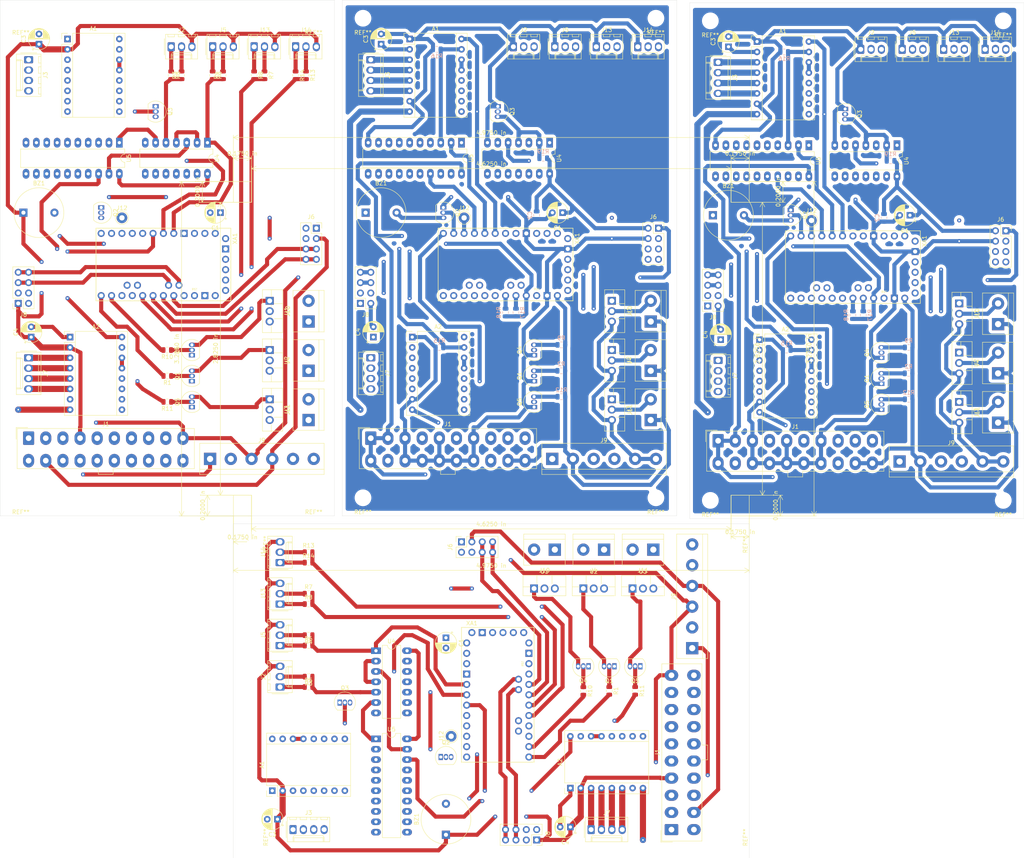
<source format=kicad_pcb>
(kicad_pcb (version 20171130) (host pcbnew "(5.1.5)-3")
  (layers (0 F.Cu signal) (31 B.Cu signal) (34 B.Paste user hide) (35 F.Paste user hide) (36 B.SilkS user hide) (37 F.SilkS user hide) (38 B.Mask user hide) (39 F.Mask user hide) (44 Edge.Cuts user))
  (net 0 "")
  (net 1 "Net-(J1-Pad9)")
  (net 2 "Net-(J1-Pad8)")
  (net 3 +12V)
  (net 4 Step_M1)
  (net 5 GND)
  (net 6 "Net-(A1-Pad13)")
  (net 7 "Net-(A1-Pad6)")
  (net 8 "Net-(A1-Pad5)")
  (net 9 "Net-(A1-Pad12)")
  (net 10 "Net-(A1-Pad4)")
  (net 11 "Net-(A1-Pad11)")
  (net 12 "Net-(A1-Pad3)")
  (net 13 "Net-(A1-Pad10)")
  (net 14 +5V)
  (net 15 "Net-(A1-Pad9)")
  (net 16 Step_M2)
  (net 17 "Net-(A2-Pad13)")
  (net 18 "Net-(A2-Pad6)")
  (net 19 "Net-(A2-Pad5)")
  (net 20 "Net-(A2-Pad12)")
  (net 21 "Net-(A2-Pad4)")
  (net 22 "Net-(A2-Pad11)")
  (net 23 "Net-(A2-Pad3)")
  (net 24 "Net-(A2-Pad10)")
  (net 25 "Net-(A2-Pad9)")
  (net 26 +3V3)
  (net 27 -5V)
  (net 28 -12V)
  (net 29 "Net-(J4-Pad2)")
  (net 30 "Net-(Q1-Pad3)")
  (net 31 "Net-(Q1-Pad2)")
  (net 32 ValvulaG)
  (net 33 "Net-(J2-Pad2)")
  (net 34 "Net-(J5-Pad2)")
  (net 35 "Net-(J8-Pad4)")
  (net 36 "Net-(J8-Pad3)")
  (net 37 "Net-(J10-Pad2)")
  (net 38 "Net-(J11-Pad2)")
  (net 39 "Net-(Q4-Pad3)")
  (net 40 "Net-(Q4-Pad2)")
  (net 41 "Net-(Q5-Pad3)")
  (net 42 "Net-(Q5-Pad2)")
  (net 43 Ac_Ex_2)
  (net 44 A_Step_M1)
  (net 45 A_Step_M2)
  (net 46 Ac_Ex_1)
  (net 47 "Net-(XA1-PadD0)")
  (net 48 "Net-(XA1-PadD1)")
  (net 49 "Net-(XA1-PadA7)")
  (net 50 "Net-(XA1-PadA6)")
  (net 51 "Net-(XA1-PadLPC6)")
  (net 52 "Net-(XA1-PadBLK)")
  (net 53 "Net-(XA1-PadPB5)")
  (net 54 "Net-(XA1-PadPB4)")
  (net 55 "Net-(XA1-PadPVIN)")
  (net 56 Dir)
  (net 57 "Net-(BZ1-Pad2)")
  (net 58 I2C_Sensores_SDA)
  (net 59 I2C_Sensores_SCL)
  (net 60 I2C_GUI_SDA)
  (net 61 I2C_GUI_SCL)
  (net 62 "Net-(J12-Pad1)")
  (net 63 "Net-(J13-Pad2)")
  (net 64 "Net-(J14-Pad2)")
  (net 65 BuzzerG)
  (net 66 "Net-(U4-Pad3)")
  (net 67 "Net-(XA1-PadPC6)")
  (net 68 "Net-(XA1-PadGRN)")
  (net 69 "Net-(XA1-PadTX)")
  (net 70 "Net-(XA1-PadRX)")
  (net 71 FinalCarrera1)
  (net 72 FinalCarrera2)
  (net 73 InicioCarrera1)
  (net 74 InicioCarrera2)
  (net 75 "Net-(U4-Pad6)")
  (net 76 "Net-(U5-Pad9)")
  (net 77 "Net-(U5-Pad8)")
  (net 78 "Net-(U5-Pad7)")
  (net 79 "Net-(U5-Pad16)")
  (net 80 "Net-(U5-Pad6)")
  (net 81 "Net-(U5-Pad15)")
  (net 82 "Net-(U5-Pad5)")
  (net 83 "Net-(U5-Pad14)")
  (net 84 "Net-(U5-Pad4)")
  (net 85 "Net-(U5-Pad13)")
  (net 86 "Net-(U5-Pad12)")
  (net 87 "Net-(U5-Pad11)")
  (net 88 "Net-(Q3-Pad3)")
  (module MountingHole:MountingHole_2.5mm (layer F.Cu) (at 76.2 147.955 270)
    (fp_text reference REF** (at 0 -3.5 90) (layer F.SilkS))
    (fp_text value MountingHole_2.5mm)
    (pad 1 np_thru_hole circle (at 0 0 270) (size 2.5 2.5) (drill 2.5) (layers *.Cu *.Mask))
  )
  (module MountingHole:MountingHole_2.5mm (layer F.Cu) (at 193.675 219.71 270)
    (fp_text reference REF** (at 0 -3.5 90) (layer F.SilkS))
    (fp_text value MountingHole_2.5mm)
    (pad 1 np_thru_hole circle (at 0 0 270) (size 2.5 2.5) (drill 2.5) (layers *.Cu *.Mask))
  )
  (module MountingHole:MountingHole_2.5mm (layer F.Cu) (at 76.2 219.71 270)
    (fp_text reference REF** (at 0 -3.5 90) (layer F.SilkS))
    (fp_text value MountingHole_2.5mm)
    (pad 1 np_thru_hole circle (at 0 0 270) (size 2.5 2.5) (drill 2.5) (layers *.Cu *.Mask))
  )
  (module Package_TO_SOT_THT:TO-92_Inline (layer F.Cu) (at 97.79 186.69)
    (fp_text reference Q3 (at 1.27 -3.56) (layer F.SilkS))
    (fp_text value 2N7000)
    (pad 2 thru_hole oval (at 1.27 0) (size 1.05 1.5) (drill 0.75) (layers *.Cu *.Mask))
    (pad 3 thru_hole oval (at 2.54 0) (size 1.05 1.5) (drill 0.75) (layers *.Cu *.Mask))
    (pad 1 thru_hole rect (at 0 0) (size 1.05 1.5) (drill 0.75) (layers *.Cu *.Mask))
  )
  (module Package_DIP:DIP-20_W7.62mm_LongPads (layer F.Cu) (at 106.68 195.58)
    (fp_text reference U5 (at 3.81 -2.33) (layer F.SilkS))
    (fp_text value 74HC244)
    (pad 1 thru_hole rect (at 0 0) (size 2.4 1.6) (drill 0.8) (layers *.Cu *.Mask))
    (pad 11 thru_hole oval (at 7.62 22.86) (size 2.4 1.6) (drill 0.8) (layers *.Cu *.Mask))
    (pad 2 thru_hole oval (at 0 2.54) (size 2.4 1.6) (drill 0.8) (layers *.Cu *.Mask))
    (pad 12 thru_hole oval (at 7.62 20.32) (size 2.4 1.6) (drill 0.8) (layers *.Cu *.Mask))
    (pad 3 thru_hole oval (at 0 5.08) (size 2.4 1.6) (drill 0.8) (layers *.Cu *.Mask))
    (pad 13 thru_hole oval (at 7.62 17.78) (size 2.4 1.6) (drill 0.8) (layers *.Cu *.Mask))
    (pad 4 thru_hole oval (at 0 7.62) (size 2.4 1.6) (drill 0.8) (layers *.Cu *.Mask))
    (pad 14 thru_hole oval (at 7.62 15.24) (size 2.4 1.6) (drill 0.8) (layers *.Cu *.Mask))
    (pad 5 thru_hole oval (at 0 10.16) (size 2.4 1.6) (drill 0.8) (layers *.Cu *.Mask))
    (pad 15 thru_hole oval (at 7.62 12.7) (size 2.4 1.6) (drill 0.8) (layers *.Cu *.Mask))
    (pad 6 thru_hole oval (at 0 12.7) (size 2.4 1.6) (drill 0.8) (layers *.Cu *.Mask))
    (pad 16 thru_hole oval (at 7.62 10.16) (size 2.4 1.6) (drill 0.8) (layers *.Cu *.Mask))
    (pad 7 thru_hole oval (at 0 15.24) (size 2.4 1.6) (drill 0.8) (layers *.Cu *.Mask))
    (pad 17 thru_hole oval (at 7.62 7.62) (size 2.4 1.6) (drill 0.8) (layers *.Cu *.Mask))
    (pad 8 thru_hole oval (at 0 17.78) (size 2.4 1.6) (drill 0.8) (layers *.Cu *.Mask))
    (pad 18 thru_hole oval (at 7.62 5.08) (size 2.4 1.6) (drill 0.8) (layers *.Cu *.Mask))
    (pad 9 thru_hole oval (at 0 20.32) (size 2.4 1.6) (drill 0.8) (layers *.Cu *.Mask))
    (pad 19 thru_hole oval (at 7.62 2.54) (size 2.4 1.6) (drill 0.8) (layers *.Cu *.Mask))
    (pad 10 thru_hole oval (at 0 22.86) (size 2.4 1.6) (drill 0.8) (layers *.Cu *.Mask))
    (pad 20 thru_hole oval (at 7.62 0) (size 2.4 1.6) (drill 0.8) (layers *.Cu *.Mask))
  )
  (module Package_DIP:DIP-14_W7.62mm_LongPads (layer F.Cu) (at 106.68 173.99)
    (fp_text reference U4 (at 3.81 -2.33) (layer F.SilkS))
    (fp_text value 74HC08)
    (pad 1 thru_hole rect (at 0 0) (size 2.4 1.6) (drill 0.8) (layers *.Cu *.Mask))
    (pad 8 thru_hole oval (at 7.62 15.24) (size 2.4 1.6) (drill 0.8) (layers *.Cu *.Mask))
    (pad 2 thru_hole oval (at 0 2.54) (size 2.4 1.6) (drill 0.8) (layers *.Cu *.Mask))
    (pad 9 thru_hole oval (at 7.62 12.7) (size 2.4 1.6) (drill 0.8) (layers *.Cu *.Mask))
    (pad 3 thru_hole oval (at 0 5.08) (size 2.4 1.6) (drill 0.8) (layers *.Cu *.Mask))
    (pad 10 thru_hole oval (at 7.62 10.16) (size 2.4 1.6) (drill 0.8) (layers *.Cu *.Mask))
    (pad 4 thru_hole oval (at 0 7.62) (size 2.4 1.6) (drill 0.8) (layers *.Cu *.Mask))
    (pad 11 thru_hole oval (at 7.62 7.62) (size 2.4 1.6) (drill 0.8) (layers *.Cu *.Mask))
    (pad 5 thru_hole oval (at 0 10.16) (size 2.4 1.6) (drill 0.8) (layers *.Cu *.Mask))
    (pad 12 thru_hole oval (at 7.62 5.08) (size 2.4 1.6) (drill 0.8) (layers *.Cu *.Mask))
    (pad 6 thru_hole oval (at 0 12.7) (size 2.4 1.6) (drill 0.8) (layers *.Cu *.Mask))
    (pad 13 thru_hole oval (at 7.62 2.54) (size 2.4 1.6) (drill 0.8) (layers *.Cu *.Mask))
    (pad 7 thru_hole oval (at 0 15.24) (size 2.4 1.6) (drill 0.8) (layers *.Cu *.Mask))
    (pad 14 thru_hole oval (at 7.62 0) (size 2.4 1.6) (drill 0.8) (layers *.Cu *.Mask))
  )
  (module Package_TO_SOT_THT:TO-220F-3_Vertical (layer F.Cu) (at 157.48 158.75)
    (fp_text reference U2 (at 2.54 -4.1675) (layer F.SilkS))
    (fp_text value IRFZ44N)
    (pad 1 thru_hole rect (at 0 0) (size 1.905 2) (drill 1.2) (layers *.Cu *.Mask))
    (pad 2 thru_hole oval (at 2.54 0) (size 1.905 2) (drill 1.2) (layers *.Cu *.Mask))
    (pad 3 thru_hole oval (at 5.08 0) (size 1.905 2) (drill 1.2) (layers *.Cu *.Mask))
  )
  (module MountingHole:MountingHole_2.5mm (layer F.Cu) (at 193.675 147.955 270)
    (fp_text reference REF** (at 0 -3.5 90) (layer F.SilkS))
    (fp_text value MountingHole_2.5mm)
    (pad 1 np_thru_hole circle (at 0 0 270) (size 2.5 2.5) (drill 2.5) (layers *.Cu *.Mask))
  )
  (module Connector_Molex:Molex_KK-254_AE-6410-03A_1x03_P2.54mm_Vertical (layer F.Cu) (at 83.185 162.56 90)
    (fp_text reference J13 (at 2.54 -4.12 90) (layer F.SilkS))
    (fp_text value LimitSwitch3)
    (pad 1 thru_hole roundrect (at 0 0 90) (size 1.74 2.2) (drill 1.2) (layers *.Cu *.Mask) (roundrect_rratio 0.143678))
    (pad 2 thru_hole oval (at 2.54 0 90) (size 1.74 2.2) (drill 1.2) (layers *.Cu *.Mask))
    (pad 3 thru_hole oval (at 5.08 0 90) (size 1.74 2.2) (drill 1.2) (layers *.Cu *.Mask))
  )
  (module Package_TO_SOT_THT:TO-92_Inline (layer F.Cu) (at 122.555 200.025)
    (fp_text reference Q2 (at 1.27 -3.56) (layer F.SilkS))
    (fp_text value 2N7000)
    (pad 2 thru_hole oval (at 1.27 0) (size 1.05 1.5) (drill 0.75) (layers *.Cu *.Mask))
    (pad 3 thru_hole oval (at 2.54 0) (size 1.05 1.5) (drill 0.75) (layers *.Cu *.Mask))
    (pad 1 thru_hole rect (at 0 0) (size 1.05 1.5) (drill 0.75) (layers *.Cu *.Mask))
  )
  (module Resistor_SMD:R_0805_2012Metric (layer F.Cu) (at 90.17 149.86)
    (fp_text reference R13 (at 0 -1.65) (layer F.SilkS))
    (fp_text value 2K2)
    (pad 1 smd roundrect (at -0.9375 0) (size 0.975 1.4) (layers F.Cu F.Paste F.Mask))
    (pad 2 smd roundrect (at 0.9375 0) (size 0.975 1.4) (layers F.Cu F.Paste F.Mask))
  )
  (module Resistor_SMD:R_0805_2012Metric (layer F.Cu) (at 90.17 160.02)
    (fp_text reference R7 (at 0 -1.65) (layer F.SilkS))
    (fp_text value 2K2)
    (pad 1 smd roundrect (at -0.9375 0) (size 0.975 1.4) (layers F.Cu F.Paste F.Mask))
    (pad 2 smd roundrect (at 0.9375 0) (size 0.975 1.4) (layers F.Cu F.Paste F.Mask))
  )
  (module Resistor_SMD:R_0805_2012Metric (layer F.Cu) (at 157.48 183.8475 270)
    (fp_text reference R10 (at 0 -1.65 90) (layer F.SilkS))
    (fp_text value 1K)
    (pad 1 smd roundrect (at -0.9375 0 270) (size 0.975 1.4) (layers F.Cu F.Paste F.Mask))
    (pad 2 smd roundrect (at 0.9375 0 270) (size 0.975 1.4) (layers F.Cu F.Paste F.Mask))
  )
  (module Package_TO_SOT_THT:TO-220F-3_Vertical (layer F.Cu) (at 145.415 158.75)
    (fp_text reference U1 (at 2.54 -4.1675) (layer F.SilkS))
    (fp_text value IRFZ44N)
    (pad 1 thru_hole rect (at 0 0) (size 1.905 2) (drill 1.2) (layers *.Cu *.Mask))
    (pad 2 thru_hole oval (at 2.54 0) (size 1.905 2) (drill 1.2) (layers *.Cu *.Mask))
    (pad 3 thru_hole oval (at 5.08 0) (size 1.905 2) (drill 1.2) (layers *.Cu *.Mask))
  )
  (module Resistor_SMD:R_0805_2012Metric (layer F.Cu) (at 90.17 152.4)
    (fp_text reference R14 (at 0 -1.65) (layer F.SilkS))
    (fp_text value 3K3)
    (pad 1 smd roundrect (at -0.9375 0) (size 0.975 1.4) (layers F.Cu F.Paste F.Mask))
    (pad 2 smd roundrect (at 0.9375 0) (size 0.975 1.4) (layers F.Cu F.Paste F.Mask))
  )
  (module Connector_Pin:Pin_D1.3mm_L11.0mm (layer F.Cu) (at 125.095 194.945 270)
    (fp_text reference J12 (at 0 2.4 90) (layer F.SilkS))
    (fp_text value Debug)
    (pad 1 thru_hole circle (at 0 0 270) (size 2.6 2.6) (drill 1.3) (layers *.Cu *.Mask))
  )
  (module Package_TO_SOT_THT:TO-220F-3_Vertical (layer F.Cu) (at 169.545 158.75)
    (fp_text reference U3 (at 2.54 -4.1675) (layer F.SilkS))
    (fp_text value IRFZ44N)
    (pad 1 thru_hole rect (at 0 0) (size 1.905 2) (drill 1.2) (layers *.Cu *.Mask))
    (pad 2 thru_hole oval (at 2.54 0) (size 1.905 2) (drill 1.2) (layers *.Cu *.Mask))
    (pad 3 thru_hole oval (at 5.08 0) (size 1.905 2) (drill 1.2) (layers *.Cu *.Mask))
  )
  (module Resistor_SMD:R_0805_2012Metric (layer F.Cu) (at 90.17 162.56)
    (fp_text reference R8 (at 0 -1.65) (layer F.SilkS))
    (fp_text value 3K3)
    (pad 1 smd roundrect (at -0.9375 0) (size 0.975 1.4) (layers F.Cu F.Paste F.Mask))
    (pad 2 smd roundrect (at 0.9375 0) (size 0.975 1.4) (layers F.Cu F.Paste F.Mask))
  )
  (module Connector_Molex:Molex_KK-254_AE-6410-03A_1x03_P2.54mm_Vertical (layer F.Cu) (at 83.185 152.4 90)
    (fp_text reference J14 (at 2.54 -4.12 90) (layer F.SilkS))
    (fp_text value LimitSwitch4)
    (pad 1 thru_hole roundrect (at 0 0 90) (size 1.74 2.2) (drill 1.2) (layers *.Cu *.Mask) (roundrect_rratio 0.143678))
    (pad 2 thru_hole oval (at 2.54 0 90) (size 1.74 2.2) (drill 1.2) (layers *.Cu *.Mask))
    (pad 3 thru_hole oval (at 5.08 0 90) (size 1.74 2.2) (drill 1.2) (layers *.Cu *.Mask))
  )
  (module Buzzer_Beeper:Buzzer_12x9.5RM7.6 (layer F.Cu) (at 123.825 219.075 90)
    (fp_text reference BZ1 (at 3.8 -7.2 90) (layer F.SilkS))
    (fp_text value Buzzer)
    (pad 1 thru_hole rect (at 0 0 90) (size 2 2) (drill 1) (layers *.Cu *.Mask))
    (pad 2 thru_hole circle (at 7.6 0 90) (size 2 2) (drill 1) (layers *.Cu *.Mask))
  )
  (module Resistor_SMD:R_0805_2012Metric (layer F.Cu) (at 170.18 183.8175 270)
    (fp_text reference R11 (at 0 -1.65 90) (layer F.SilkS))
    (fp_text value 1K)
    (pad 1 smd roundrect (at -0.9375 0 270) (size 0.975 1.4) (layers F.Cu F.Paste F.Mask))
    (pad 2 smd roundrect (at 0.9375 0 270) (size 0.975 1.4) (layers F.Cu F.Paste F.Mask))
  )
  (module PCB-fuente_2step_ATmega:Arduino_Mini_Socket (layer F.Cu) (at 127.635 198.755)
    (fp_text reference XA1 (at 2.54 -31.496) (layer F.SilkS))
    (fp_text value Arduino_Pro_Mini_3V3)
    (fp_text user RST (at 14.986 -21.59 -270) (layer F.SilkS) (effects (font (size 0.5 0.5) (thickness 0.075))))
    (pad GND1 thru_hole rect (at 5.08 -29.21) (size 1.7272 1.7272) (drill 1.016) (layers *.Cu *.Mask))
    (pad PVIN thru_hole circle (at 7.62 -29.21) (size 1.7272 1.7272) (drill 1.016) (layers *.Cu *.Mask))
    (pad RX thru_hole circle (at 10.16 -29.21) (size 1.7272 1.7272) (drill 1.016) (layers *.Cu *.Mask))
    (pad TX thru_hole circle (at 12.7 -29.21) (size 1.7272 1.7272) (drill 1.016) (layers *.Cu *.Mask))
    (pad GRN thru_hole circle (at 15.24 -29.21) (size 1.7272 1.7272) (drill 1.016) (layers *.Cu *.Mask))
    (pad PB3 thru_hole circle (at 16.51 -1.27) (size 1.7272 1.7272) (drill 1.016) (layers *.Cu *.Mask))
    (pad PB4 thru_hole circle (at 16.51 -3.81) (size 1.7272 1.7272) (drill 1.016) (layers *.Cu *.Mask))
    (pad PB5 thru_hole circle (at 16.51 -6.35) (size 1.7272 1.7272) (drill 1.016) (layers *.Cu *.Mask))
    (pad PC0 thru_hole circle (at 16.51 -8.89) (size 1.7272 1.7272) (drill 1.016) (layers *.Cu *.Mask))
    (pad PC1 thru_hole circle (at 16.51 -11.43) (size 1.7272 1.7272) (drill 1.016) (layers *.Cu *.Mask))
    (pad PC2 thru_hole circle (at 16.51 -13.97) (size 1.7272 1.7272) (drill 1.016) (layers *.Cu *.Mask))
    (pad PC3 thru_hole circle (at 16.51 -16.51) (size 1.7272 1.7272) (drill 1.016) (layers *.Cu *.Mask))
    (pad 5V12V thru_hole circle (at 16.51 -26.67) (size 1.7272 1.7272) (drill 1.016) (layers *.Cu *.Mask))
    (pad PC6 thru_hole circle (at 16.51 -21.59) (size 1.7272 1.7272) (drill 1.016) (layers *.Cu *.Mask))
    (pad GND3 thru_hole rect (at 16.51 -24.13) (size 1.7272 1.7272) (drill 1.016) (layers *.Cu *.Mask))
    (pad PD9 thru_hole circle (at 1.27 1.27) (size 1.7272 1.7272) (drill 1.016) (layers *.Cu *.Mask))
    (pad PB2 thru_hole circle (at 16.51 1.27) (size 1.7272 1.7272) (drill 1.016) (layers *.Cu *.Mask))
    (pad VIN thru_hole circle (at 16.51 -19.05) (size 1.7272 1.7272) (drill 1.016) (layers *.Cu *.Mask))
    (pad A6 thru_hole circle (at 13.97 -5.08) (size 1.7272 1.7272) (drill 1.016) (layers *.Cu *.Mask))
    (pad A7 thru_hole circle (at 13.97 -7.62) (size 1.7272 1.7272) (drill 1.016) (layers *.Cu *.Mask))
    (pad A5 thru_hole circle (at 13.97 -15.24) (size 1.7272 1.7272) (drill 1.016) (layers *.Cu *.Mask))
    (pad BLK thru_hole circle (at 2.54 -29.21) (size 1.7272 1.7272) (drill 1.016) (layers *.Cu *.Mask))
    (pad D1 thru_hole circle (at 1.27 -26.67) (size 1.7272 1.7272) (drill 1.016) (layers *.Cu *.Mask))
    (pad D0 thru_hole circle (at 1.27 -24.13) (size 1.7272 1.7272) (drill 1.016) (layers *.Cu *.Mask))
    (pad LPC6 thru_hole circle (at 1.27 -21.59 180) (size 1.7272 1.7272) (drill 1.016) (layers *.Cu *.Mask))
    (pad GND2 thru_hole rect (at 1.27 -19.05) (size 1.7272 1.7272) (drill 1.016) (layers *.Cu *.Mask))
    (pad PD2 thru_hole circle (at 1.27 -16.51) (size 1.7272 1.7272) (drill 1.016) (layers *.Cu *.Mask))
    (pad PD3 thru_hole circle (at 1.27 -13.97) (size 1.7272 1.7272) (drill 1.016) (layers *.Cu *.Mask))
    (pad PD4 thru_hole circle (at 1.27 -11.43) (size 1.7272 1.7272) (drill 1.016) (layers *.Cu *.Mask))
    (pad PD5 thru_hole circle (at 1.27 -8.89) (size 1.7272 1.7272) (drill 1.016) (layers *.Cu *.Mask))
    (pad PD6 thru_hole circle (at 1.27 -6.35) (size 1.7272 1.7272) (drill 1.016) (layers *.Cu *.Mask))
    (pad PD7 thru_hole circle (at 1.27 -3.81) (size 1.7272 1.7272) (drill 1.016) (layers *.Cu *.Mask))
    (pad A4 thru_hole circle (at 13.97 -17.78) (size 1.7272 1.7272) (drill 1.016) (layers *.Cu *.Mask))
    (pad PD8 thru_hole circle (at 1.27 -1.27) (size 1.7272 1.7272) (drill 1.016) (layers *.Cu *.Mask))
  )
  (module Connector_PinSocket_2.54mm:PinSocket_2x04_P2.54mm_Vertical (layer F.Cu) (at 127.635 147.32 90)
    (fp_text reference J6 (at -1.27 -2.77 90) (layer F.SilkS))
    (fp_text value Board2Board_Sensors)
    (pad 1 thru_hole rect (at 0 0 90) (size 1.7 1.7) (drill 1) (layers *.Cu *.Mask))
    (pad 2 thru_hole oval (at -2.54 0 90) (size 1.7 1.7) (drill 1) (layers *.Cu *.Mask))
    (pad 3 thru_hole oval (at 0 2.54 90) (size 1.7 1.7) (drill 1) (layers *.Cu *.Mask))
    (pad 4 thru_hole oval (at -2.54 2.54 90) (size 1.7 1.7) (drill 1) (layers *.Cu *.Mask))
    (pad 5 thru_hole oval (at 0 5.08 90) (size 1.7 1.7) (drill 1) (layers *.Cu *.Mask))
    (pad 6 thru_hole oval (at -2.54 5.08 90) (size 1.7 1.7) (drill 1) (layers *.Cu *.Mask))
    (pad 7 thru_hole oval (at 0 7.62 90) (size 1.7 1.7) (drill 1) (layers *.Cu *.Mask))
    (pad 8 thru_hole oval (at -2.54 7.62 90) (size 1.7 1.7) (drill 1) (layers *.Cu *.Mask))
  )
  (module Connector_Molex:Molex_KK-254_AE-6410-04A_1x04_P2.54mm_Vertical (layer F.Cu) (at 159.385 217.805)
    (fp_text reference J7 (at 3.81 -4.12) (layer F.SilkS))
    (fp_text value Stepper2)
    (pad 1 thru_hole roundrect (at 0 0) (size 1.74 2.2) (drill 1.2) (layers *.Cu *.Mask) (roundrect_rratio 0.143678))
    (pad 2 thru_hole oval (at 2.54 0) (size 1.74 2.2) (drill 1.2) (layers *.Cu *.Mask))
    (pad 3 thru_hole oval (at 5.08 0) (size 1.74 2.2) (drill 1.2) (layers *.Cu *.Mask))
    (pad 4 thru_hole oval (at 7.62 0) (size 1.74 2.2) (drill 1.2) (layers *.Cu *.Mask))
  )
  (module TerminalBlock:TerminalBlock_bornier-2_P5.08mm (layer F.Cu) (at 150.495 149.225 180)
    (fp_text reference J10 (at 2.54 -5.08) (layer F.SilkS))
    (fp_text value Ac_Ex_1)
    (pad 1 thru_hole rect (at 0 0 180) (size 3 3) (drill 1.52) (layers *.Cu *.Mask))
    (pad 2 thru_hole circle (at 5.08 0 180) (size 3 3) (drill 1.52) (layers *.Cu *.Mask))
  )
  (module Resistor_SMD:R_0805_2012Metric (layer F.Cu) (at 90.17 180.34 180)
    (fp_text reference R3 (at 0 -1.65) (layer F.SilkS))
    (fp_text value 2K2)
    (pad 1 smd roundrect (at -0.9375 0 180) (size 0.975 1.4) (layers F.Cu F.Paste F.Mask))
    (pad 2 smd roundrect (at 0.9375 0 180) (size 0.975 1.4) (layers F.Cu F.Paste F.Mask))
  )
  (module Resistor_SMD:R_0805_2012Metric (layer F.Cu) (at 163.83 183.8175 270)
    (fp_text reference R1 (at 0 -1.65 90) (layer F.SilkS))
    (fp_text value 1K)
    (pad 1 smd roundrect (at -0.9375 0 270) (size 0.975 1.4) (layers F.Cu F.Paste F.Mask))
    (pad 2 smd roundrect (at 0.9375 0 270) (size 0.975 1.4) (layers F.Cu F.Paste F.Mask))
  )
  (module Module:Pololu_Breakout-16_15.2x20.3mm (layer F.Cu) (at 81.28 208.28 90)
    (fp_text reference A1 (at 6.35 -2.54 90) (layer F.SilkS))
    (fp_text value Driver1_A4988)
    (pad 1 thru_hole rect (at 0 0 90) (size 1.6 1.6) (drill 0.8) (layers *.Cu *.Mask))
    (pad 9 thru_hole oval (at 12.7 17.78 90) (size 1.6 1.6) (drill 0.8) (layers *.Cu *.Mask))
    (pad 2 thru_hole oval (at 0 2.54 90) (size 1.6 1.6) (drill 0.8) (layers *.Cu *.Mask))
    (pad 10 thru_hole oval (at 12.7 15.24 90) (size 1.6 1.6) (drill 0.8) (layers *.Cu *.Mask))
    (pad 3 thru_hole oval (at 0 5.08 90) (size 1.6 1.6) (drill 0.8) (layers *.Cu *.Mask))
    (pad 11 thru_hole oval (at 12.7 12.7 90) (size 1.6 1.6) (drill 0.8) (layers *.Cu *.Mask))
    (pad 4 thru_hole oval (at 0 7.62 90) (size 1.6 1.6) (drill 0.8) (layers *.Cu *.Mask))
    (pad 12 thru_hole oval (at 12.7 10.16 90) (size 1.6 1.6) (drill 0.8) (layers *.Cu *.Mask))
    (pad 5 thru_hole oval (at 0 10.16 90) (size 1.6 1.6) (drill 0.8) (layers *.Cu *.Mask))
    (pad 13 thru_hole oval (at 12.7 7.62 90) (size 1.6 1.6) (drill 0.8) (layers *.Cu *.Mask))
    (pad 6 thru_hole oval (at 0 12.7 90) (size 1.6 1.6) (drill 0.8) (layers *.Cu *.Mask))
    (pad 14 thru_hole oval (at 12.7 5.08 90) (size 1.6 1.6) (drill 0.8) (layers *.Cu *.Mask))
    (pad 7 thru_hole oval (at 0 15.24 90) (size 1.6 1.6) (drill 0.8) (layers *.Cu *.Mask))
    (pad 15 thru_hole oval (at 12.7 2.54 90) (size 1.6 1.6) (drill 0.8) (layers *.Cu *.Mask))
    (pad 8 thru_hole oval (at 0 17.78 90) (size 1.6 1.6) (drill 0.8) (layers *.Cu *.Mask))
    (pad 16 thru_hole oval (at 12.7 0 90) (size 1.6 1.6) (drill 0.8) (layers *.Cu *.Mask))
  )
  (module TerminalBlock:TerminalBlock_bornier-6_P5.08mm (layer F.Cu) (at 184.15 173.355 90)
    (fp_text reference J9 (at 12.65 -4.55 90) (layer F.SilkS))
    (fp_text value "Power Redundancia")
    (pad 2 thru_hole circle (at 5.08 0 90) (size 3 3) (drill 1.52) (layers *.Cu *.Mask))
    (pad 3 thru_hole circle (at 10.16 0 90) (size 3 3) (drill 1.52) (layers *.Cu *.Mask))
    (pad 1 thru_hole rect (at 0 0 90) (size 3 3) (drill 1.52) (layers *.Cu *.Mask))
    (pad 4 thru_hole circle (at 15.24 0 90) (size 3 3) (drill 1.52) (layers *.Cu *.Mask))
    (pad 5 thru_hole circle (at 20.32 0 90) (size 3 3) (drill 1.52) (layers *.Cu *.Mask))
    (pad 6 thru_hole circle (at 25.4 0 90) (size 3 3) (drill 1.52) (layers *.Cu *.Mask))
  )
  (module Package_TO_SOT_THT:TO-92_Inline (layer F.Cu) (at 165.1 177.8 180)
    (fp_text reference Q1 (at 1.27 -3.56) (layer F.SilkS))
    (fp_text value 2N7000)
    (pad 2 thru_hole oval (at 1.27 0 180) (size 1.05 1.5) (drill 0.75) (layers *.Cu *.Mask))
    (pad 3 thru_hole oval (at 2.54 0 180) (size 1.05 1.5) (drill 0.75) (layers *.Cu *.Mask))
    (pad 1 thru_hole rect (at 0 0 180) (size 1.05 1.5) (drill 0.75) (layers *.Cu *.Mask))
  )
  (module Package_TO_SOT_THT:TO-92_Inline (layer F.Cu) (at 171.45 177.8 180)
    (fp_text reference Q5 (at 1.27 -3.56) (layer F.SilkS))
    (fp_text value 2N7000)
    (pad 2 thru_hole oval (at 1.27 0 180) (size 1.05 1.5) (drill 0.75) (layers *.Cu *.Mask))
    (pad 3 thru_hole oval (at 2.54 0 180) (size 1.05 1.5) (drill 0.75) (layers *.Cu *.Mask))
    (pad 1 thru_hole rect (at 0 0 180) (size 1.05 1.5) (drill 0.75) (layers *.Cu *.Mask))
  )
  (module Resistor_SMD:R_0805_2012Metric (layer F.Cu) (at 90.17 182.88)
    (fp_text reference R5 (at 0 -1.65) (layer F.SilkS))
    (fp_text value 3K3)
    (pad 1 smd roundrect (at -0.9375 0) (size 0.975 1.4) (layers F.Cu F.Paste F.Mask))
    (pad 2 smd roundrect (at 0.9375 0) (size 0.975 1.4) (layers F.Cu F.Paste F.Mask))
  )
  (module Connector_PinSocket_2.54mm:PinSocket_2x04_P2.54mm_Vertical (layer F.Cu) (at 146.05 220.345 270)
    (fp_text reference J8 (at -1.27 -2.77 90) (layer F.SilkS))
    (fp_text value Board2Board_Gui)
    (pad 1 thru_hole rect (at 0 0 270) (size 1.7 1.7) (drill 1) (layers *.Cu *.Mask))
    (pad 2 thru_hole oval (at -2.54 0 270) (size 1.7 1.7) (drill 1) (layers *.Cu *.Mask))
    (pad 3 thru_hole oval (at 0 2.54 270) (size 1.7 1.7) (drill 1) (layers *.Cu *.Mask))
    (pad 4 thru_hole oval (at -2.54 2.54 270) (size 1.7 1.7) (drill 1) (layers *.Cu *.Mask))
    (pad 5 thru_hole oval (at 0 5.08 270) (size 1.7 1.7) (drill 1) (layers *.Cu *.Mask))
    (pad 6 thru_hole oval (at -2.54 5.08 270) (size 1.7 1.7) (drill 1) (layers *.Cu *.Mask))
    (pad 7 thru_hole oval (at 0 7.62 270) (size 1.7 1.7) (drill 1) (layers *.Cu *.Mask))
    (pad 8 thru_hole oval (at -2.54 7.62 270) (size 1.7 1.7) (drill 1) (layers *.Cu *.Mask))
  )
  (module TerminalBlock:TerminalBlock_bornier-2_P5.08mm (layer F.Cu) (at 174.625 149.225 180)
    (fp_text reference J11 (at 2.54 -5.08) (layer F.SilkS))
    (fp_text value Valvula)
    (pad 1 thru_hole rect (at 0 0 180) (size 3 3) (drill 1.52) (layers *.Cu *.Mask))
    (pad 2 thru_hole circle (at 5.08 0 180) (size 3 3) (drill 1.52) (layers *.Cu *.Mask))
  )
  (module Connector_Molex:Molex_Mini-Fit_Jr_5566-20A_2x10_P4.20mm_Vertical (layer F.Cu) (at 179.07 217.805 90)
    (fp_text reference J1 (at 18.9 -3.45 90) (layer F.SilkS))
    (fp_text value ATX-20)
    (pad 1 thru_hole roundrect (at 0 0 90) (size 2.7 3.3) (drill 1.4) (layers *.Cu *.Mask) (roundrect_rratio 0.09259299999999999))
    (pad 2 thru_hole oval (at 4.2 0 90) (size 2.7 3.3) (drill 1.4) (layers *.Cu *.Mask))
    (pad 3 thru_hole oval (at 8.4 0 90) (size 2.7 3.3) (drill 1.4) (layers *.Cu *.Mask))
    (pad 4 thru_hole oval (at 12.6 0 90) (size 2.7 3.3) (drill 1.4) (layers *.Cu *.Mask))
    (pad 5 thru_hole oval (at 16.8 0 90) (size 2.7 3.3) (drill 1.4) (layers *.Cu *.Mask))
    (pad 6 thru_hole oval (at 21 0 90) (size 2.7 3.3) (drill 1.4) (layers *.Cu *.Mask))
    (pad 7 thru_hole oval (at 25.2 0 90) (size 2.7 3.3) (drill 1.4) (layers *.Cu *.Mask))
    (pad 8 thru_hole oval (at 29.4 0 90) (size 2.7 3.3) (drill 1.4) (layers *.Cu *.Mask))
    (pad 9 thru_hole oval (at 33.6 0 90) (size 2.7 3.3) (drill 1.4) (layers *.Cu *.Mask))
    (pad 10 thru_hole oval (at 37.8 0 90) (size 2.7 3.3) (drill 1.4) (layers *.Cu *.Mask))
    (pad 11 thru_hole oval (at 0 5.5 90) (size 2.7 3.3) (drill 1.4) (layers *.Cu *.Mask))
    (pad 12 thru_hole oval (at 4.2 5.5 90) (size 2.7 3.3) (drill 1.4) (layers *.Cu *.Mask))
    (pad 13 thru_hole oval (at 8.4 5.5 90) (size 2.7 3.3) (drill 1.4) (layers *.Cu *.Mask))
    (pad 14 thru_hole oval (at 12.6 5.5 90) (size 2.7 3.3) (drill 1.4) (layers *.Cu *.Mask))
    (pad 15 thru_hole oval (at 16.8 5.5 90) (size 2.7 3.3) (drill 1.4) (layers *.Cu *.Mask))
    (pad 16 thru_hole oval (at 21 5.5 90) (size 2.7 3.3) (drill 1.4) (layers *.Cu *.Mask))
    (pad 17 thru_hole oval (at 25.2 5.5 90) (size 2.7 3.3) (drill 1.4) (layers *.Cu *.Mask))
    (pad 18 thru_hole oval (at 29.4 5.5 90) (size 2.7 3.3) (drill 1.4) (layers *.Cu *.Mask))
    (pad 19 thru_hole oval (at 33.6 5.5 90) (size 2.7 3.3) (drill 1.4) (layers *.Cu *.Mask))
    (pad 20 thru_hole oval (at 37.8 5.5 90) (size 2.7 3.3) (drill 1.4) (layers *.Cu *.Mask))
  )
  (module Package_TO_SOT_THT:TO-92_Inline (layer F.Cu) (at 158.75 177.8 180)
    (fp_text reference Q4 (at 1.27 -3.56) (layer F.SilkS))
    (fp_text value 2N7000)
    (pad 2 thru_hole oval (at 1.27 0 180) (size 1.05 1.5) (drill 0.75) (layers *.Cu *.Mask))
    (pad 3 thru_hole oval (at 2.54 0 180) (size 1.05 1.5) (drill 0.75) (layers *.Cu *.Mask))
    (pad 1 thru_hole rect (at 0 0 180) (size 1.05 1.5) (drill 0.75) (layers *.Cu *.Mask))
  )
  (module Connector_Molex:Molex_KK-254_AE-6410-03A_1x03_P2.54mm_Vertical (layer F.Cu) (at 83.185 172.72 90)
    (fp_text reference J5 (at 2.54 -4.12 90) (layer F.SilkS))
    (fp_text value LimitSwitch2)
    (pad 1 thru_hole roundrect (at 0 0 90) (size 1.74 2.2) (drill 1.2) (layers *.Cu *.Mask) (roundrect_rratio 0.143678))
    (pad 2 thru_hole oval (at 2.54 0 90) (size 1.74 2.2) (drill 1.2) (layers *.Cu *.Mask))
    (pad 3 thru_hole oval (at 5.08 0 90) (size 1.74 2.2) (drill 1.2) (layers *.Cu *.Mask))
  )
  (module Resistor_SMD:R_0805_2012Metric (layer F.Cu) (at 90.17 170.18 180)
    (fp_text reference R4 (at 0 -1.65) (layer F.SilkS))
    (fp_text value 2K2)
    (pad 1 smd roundrect (at -0.9375 0 180) (size 0.975 1.4) (layers F.Cu F.Paste F.Mask))
    (pad 2 smd roundrect (at 0.9375 0 180) (size 0.975 1.4) (layers F.Cu F.Paste F.Mask))
  )
  (module Resistor_SMD:R_0805_2012Metric (layer F.Cu) (at 90.17 172.72)
    (fp_text reference R6 (at 0 -1.65) (layer F.SilkS))
    (fp_text value 3K3)
    (pad 1 smd roundrect (at -0.9375 0) (size 0.975 1.4) (layers F.Cu F.Paste F.Mask))
    (pad 2 smd roundrect (at 0.9375 0) (size 0.975 1.4) (layers F.Cu F.Paste F.Mask))
  )
  (module TerminalBlock:TerminalBlock_bornier-2_P5.08mm (layer F.Cu) (at 162.56 149.225 180)
    (fp_text reference J4 (at 2.54 -5.08) (layer F.SilkS))
    (fp_text value Ac_Ex_2)
    (pad 1 thru_hole rect (at 0 0 180) (size 3 3) (drill 1.52) (layers *.Cu *.Mask))
    (pad 2 thru_hole circle (at 5.08 0 180) (size 3 3) (drill 1.52) (layers *.Cu *.Mask))
  )
  (module Connector_Molex:Molex_KK-254_AE-6410-03A_1x03_P2.54mm_Vertical (layer F.Cu) (at 83.185 182.88 90)
    (fp_text reference J2 (at 2.54 -4.12 90) (layer F.SilkS))
    (fp_text value LimitSwitch1)
    (pad 1 thru_hole roundrect (at 0 0 90) (size 1.74 2.2) (drill 1.2) (layers *.Cu *.Mask) (roundrect_rratio 0.143678))
    (pad 2 thru_hole oval (at 2.54 0 90) (size 1.74 2.2) (drill 1.2) (layers *.Cu *.Mask))
    (pad 3 thru_hole oval (at 5.08 0 90) (size 1.74 2.2) (drill 1.2) (layers *.Cu *.Mask))
  )
  (module Connector_Molex:Molex_KK-254_AE-6410-04A_1x04_P2.54mm_Vertical (layer F.Cu) (at 86.36 217.805)
    (fp_text reference J3 (at 3.81 -4.12) (layer F.SilkS))
    (fp_text value Stepper1)
    (pad 1 thru_hole roundrect (at 0 0) (size 1.74 2.2) (drill 1.2) (layers *.Cu *.Mask) (roundrect_rratio 0.143678))
    (pad 2 thru_hole oval (at 2.54 0) (size 1.74 2.2) (drill 1.2) (layers *.Cu *.Mask))
    (pad 3 thru_hole oval (at 5.08 0) (size 1.74 2.2) (drill 1.2) (layers *.Cu *.Mask))
    (pad 4 thru_hole oval (at 7.62 0) (size 1.74 2.2) (drill 1.2) (layers *.Cu *.Mask))
  )
  (module Capacitor_THT:CP_Radial_D5.0mm_P2.50mm (layer F.Cu) (at 154.305 217.17 180)
    (fp_text reference C4 (at 1.25 -3.75) (layer F.SilkS))
    (fp_text value 100uF)
    (pad 1 thru_hole rect (at 0 0 180) (size 1.6 1.6) (drill 0.8) (layers *.Cu *.Mask))
    (pad 2 thru_hole circle (at 2.5 0 180) (size 1.6 1.6) (drill 0.8) (layers *.Cu *.Mask))
  )
  (module Capacitor_THT:CP_Radial_D5.0mm_P2.50mm (layer F.Cu) (at 123.825 170.815 270)
    (fp_text reference C1 (at 1.25 -3.75 90) (layer F.SilkS))
    (fp_text value 47uF)
    (pad 1 thru_hole rect (at 0 0 270) (size 1.6 1.6) (drill 0.8) (layers *.Cu *.Mask))
    (pad 2 thru_hole circle (at 2.5 0 270) (size 1.6 1.6) (drill 0.8) (layers *.Cu *.Mask))
  )
  (module Module:Pololu_Breakout-16_15.2x20.3mm (layer F.Cu) (at 154.305 207.645 90)
    (fp_text reference A2 (at 6.35 -2.54 90) (layer F.SilkS))
    (fp_text value Driver2_A4988)
    (pad 1 thru_hole rect (at 0 0 90) (size 1.6 1.6) (drill 0.8) (layers *.Cu *.Mask))
    (pad 9 thru_hole oval (at 12.7 17.78 90) (size 1.6 1.6) (drill 0.8) (layers *.Cu *.Mask))
    (pad 2 thru_hole oval (at 0 2.54 90) (size 1.6 1.6) (drill 0.8) (layers *.Cu *.Mask))
    (pad 10 thru_hole oval (at 12.7 15.24 90) (size 1.6 1.6) (drill 0.8) (layers *.Cu *.Mask))
    (pad 3 thru_hole oval (at 0 5.08 90) (size 1.6 1.6) (drill 0.8) (layers *.Cu *.Mask))
    (pad 11 thru_hole oval (at 12.7 12.7 90) (size 1.6 1.6) (drill 0.8) (layers *.Cu *.Mask))
    (pad 4 thru_hole oval (at 0 7.62 90) (size 1.6 1.6) (drill 0.8) (layers *.Cu *.Mask))
    (pad 12 thru_hole oval (at 12.7 10.16 90) (size 1.6 1.6) (drill 0.8) (layers *.Cu *.Mask))
    (pad 5 thru_hole oval (at 0 10.16 90) (size 1.6 1.6) (drill 0.8) (layers *.Cu *.Mask))
    (pad 13 thru_hole oval (at 12.7 7.62 90) (size 1.6 1.6) (drill 0.8) (layers *.Cu *.Mask))
    (pad 6 thru_hole oval (at 0 12.7 90) (size 1.6 1.6) (drill 0.8) (layers *.Cu *.Mask))
    (pad 14 thru_hole oval (at 12.7 5.08 90) (size 1.6 1.6) (drill 0.8) (layers *.Cu *.Mask))
    (pad 7 thru_hole oval (at 0 15.24 90) (size 1.6 1.6) (drill 0.8) (layers *.Cu *.Mask))
    (pad 15 thru_hole oval (at 12.7 2.54 90) (size 1.6 1.6) (drill 0.8) (layers *.Cu *.Mask))
    (pad 8 thru_hole oval (at 0 17.78 90) (size 1.6 1.6) (drill 0.8) (layers *.Cu *.Mask))
    (pad 16 thru_hole oval (at 12.7 0 90) (size 1.6 1.6) (drill 0.8) (layers *.Cu *.Mask))
  )
  (module Capacitor_THT:CP_Radial_D5.0mm_P2.50mm (layer F.Cu) (at 82.55 215.265 180)
    (fp_text reference C3 (at 1.25 -3.75) (layer F.SilkS))
    (fp_text value 100uF)
    (pad 1 thru_hole rect (at 0 0 180) (size 1.6 1.6) (drill 0.8) (layers *.Cu *.Mask))
    (pad 2 thru_hole circle (at 2.5 0 180) (size 1.6 1.6) (drill 0.8) (layers *.Cu *.Mask))
  )
  (module Resistor_SMD:R_0805_2012Metric (layer B.Cu) (at 232.7425 53.975 180)
    (fp_text reference R19 (at 0 1.65) (layer B.SilkS) (effects (justify mirror)))
    (fp_text value 1K)
    (pad 2 smd roundrect (at 0.9375 0 180) (size 0.975 1.4) (layers B.Cu B.Paste B.Mask))
    (pad 1 smd roundrect (at -0.9375 0 180) (size 0.975 1.4) (layers B.Cu B.Paste B.Mask))
  )
  (module MountingHole:MountingHole_2.5mm (layer F.Cu) (at 260.35 19.685 180)
    (fp_text reference REF** (at 0 -3.5) (layer F.SilkS))
    (fp_text value MountingHole_2.5mm)
    (pad 1 np_thru_hole circle (at 0 0 180) (size 2.5 2.5) (drill 2.5) (layers *.Cu *.Mask))
  )
  (module Resistor_SMD:R_0805_2012Metric (layer B.Cu) (at 226.06 91.7725 90)
    (fp_text reference R17 (at 0 1.65 90) (layer B.SilkS) (effects (justify mirror)))
    (fp_text value 1M)
    (pad 2 smd roundrect (at 0.9375 0 90) (size 0.975 1.4) (layers B.Cu B.Paste B.Mask))
    (pad 1 smd roundrect (at -0.9375 0 90) (size 0.975 1.4) (layers B.Cu B.Paste B.Mask))
  )
  (module MountingHole:MountingHole_2.5mm (layer F.Cu) (at 188.595 137.16 180)
    (fp_text reference REF** (at 0 -3.5) (layer F.SilkS))
    (fp_text value MountingHole_2.5mm)
    (pad 1 np_thru_hole circle (at 0 0 180) (size 2.5 2.5) (drill 2.5) (layers *.Cu *.Mask))
  )
  (module MountingHole:MountingHole_2.5mm (layer F.Cu) (at 260.35 137.16 180)
    (fp_text reference REF** (at 0 -3.5) (layer F.SilkS))
    (fp_text value MountingHole_2.5mm)
    (pad 1 np_thru_hole circle (at 0 0 180) (size 2.5 2.5) (drill 2.5) (layers *.Cu *.Mask))
  )
  (module Package_DIP:DIP-20_W7.62mm_LongPads (layer F.Cu) (at 212.725 50.165 270)
    (fp_text reference U5 (at 3.81 -2.33 90) (layer F.SilkS))
    (fp_text value 74HC244)
    (pad 20 thru_hole oval (at 7.62 0 270) (size 2.4 1.6) (drill 0.8) (layers *.Cu *.Mask))
    (pad 10 thru_hole oval (at 0 22.86 270) (size 2.4 1.6) (drill 0.8) (layers *.Cu *.Mask))
    (pad 19 thru_hole oval (at 7.62 2.54 270) (size 2.4 1.6) (drill 0.8) (layers *.Cu *.Mask))
    (pad 9 thru_hole oval (at 0 20.32 270) (size 2.4 1.6) (drill 0.8) (layers *.Cu *.Mask))
    (pad 18 thru_hole oval (at 7.62 5.08 270) (size 2.4 1.6) (drill 0.8) (layers *.Cu *.Mask))
    (pad 8 thru_hole oval (at 0 17.78 270) (size 2.4 1.6) (drill 0.8) (layers *.Cu *.Mask))
    (pad 17 thru_hole oval (at 7.62 7.62 270) (size 2.4 1.6) (drill 0.8) (layers *.Cu *.Mask))
    (pad 7 thru_hole oval (at 0 15.24 270) (size 2.4 1.6) (drill 0.8) (layers *.Cu *.Mask))
    (pad 16 thru_hole oval (at 7.62 10.16 270) (size 2.4 1.6) (drill 0.8) (layers *.Cu *.Mask))
    (pad 6 thru_hole oval (at 0 12.7 270) (size 2.4 1.6) (drill 0.8) (layers *.Cu *.Mask))
    (pad 15 thru_hole oval (at 7.62 12.7 270) (size 2.4 1.6) (drill 0.8) (layers *.Cu *.Mask))
    (pad 5 thru_hole oval (at 0 10.16 270) (size 2.4 1.6) (drill 0.8) (layers *.Cu *.Mask))
    (pad 14 thru_hole oval (at 7.62 15.24 270) (size 2.4 1.6) (drill 0.8) (layers *.Cu *.Mask))
    (pad 4 thru_hole oval (at 0 7.62 270) (size 2.4 1.6) (drill 0.8) (layers *.Cu *.Mask))
    (pad 13 thru_hole oval (at 7.62 17.78 270) (size 2.4 1.6) (drill 0.8) (layers *.Cu *.Mask))
    (pad 3 thru_hole oval (at 0 5.08 270) (size 2.4 1.6) (drill 0.8) (layers *.Cu *.Mask))
    (pad 12 thru_hole oval (at 7.62 20.32 270) (size 2.4 1.6) (drill 0.8) (layers *.Cu *.Mask))
    (pad 2 thru_hole oval (at 0 2.54 270) (size 2.4 1.6) (drill 0.8) (layers *.Cu *.Mask))
    (pad 11 thru_hole oval (at 7.62 22.86 270) (size 2.4 1.6) (drill 0.8) (layers *.Cu *.Mask))
    (pad 1 thru_hole rect (at 0 0 270) (size 2.4 1.6) (drill 0.8) (layers *.Cu *.Mask))
  )
  (module Package_DIP:DIP-14_W7.62mm_LongPads (layer F.Cu) (at 234.315 50.165 270)
    (fp_text reference U4 (at 3.81 -2.33 90) (layer F.SilkS))
    (fp_text value 74HC08)
    (pad 14 thru_hole oval (at 7.62 0 270) (size 2.4 1.6) (drill 0.8) (layers *.Cu *.Mask))
    (pad 7 thru_hole oval (at 0 15.24 270) (size 2.4 1.6) (drill 0.8) (layers *.Cu *.Mask))
    (pad 13 thru_hole oval (at 7.62 2.54 270) (size 2.4 1.6) (drill 0.8) (layers *.Cu *.Mask))
    (pad 6 thru_hole oval (at 0 12.7 270) (size 2.4 1.6) (drill 0.8) (layers *.Cu *.Mask))
    (pad 12 thru_hole oval (at 7.62 5.08 270) (size 2.4 1.6) (drill 0.8) (layers *.Cu *.Mask))
    (pad 5 thru_hole oval (at 0 10.16 270) (size 2.4 1.6) (drill 0.8) (layers *.Cu *.Mask))
    (pad 11 thru_hole oval (at 7.62 7.62 270) (size 2.4 1.6) (drill 0.8) (layers *.Cu *.Mask))
    (pad 4 thru_hole oval (at 0 7.62 270) (size 2.4 1.6) (drill 0.8) (layers *.Cu *.Mask))
    (pad 10 thru_hole oval (at 7.62 10.16 270) (size 2.4 1.6) (drill 0.8) (layers *.Cu *.Mask))
    (pad 3 thru_hole oval (at 0 5.08 270) (size 2.4 1.6) (drill 0.8) (layers *.Cu *.Mask))
    (pad 9 thru_hole oval (at 7.62 12.7 270) (size 2.4 1.6) (drill 0.8) (layers *.Cu *.Mask))
    (pad 2 thru_hole oval (at 0 2.54 270) (size 2.4 1.6) (drill 0.8) (layers *.Cu *.Mask))
    (pad 8 thru_hole oval (at 7.62 15.24 270) (size 2.4 1.6) (drill 0.8) (layers *.Cu *.Mask))
    (pad 1 thru_hole rect (at 0 0 270) (size 2.4 1.6) (drill 0.8) (layers *.Cu *.Mask))
  )
  (module Package_TO_SOT_THT:TO-92_Inline (layer F.Cu) (at 221.615 41.275 270)
    (fp_text reference Q3 (at 1.27 -3.56 90) (layer F.SilkS))
    (fp_text value 2N7000)
    (pad 1 thru_hole rect (at 0 0 270) (size 1.05 1.5) (drill 0.75) (layers *.Cu *.Mask))
    (pad 3 thru_hole oval (at 2.54 0 270) (size 1.05 1.5) (drill 0.75) (layers *.Cu *.Mask))
    (pad 2 thru_hole oval (at 1.27 0 270) (size 1.05 1.5) (drill 0.75) (layers *.Cu *.Mask))
  )
  (module Package_TO_SOT_THT:TO-220F-3_Vertical (layer F.Cu) (at 249.555 100.965 270)
    (fp_text reference U2 (at 2.54 -4.1675 90) (layer F.SilkS))
    (fp_text value IRFZ44N)
    (pad 3 thru_hole oval (at 5.08 0 270) (size 1.905 2) (drill 1.2) (layers *.Cu *.Mask))
    (pad 2 thru_hole oval (at 2.54 0 270) (size 1.905 2) (drill 1.2) (layers *.Cu *.Mask))
    (pad 1 thru_hole rect (at 0 0 270) (size 1.905 2) (drill 1.2) (layers *.Cu *.Mask))
  )
  (module Resistor_SMD:R_0805_2012Metric (layer B.Cu) (at 223.52 91.7725 270)
    (fp_text reference R18 (at 0 1.65 270) (layer B.SilkS) (effects (justify mirror)))
    (fp_text value 1M)
    (pad 2 smd roundrect (at 0.9375 0 270) (size 0.975 1.4) (layers B.Cu B.Paste B.Mask))
    (pad 1 smd roundrect (at -0.9375 0 270) (size 0.975 1.4) (layers B.Cu B.Paste B.Mask))
  )
  (module Resistor_SMD:R_0805_2012Metric (layer B.Cu) (at 237.1875 99.695 180)
    (fp_text reference R9 (at 0 1.65) (layer B.SilkS) (effects (justify mirror)))
    (fp_text value 1M)
    (pad 2 smd roundrect (at 0.9375 0 180) (size 0.975 1.4) (layers B.Cu B.Paste B.Mask))
    (pad 1 smd roundrect (at -0.9375 0 180) (size 0.975 1.4) (layers B.Cu B.Paste B.Mask))
  )
  (module Connector_Pin:Pin_D1.3mm_L11.0mm (layer F.Cu) (at 213.36 68.58 180)
    (fp_text reference J12 (at 0 2.4) (layer F.SilkS))
    (fp_text value Debug)
    (pad 1 thru_hole circle (at 0 0 180) (size 2.6 2.6) (drill 1.3) (layers *.Cu *.Mask))
  )
  (module Package_TO_SOT_THT:TO-220F-3_Vertical (layer F.Cu) (at 249.555 113.03 270)
    (fp_text reference U3 (at 2.54 -4.1675 90) (layer F.SilkS))
    (fp_text value IRFZ44N)
    (pad 3 thru_hole oval (at 5.08 0 270) (size 1.905 2) (drill 1.2) (layers *.Cu *.Mask))
    (pad 2 thru_hole oval (at 2.54 0 270) (size 1.905 2) (drill 1.2) (layers *.Cu *.Mask))
    (pad 1 thru_hole rect (at 0 0 270) (size 1.905 2) (drill 1.2) (layers *.Cu *.Mask))
  )
  (module PCB-fuente_2step_ATmega:Arduino_Mini_Socket (layer F.Cu) (at 209.55 71.12 270)
    (fp_text reference XA1 (at 2.54 -31.496 90) (layer F.SilkS))
    (fp_text value Arduino_Pro_Mini_3V3)
    (fp_text user RST (at 14.986 -21.59) (layer F.SilkS) (effects (font (size 0.5 0.5) (thickness 0.075))))
    (pad PD8 thru_hole circle (at 1.27 -1.27 270) (size 1.7272 1.7272) (drill 1.016) (layers *.Cu *.Mask))
    (pad A4 thru_hole circle (at 13.97 -17.78 270) (size 1.7272 1.7272) (drill 1.016) (layers *.Cu *.Mask))
    (pad PD7 thru_hole circle (at 1.27 -3.81 270) (size 1.7272 1.7272) (drill 1.016) (layers *.Cu *.Mask))
    (pad PD6 thru_hole circle (at 1.27 -6.35 270) (size 1.7272 1.7272) (drill 1.016) (layers *.Cu *.Mask))
    (pad PD5 thru_hole circle (at 1.27 -8.89 270) (size 1.7272 1.7272) (drill 1.016) (layers *.Cu *.Mask))
    (pad PD4 thru_hole circle (at 1.27 -11.43 270) (size 1.7272 1.7272) (drill 1.016) (layers *.Cu *.Mask))
    (pad PD3 thru_hole circle (at 1.27 -13.97 270) (size 1.7272 1.7272) (drill 1.016) (layers *.Cu *.Mask))
    (pad PD2 thru_hole circle (at 1.27 -16.51 270) (size 1.7272 1.7272) (drill 1.016) (layers *.Cu *.Mask))
    (pad GND2 thru_hole rect (at 1.27 -19.05 270) (size 1.7272 1.7272) (drill 1.016) (layers *.Cu *.Mask))
    (pad LPC6 thru_hole circle (at 1.27 -21.59 90) (size 1.7272 1.7272) (drill 1.016) (layers *.Cu *.Mask))
    (pad D0 thru_hole circle (at 1.27 -24.13 270) (size 1.7272 1.7272) (drill 1.016) (layers *.Cu *.Mask))
    (pad D1 thru_hole circle (at 1.27 -26.67 270) (size 1.7272 1.7272) (drill 1.016) (layers *.Cu *.Mask))
    (pad BLK thru_hole circle (at 2.54 -29.21 270) (size 1.7272 1.7272) (drill 1.016) (layers *.Cu *.Mask))
    (pad A5 thru_hole circle (at 13.97 -15.24 270) (size 1.7272 1.7272) (drill 1.016) (layers *.Cu *.Mask))
    (pad A7 thru_hole circle (at 13.97 -7.62 270) (size 1.7272 1.7272) (drill 1.016) (layers *.Cu *.Mask))
    (pad A6 thru_hole circle (at 13.97 -5.08 270) (size 1.7272 1.7272) (drill 1.016) (layers *.Cu *.Mask))
    (pad VIN thru_hole circle (at 16.51 -19.05 270) (size 1.7272 1.7272) (drill 1.016) (layers *.Cu *.Mask))
    (pad PB2 thru_hole circle (at 16.51 1.27 270) (size 1.7272 1.7272) (drill 1.016) (layers *.Cu *.Mask))
    (pad PD9 thru_hole circle (at 1.27 1.27 270) (size 1.7272 1.7272) (drill 1.016) (layers *.Cu *.Mask))
    (pad GND3 thru_hole rect (at 16.51 -24.13 270) (size 1.7272 1.7272) (drill 1.016) (layers *.Cu *.Mask))
    (pad PC6 thru_hole circle (at 16.51 -21.59 270) (size 1.7272 1.7272) (drill 1.016) (layers *.Cu *.Mask))
    (pad 5V12V thru_hole circle (at 16.51 -26.67 270) (size 1.7272 1.7272) (drill 1.016) (layers *.Cu *.Mask))
    (pad PC3 thru_hole circle (at 16.51 -16.51 270) (size 1.7272 1.7272) (drill 1.016) (layers *.Cu *.Mask))
    (pad PC2 thru_hole circle (at 16.51 -13.97 270) (size 1.7272 1.7272) (drill 1.016) (layers *.Cu *.Mask))
    (pad PC1 thru_hole circle (at 16.51 -11.43 270) (size 1.7272 1.7272) (drill 1.016) (layers *.Cu *.Mask))
    (pad PC0 thru_hole circle (at 16.51 -8.89 270) (size 1.7272 1.7272) (drill 1.016) (layers *.Cu *.Mask))
    (pad PB5 thru_hole circle (at 16.51 -6.35 270) (size 1.7272 1.7272) (drill 1.016) (layers *.Cu *.Mask))
    (pad PB4 thru_hole circle (at 16.51 -3.81 270) (size 1.7272 1.7272) (drill 1.016) (layers *.Cu *.Mask))
    (pad PB3 thru_hole circle (at 16.51 -1.27 270) (size 1.7272 1.7272) (drill 1.016) (layers *.Cu *.Mask))
    (pad GRN thru_hole circle (at 15.24 -29.21 270) (size 1.7272 1.7272) (drill 1.016) (layers *.Cu *.Mask))
    (pad TX thru_hole circle (at 12.7 -29.21 270) (size 1.7272 1.7272) (drill 1.016) (layers *.Cu *.Mask))
    (pad RX thru_hole circle (at 10.16 -29.21 270) (size 1.7272 1.7272) (drill 1.016) (layers *.Cu *.Mask))
    (pad PVIN thru_hole circle (at 7.62 -29.21 270) (size 1.7272 1.7272) (drill 1.016) (layers *.Cu *.Mask))
    (pad GND1 thru_hole rect (at 5.08 -29.21 270) (size 1.7272 1.7272) (drill 1.016) (layers *.Cu *.Mask))
  )
  (module Resistor_SMD:R_0805_2012Metric (layer B.Cu) (at 206.6775 27.305)
    (fp_text reference R16 (at 0 1.65 180) (layer B.SilkS) (effects (justify mirror)))
    (fp_text value 2K2)
    (pad 2 smd roundrect (at 0.9375 0) (size 0.975 1.4) (layers B.Cu B.Paste B.Mask))
    (pad 1 smd roundrect (at -0.9375 0) (size 0.975 1.4) (layers B.Cu B.Paste B.Mask))
  )
  (module Package_TO_SOT_THT:TO-220F-3_Vertical (layer F.Cu) (at 249.555 88.9 270)
    (fp_text reference U1 (at 2.54 -4.1675 90) (layer F.SilkS))
    (fp_text value IRFZ44N)
    (pad 3 thru_hole oval (at 5.08 0 270) (size 1.905 2) (drill 1.2) (layers *.Cu *.Mask))
    (pad 2 thru_hole oval (at 2.54 0 270) (size 1.905 2) (drill 1.2) (layers *.Cu *.Mask))
    (pad 1 thru_hole rect (at 0 0 270) (size 1.905 2) (drill 1.2) (layers *.Cu *.Mask))
  )
  (module Connector_Molex:Molex_KK-254_AE-6410-03A_1x03_P2.54mm_Vertical (layer F.Cu) (at 245.745 26.67)
    (fp_text reference J13 (at 2.54 -4.12) (layer F.SilkS))
    (fp_text value LimitSwitch3)
    (pad 3 thru_hole oval (at 5.08 0) (size 1.74 2.2) (drill 1.2) (layers *.Cu *.Mask))
    (pad 2 thru_hole oval (at 2.54 0) (size 1.74 2.2) (drill 1.2) (layers *.Cu *.Mask))
    (pad 1 thru_hole roundrect (at 0 0) (size 1.74 2.2) (drill 1.2) (layers *.Cu *.Mask) (roundrect_rratio 0.143678))
  )
  (module Connector_PinSocket_2.54mm:PinSocket_2x04_P2.54mm_Vertical (layer F.Cu) (at 260.985 71.12)
    (fp_text reference J6 (at -1.27 -2.77) (layer F.SilkS))
    (fp_text value Board2Board_Sensors)
    (pad 8 thru_hole oval (at -2.54 7.62) (size 1.7 1.7) (drill 1) (layers *.Cu *.Mask))
    (pad 7 thru_hole oval (at 0 7.62) (size 1.7 1.7) (drill 1) (layers *.Cu *.Mask))
    (pad 6 thru_hole oval (at -2.54 5.08) (size 1.7 1.7) (drill 1) (layers *.Cu *.Mask))
    (pad 5 thru_hole oval (at 0 5.08) (size 1.7 1.7) (drill 1) (layers *.Cu *.Mask))
    (pad 4 thru_hole oval (at -2.54 2.54) (size 1.7 1.7) (drill 1) (layers *.Cu *.Mask))
    (pad 3 thru_hole oval (at 0 2.54) (size 1.7 1.7) (drill 1) (layers *.Cu *.Mask))
    (pad 2 thru_hole oval (at -2.54 0) (size 1.7 1.7) (drill 1) (layers *.Cu *.Mask))
    (pad 1 thru_hole rect (at 0 0) (size 1.7 1.7) (drill 1) (layers *.Cu *.Mask))
  )
  (module Connector_Molex:Molex_KK-254_AE-6410-03A_1x03_P2.54mm_Vertical (layer F.Cu) (at 225.425 26.67)
    (fp_text reference J2 (at 2.54 -4.12) (layer F.SilkS))
    (fp_text value LimitSwitch1)
    (pad 3 thru_hole oval (at 5.08 0) (size 1.74 2.2) (drill 1.2) (layers *.Cu *.Mask))
    (pad 2 thru_hole oval (at 2.54 0) (size 1.74 2.2) (drill 1.2) (layers *.Cu *.Mask))
    (pad 1 thru_hole roundrect (at 0 0) (size 1.74 2.2) (drill 1.2) (layers *.Cu *.Mask) (roundrect_rratio 0.143678))
  )
  (module Connector_Molex:Molex_KK-254_AE-6410-04A_1x04_P2.54mm_Vertical (layer F.Cu) (at 190.5 29.845 270)
    (fp_text reference J3 (at 3.81 -4.12 90) (layer F.SilkS))
    (fp_text value Stepper1)
    (pad 4 thru_hole oval (at 7.62 0 270) (size 1.74 2.2) (drill 1.2) (layers *.Cu *.Mask))
    (pad 3 thru_hole oval (at 5.08 0 270) (size 1.74 2.2) (drill 1.2) (layers *.Cu *.Mask))
    (pad 2 thru_hole oval (at 2.54 0 270) (size 1.74 2.2) (drill 1.2) (layers *.Cu *.Mask))
    (pad 1 thru_hole roundrect (at 0 0 270) (size 1.74 2.2) (drill 1.2) (layers *.Cu *.Mask) (roundrect_rratio 0.143678))
  )
  (module TerminalBlock:TerminalBlock_bornier-2_P5.08mm (layer F.Cu) (at 259.08 106.045 90)
    (fp_text reference J4 (at 2.54 -5.08 90) (layer F.SilkS))
    (fp_text value Ac_Ex_2)
    (pad 2 thru_hole circle (at 5.08 0 90) (size 3 3) (drill 1.52) (layers *.Cu *.Mask))
    (pad 1 thru_hole rect (at 0 0 90) (size 3 3) (drill 1.52) (layers *.Cu *.Mask))
  )
  (module Capacitor_THT:CP_Radial_D5.0mm_P2.50mm (layer F.Cu) (at 193.04 26.035 90)
    (fp_text reference C3 (at 1.25 -3.75 90) (layer F.SilkS))
    (fp_text value 100uF)
    (pad 2 thru_hole circle (at 2.5 0 90) (size 1.6 1.6) (drill 0.8) (layers *.Cu *.Mask))
    (pad 1 thru_hole rect (at 0 0 90) (size 1.6 1.6) (drill 0.8) (layers *.Cu *.Mask))
  )
  (module Capacitor_THT:CP_Radial_D5.0mm_P2.50mm (layer F.Cu) (at 191.135 97.79 90)
    (fp_text reference C4 (at 1.25 -3.75 90) (layer F.SilkS))
    (fp_text value 100uF)
    (pad 2 thru_hole circle (at 2.5 0 90) (size 1.6 1.6) (drill 0.8) (layers *.Cu *.Mask))
    (pad 1 thru_hole rect (at 0 0 90) (size 1.6 1.6) (drill 0.8) (layers *.Cu *.Mask))
  )
  (module Module:Pololu_Breakout-16_15.2x20.3mm (layer F.Cu) (at 200.66 97.79)
    (fp_text reference A2 (at 6.35 -2.54) (layer F.SilkS))
    (fp_text value Driver2_A4988)
    (pad 16 thru_hole oval (at 12.7 0) (size 1.6 1.6) (drill 0.8) (layers *.Cu *.Mask))
    (pad 8 thru_hole oval (at 0 17.78) (size 1.6 1.6) (drill 0.8) (layers *.Cu *.Mask))
    (pad 15 thru_hole oval (at 12.7 2.54) (size 1.6 1.6) (drill 0.8) (layers *.Cu *.Mask))
    (pad 7 thru_hole oval (at 0 15.24) (size 1.6 1.6) (drill 0.8) (layers *.Cu *.Mask))
    (pad 14 thru_hole oval (at 12.7 5.08) (size 1.6 1.6) (drill 0.8) (layers *.Cu *.Mask))
    (pad 6 thru_hole oval (at 0 12.7) (size 1.6 1.6) (drill 0.8) (layers *.Cu *.Mask))
    (pad 13 thru_hole oval (at 12.7 7.62) (size 1.6 1.6) (drill 0.8) (layers *.Cu *.Mask))
    (pad 5 thru_hole oval (at 0 10.16) (size 1.6 1.6) (drill 0.8) (layers *.Cu *.Mask))
    (pad 12 thru_hole oval (at 12.7 10.16) (size 1.6 1.6) (drill 0.8) (layers *.Cu *.Mask))
    (pad 4 thru_hole oval (at 0 7.62) (size 1.6 1.6) (drill 0.8) (layers *.Cu *.Mask))
    (pad 11 thru_hole oval (at 12.7 12.7) (size 1.6 1.6) (drill 0.8) (layers *.Cu *.Mask))
    (pad 3 thru_hole oval (at 0 5.08) (size 1.6 1.6) (drill 0.8) (layers *.Cu *.Mask))
    (pad 10 thru_hole oval (at 12.7 15.24) (size 1.6 1.6) (drill 0.8) (layers *.Cu *.Mask))
    (pad 2 thru_hole oval (at 0 2.54) (size 1.6 1.6) (drill 0.8) (layers *.Cu *.Mask))
    (pad 9 thru_hole oval (at 12.7 17.78) (size 1.6 1.6) (drill 0.8) (layers *.Cu *.Mask))
    (pad 1 thru_hole rect (at 0 0) (size 1.6 1.6) (drill 0.8) (layers *.Cu *.Mask))
  )
  (module Capacitor_THT:CP_Radial_D5.0mm_P2.50mm (layer F.Cu) (at 237.49 67.31 180)
    (fp_text reference C1 (at 1.25 -3.75) (layer F.SilkS))
    (fp_text value 47uF)
    (pad 2 thru_hole circle (at 2.5 0 180) (size 1.6 1.6) (drill 0.8) (layers *.Cu *.Mask))
    (pad 1 thru_hole rect (at 0 0 180) (size 1.6 1.6) (drill 0.8) (layers *.Cu *.Mask))
  )
  (module Connector_PinSocket_2.54mm:PinSocket_2x04_P2.54mm_Vertical (layer F.Cu) (at 187.96 89.535 180)
    (fp_text reference J8 (at -1.27 -2.77) (layer F.SilkS))
    (fp_text value Board2Board_Gui)
    (pad 8 thru_hole oval (at -2.54 7.62 180) (size 1.7 1.7) (drill 1) (layers *.Cu *.Mask))
    (pad 7 thru_hole oval (at 0 7.62 180) (size 1.7 1.7) (drill 1) (layers *.Cu *.Mask))
    (pad 6 thru_hole oval (at -2.54 5.08 180) (size 1.7 1.7) (drill 1) (layers *.Cu *.Mask))
    (pad 5 thru_hole oval (at 0 5.08 180) (size 1.7 1.7) (drill 1) (layers *.Cu *.Mask))
    (pad 4 thru_hole oval (at -2.54 2.54 180) (size 1.7 1.7) (drill 1) (layers *.Cu *.Mask))
    (pad 3 thru_hole oval (at 0 2.54 180) (size 1.7 1.7) (drill 1) (layers *.Cu *.Mask))
    (pad 2 thru_hole oval (at -2.54 0 180) (size 1.7 1.7) (drill 1) (layers *.Cu *.Mask))
    (pad 1 thru_hole rect (at 0 0 180) (size 1.7 1.7) (drill 1) (layers *.Cu *.Mask))
  )
  (module TerminalBlock:TerminalBlock_bornier-6_P5.08mm (layer F.Cu) (at 234.95 127.635)
    (fp_text reference J9 (at 12.65 -4.55) (layer F.SilkS))
    (fp_text value "Power Redundancia")
    (pad 6 thru_hole circle (at 25.4 0) (size 3 3) (drill 1.52) (layers *.Cu *.Mask))
    (pad 5 thru_hole circle (at 20.32 0) (size 3 3) (drill 1.52) (layers *.Cu *.Mask))
    (pad 4 thru_hole circle (at 15.24 0) (size 3 3) (drill 1.52) (layers *.Cu *.Mask))
    (pad 1 thru_hole rect (at 0 0) (size 3 3) (drill 1.52) (layers *.Cu *.Mask))
    (pad 3 thru_hole circle (at 10.16 0) (size 3 3) (drill 1.52) (layers *.Cu *.Mask))
    (pad 2 thru_hole circle (at 5.08 0) (size 3 3) (drill 1.52) (layers *.Cu *.Mask))
  )
  (module Capacitor_SMD:C_0805_2012Metric (layer B.Cu) (at 231.14 67.945 270)
    (fp_text reference C2 (at 0 1.65 90) (layer B.SilkS) (effects (justify mirror)))
    (fp_text value 100nF)
    (pad 2 smd roundrect (at 0.9375 0 270) (size 0.975 1.4) (layers B.Cu B.Paste B.Mask))
    (pad 1 smd roundrect (at -0.9375 0 270) (size 0.975 1.4) (layers B.Cu B.Paste B.Mask))
  )
  (module Connector_Molex:Molex_KK-254_AE-6410-03A_1x03_P2.54mm_Vertical (layer F.Cu) (at 235.585 26.67)
    (fp_text reference J5 (at 2.54 -4.12) (layer F.SilkS))
    (fp_text value LimitSwitch2)
    (pad 3 thru_hole oval (at 5.08 0) (size 1.74 2.2) (drill 1.2) (layers *.Cu *.Mask))
    (pad 2 thru_hole oval (at 2.54 0) (size 1.74 2.2) (drill 1.2) (layers *.Cu *.Mask))
    (pad 1 thru_hole roundrect (at 0 0) (size 1.74 2.2) (drill 1.2) (layers *.Cu *.Mask) (roundrect_rratio 0.143678))
  )
  (module Package_TO_SOT_THT:TO-92_Inline (layer F.Cu) (at 230.505 102.235 90)
    (fp_text reference Q4 (at 1.27 -3.56 90) (layer F.SilkS))
    (fp_text value 2N7000)
    (pad 1 thru_hole rect (at 0 0 90) (size 1.05 1.5) (drill 0.75) (layers *.Cu *.Mask))
    (pad 3 thru_hole oval (at 2.54 0 90) (size 1.05 1.5) (drill 0.75) (layers *.Cu *.Mask))
    (pad 2 thru_hole oval (at 1.27 0 90) (size 1.05 1.5) (drill 0.75) (layers *.Cu *.Mask))
  )
  (module Package_TO_SOT_THT:TO-92_Inline (layer F.Cu) (at 230.505 108.585 90)
    (fp_text reference Q1 (at 1.27 -3.56 90) (layer F.SilkS))
    (fp_text value 2N7000)
    (pad 1 thru_hole rect (at 0 0 90) (size 1.05 1.5) (drill 0.75) (layers *.Cu *.Mask))
    (pad 3 thru_hole oval (at 2.54 0 90) (size 1.05 1.5) (drill 0.75) (layers *.Cu *.Mask))
    (pad 2 thru_hole oval (at 1.27 0 90) (size 1.05 1.5) (drill 0.75) (layers *.Cu *.Mask))
  )
  (module Connector_Molex:Molex_KK-254_AE-6410-04A_1x04_P2.54mm_Vertical (layer F.Cu) (at 190.5 102.87 270)
    (fp_text reference J7 (at 3.81 -4.12 90) (layer F.SilkS))
    (fp_text value Stepper2)
    (pad 4 thru_hole oval (at 7.62 0 270) (size 1.74 2.2) (drill 1.2) (layers *.Cu *.Mask))
    (pad 3 thru_hole oval (at 5.08 0 270) (size 1.74 2.2) (drill 1.2) (layers *.Cu *.Mask))
    (pad 2 thru_hole oval (at 2.54 0 270) (size 1.74 2.2) (drill 1.2) (layers *.Cu *.Mask))
    (pad 1 thru_hole roundrect (at 0 0 270) (size 1.74 2.2) (drill 1.2) (layers *.Cu *.Mask) (roundrect_rratio 0.143678))
  )
  (module Buzzer_Beeper:Buzzer_12x9.5RM7.6 (layer F.Cu) (at 189.23 67.31)
    (fp_text reference BZ1 (at 3.8 -7.2) (layer F.SilkS))
    (fp_text value Buzzer)
    (pad 2 thru_hole circle (at 7.6 0) (size 2 2) (drill 1) (layers *.Cu *.Mask))
    (pad 1 thru_hole rect (at 0 0) (size 2 2) (drill 1) (layers *.Cu *.Mask))
  )
  (module TerminalBlock:TerminalBlock_bornier-2_P5.08mm (layer F.Cu) (at 259.08 93.98 90)
    (fp_text reference J10 (at 2.54 -5.08 90) (layer F.SilkS))
    (fp_text value Ac_Ex_1)
    (pad 2 thru_hole circle (at 5.08 0 90) (size 3 3) (drill 1.52) (layers *.Cu *.Mask))
    (pad 1 thru_hole rect (at 0 0 90) (size 3 3) (drill 1.52) (layers *.Cu *.Mask))
  )
  (module Resistor_SMD:R_0805_2012Metric (layer B.Cu) (at 207.3125 100.33 180)
    (fp_text reference R15 (at 0 1.65 180) (layer B.SilkS) (effects (justify mirror)))
    (fp_text value 2K2)
    (pad 2 smd roundrect (at 0.9375 0 180) (size 0.975 1.4) (layers B.Cu B.Paste B.Mask))
    (pad 1 smd roundrect (at -0.9375 0 180) (size 0.975 1.4) (layers B.Cu B.Paste B.Mask))
  )
  (module Resistor_SMD:R_0805_2012Metric (layer B.Cu) (at 237.1875 112.395 180)
    (fp_text reference R12 (at 0 1.65) (layer B.SilkS) (effects (justify mirror)))
    (fp_text value 1M)
    (pad 2 smd roundrect (at 0.9375 0 180) (size 0.975 1.4) (layers B.Cu B.Paste B.Mask))
    (pad 1 smd roundrect (at -0.9375 0 180) (size 0.975 1.4) (layers B.Cu B.Paste B.Mask))
  )
  (module Package_TO_SOT_THT:TO-92_Inline (layer F.Cu) (at 208.28 66.04 270)
    (fp_text reference Q2 (at 1.27 -3.56 90) (layer F.SilkS))
    (fp_text value 2N7000)
    (pad 1 thru_hole rect (at 0 0 270) (size 1.05 1.5) (drill 0.75) (layers *.Cu *.Mask))
    (pad 3 thru_hole oval (at 2.54 0 270) (size 1.05 1.5) (drill 0.75) (layers *.Cu *.Mask))
    (pad 2 thru_hole oval (at 1.27 0 270) (size 1.05 1.5) (drill 0.75) (layers *.Cu *.Mask))
  )
  (module Connector_Molex:Molex_KK-254_AE-6410-03A_1x03_P2.54mm_Vertical (layer F.Cu) (at 255.905 26.67)
    (fp_text reference J14 (at 2.54 -4.12) (layer F.SilkS))
    (fp_text value LimitSwitch4)
    (pad 3 thru_hole oval (at 5.08 0) (size 1.74 2.2) (drill 1.2) (layers *.Cu *.Mask))
    (pad 2 thru_hole oval (at 2.54 0) (size 1.74 2.2) (drill 1.2) (layers *.Cu *.Mask))
    (pad 1 thru_hole roundrect (at 0 0) (size 1.74 2.2) (drill 1.2) (layers *.Cu *.Mask) (roundrect_rratio 0.143678))
  )
  (module TerminalBlock:TerminalBlock_bornier-2_P5.08mm (layer F.Cu) (at 259.08 118.11 90)
    (fp_text reference J11 (at 2.54 -5.08 90) (layer F.SilkS))
    (fp_text value Valvula)
    (pad 2 thru_hole circle (at 5.08 0 90) (size 3 3) (drill 1.52) (layers *.Cu *.Mask))
    (pad 1 thru_hole rect (at 0 0 90) (size 3 3) (drill 1.52) (layers *.Cu *.Mask))
  )
  (module Resistor_SMD:R_0805_2012Metric (layer B.Cu) (at 237.1575 106.045 180)
    (fp_text reference R2 (at 0 1.65 180) (layer B.SilkS) (effects (justify mirror)))
    (fp_text value 1M)
    (pad 2 smd roundrect (at 0.9375 0 180) (size 0.975 1.4) (layers B.Cu B.Paste B.Mask))
    (pad 1 smd roundrect (at -0.9375 0 180) (size 0.975 1.4) (layers B.Cu B.Paste B.Mask))
  )
  (module Package_TO_SOT_THT:TO-92_Inline (layer F.Cu) (at 230.505 114.935 90)
    (fp_text reference Q5 (at 1.27 -3.56 90) (layer F.SilkS))
    (fp_text value 2N7000)
    (pad 1 thru_hole rect (at 0 0 90) (size 1.05 1.5) (drill 0.75) (layers *.Cu *.Mask))
    (pad 3 thru_hole oval (at 2.54 0 90) (size 1.05 1.5) (drill 0.75) (layers *.Cu *.Mask))
    (pad 2 thru_hole oval (at 1.27 0 90) (size 1.05 1.5) (drill 0.75) (layers *.Cu *.Mask))
  )
  (module Module:Pololu_Breakout-16_15.2x20.3mm (layer F.Cu) (at 200.025 24.765)
    (fp_text reference A1 (at 6.35 -2.54) (layer F.SilkS))
    (fp_text value Driver1_A4988)
    (pad 16 thru_hole oval (at 12.7 0) (size 1.6 1.6) (drill 0.8) (layers *.Cu *.Mask))
    (pad 8 thru_hole oval (at 0 17.78) (size 1.6 1.6) (drill 0.8) (layers *.Cu *.Mask))
    (pad 15 thru_hole oval (at 12.7 2.54) (size 1.6 1.6) (drill 0.8) (layers *.Cu *.Mask))
    (pad 7 thru_hole oval (at 0 15.24) (size 1.6 1.6) (drill 0.8) (layers *.Cu *.Mask))
    (pad 14 thru_hole oval (at 12.7 5.08) (size 1.6 1.6) (drill 0.8) (layers *.Cu *.Mask))
    (pad 6 thru_hole oval (at 0 12.7) (size 1.6 1.6) (drill 0.8) (layers *.Cu *.Mask))
    (pad 13 thru_hole oval (at 12.7 7.62) (size 1.6 1.6) (drill 0.8) (layers *.Cu *.Mask))
    (pad 5 thru_hole oval (at 0 10.16) (size 1.6 1.6) (drill 0.8) (layers *.Cu *.Mask))
    (pad 12 thru_hole oval (at 12.7 10.16) (size 1.6 1.6) (drill 0.8) (layers *.Cu *.Mask))
    (pad 4 thru_hole oval (at 0 7.62) (size 1.6 1.6) (drill 0.8) (layers *.Cu *.Mask))
    (pad 11 thru_hole oval (at 12.7 12.7) (size 1.6 1.6) (drill 0.8) (layers *.Cu *.Mask))
    (pad 3 thru_hole oval (at 0 5.08) (size 1.6 1.6) (drill 0.8) (layers *.Cu *.Mask))
    (pad 10 thru_hole oval (at 12.7 15.24) (size 1.6 1.6) (drill 0.8) (layers *.Cu *.Mask))
    (pad 2 thru_hole oval (at 0 2.54) (size 1.6 1.6) (drill 0.8) (layers *.Cu *.Mask))
    (pad 9 thru_hole oval (at 12.7 17.78) (size 1.6 1.6) (drill 0.8) (layers *.Cu *.Mask))
    (pad 1 thru_hole rect (at 0 0) (size 1.6 1.6) (drill 0.8) (layers *.Cu *.Mask))
  )
  (module Connector_Molex:Molex_Mini-Fit_Jr_5566-20A_2x10_P4.20mm_Vertical (layer F.Cu) (at 190.5 122.555)
    (fp_text reference J1 (at 18.9 -3.45) (layer F.SilkS))
    (fp_text value ATX-20)
    (pad 20 thru_hole oval (at 37.8 5.5) (size 2.7 3.3) (drill 1.4) (layers *.Cu *.Mask))
    (pad 19 thru_hole oval (at 33.6 5.5) (size 2.7 3.3) (drill 1.4) (layers *.Cu *.Mask))
    (pad 18 thru_hole oval (at 29.4 5.5) (size 2.7 3.3) (drill 1.4) (layers *.Cu *.Mask))
    (pad 17 thru_hole oval (at 25.2 5.5) (size 2.7 3.3) (drill 1.4) (layers *.Cu *.Mask))
    (pad 16 thru_hole oval (at 21 5.5) (size 2.7 3.3) (drill 1.4) (layers *.Cu *.Mask))
    (pad 15 thru_hole oval (at 16.8 5.5) (size 2.7 3.3) (drill 1.4) (layers *.Cu *.Mask))
    (pad 14 thru_hole oval (at 12.6 5.5) (size 2.7 3.3) (drill 1.4) (layers *.Cu *.Mask))
    (pad 13 thru_hole oval (at 8.4 5.5) (size 2.7 3.3) (drill 1.4) (layers *.Cu *.Mask))
    (pad 12 thru_hole oval (at 4.2 5.5) (size 2.7 3.3) (drill 1.4) (layers *.Cu *.Mask))
    (pad 11 thru_hole oval (at 0 5.5) (size 2.7 3.3) (drill 1.4) (layers *.Cu *.Mask))
    (pad 10 thru_hole oval (at 37.8 0) (size 2.7 3.3) (drill 1.4) (layers *.Cu *.Mask))
    (pad 9 thru_hole oval (at 33.6 0) (size 2.7 3.3) (drill 1.4) (layers *.Cu *.Mask))
    (pad 8 thru_hole oval (at 29.4 0) (size 2.7 3.3) (drill 1.4) (layers *.Cu *.Mask))
    (pad 7 thru_hole oval (at 25.2 0) (size 2.7 3.3) (drill 1.4) (layers *.Cu *.Mask))
    (pad 6 thru_hole oval (at 21 0) (size 2.7 3.3) (drill 1.4) (layers *.Cu *.Mask))
    (pad 5 thru_hole oval (at 16.8 0) (size 2.7 3.3) (drill 1.4) (layers *.Cu *.Mask))
    (pad 4 thru_hole oval (at 12.6 0) (size 2.7 3.3) (drill 1.4) (layers *.Cu *.Mask))
    (pad 3 thru_hole oval (at 8.4 0) (size 2.7 3.3) (drill 1.4) (layers *.Cu *.Mask))
    (pad 2 thru_hole oval (at 4.2 0) (size 2.7 3.3) (drill 1.4) (layers *.Cu *.Mask))
    (pad 1 thru_hole roundrect (at 0 0) (size 2.7 3.3) (drill 1.4) (layers *.Cu *.Mask) (roundrect_rratio 0.09259299999999999))
  )
  (module MountingHole:MountingHole_2.5mm (layer F.Cu) (at 188.595 19.685 180)
    (fp_text reference REF** (at 0 -3.5) (layer F.SilkS))
    (fp_text value MountingHole_2.5mm)
    (pad 1 np_thru_hole circle (at 0 0 180) (size 2.5 2.5) (drill 2.5) (layers *.Cu *.Mask))
  )
  (module Connector_Molex:Molex_Mini-Fit_Jr_5566-20A_2x10_P4.20mm_Vertical (layer F.Cu) (at 21.59 121.92)
    (fp_text reference J1 (at 18.9 -3.45) (layer F.SilkS))
    (fp_text value ATX-20)
    (pad 20 thru_hole oval (at 37.8 5.5) (size 2.7 3.3) (drill 1.4) (layers *.Cu *.Mask) (net 14 +5V))
    (pad 19 thru_hole oval (at 33.6 5.5) (size 2.7 3.3) (drill 1.4) (layers *.Cu *.Mask) (net 14 +5V))
    (pad 18 thru_hole oval (at 29.4 5.5) (size 2.7 3.3) (drill 1.4) (layers *.Cu *.Mask) (net 27 -5V))
    (pad 17 thru_hole oval (at 25.2 5.5) (size 2.7 3.3) (drill 1.4) (layers *.Cu *.Mask) (net 5 GND))
    (pad 16 thru_hole oval (at 21 5.5) (size 2.7 3.3) (drill 1.4) (layers *.Cu *.Mask) (net 5 GND))
    (pad 15 thru_hole oval (at 16.8 5.5) (size 2.7 3.3) (drill 1.4) (layers *.Cu *.Mask) (net 5 GND))
    (pad 14 thru_hole oval (at 12.6 5.5) (size 2.7 3.3) (drill 1.4) (layers *.Cu *.Mask) (net 5 GND))
    (pad 13 thru_hole oval (at 8.4 5.5) (size 2.7 3.3) (drill 1.4) (layers *.Cu *.Mask) (net 5 GND))
    (pad 12 thru_hole oval (at 4.2 5.5) (size 2.7 3.3) (drill 1.4) (layers *.Cu *.Mask) (net 28 -12V))
    (pad 11 thru_hole oval (at 0 5.5) (size 2.7 3.3) (drill 1.4) (layers *.Cu *.Mask) (net 26 +3V3))
    (pad 10 thru_hole oval (at 37.8 0) (size 2.7 3.3) (drill 1.4) (layers *.Cu *.Mask) (net 3 +12V))
    (pad 9 thru_hole oval (at 33.6 0) (size 2.7 3.3) (drill 1.4) (layers *.Cu *.Mask) (net 1 "Net-(J1-Pad9)"))
    (pad 8 thru_hole oval (at 29.4 0) (size 2.7 3.3) (drill 1.4) (layers *.Cu *.Mask) (net 2 "Net-(J1-Pad8)"))
    (pad 7 thru_hole oval (at 25.2 0) (size 2.7 3.3) (drill 1.4) (layers *.Cu *.Mask) (net 5 GND))
    (pad 6 thru_hole oval (at 21 0) (size 2.7 3.3) (drill 1.4) (layers *.Cu *.Mask) (net 14 +5V))
    (pad 5 thru_hole oval (at 16.8 0) (size 2.7 3.3) (drill 1.4) (layers *.Cu *.Mask) (net 5 GND))
    (pad 4 thru_hole oval (at 12.6 0) (size 2.7 3.3) (drill 1.4) (layers *.Cu *.Mask) (net 14 +5V))
    (pad 3 thru_hole oval (at 8.4 0) (size 2.7 3.3) (drill 1.4) (layers *.Cu *.Mask) (net 5 GND))
    (pad 2 thru_hole oval (at 4.2 0) (size 2.7 3.3) (drill 1.4) (layers *.Cu *.Mask) (net 26 +3V3))
    (pad 1 thru_hole roundrect (at 0 0) (size 2.7 3.3) (drill 1.4) (layers *.Cu *.Mask) (roundrect_rratio 0.09259299999999999) (net 26 +3V3))
  )
  (module MountingHole:MountingHole_2.5mm (layer F.Cu) (at 103.505 136.525 180)
    (fp_text reference REF** (at 0 -3.5) (layer F.SilkS))
    (fp_text value MountingHole_2.5mm)
    (pad 1 np_thru_hole circle (at 0 0 180) (size 2.5 2.5) (drill 2.5) (layers *.Cu *.Mask))
  )
  (module MountingHole:MountingHole_2.5mm (layer F.Cu) (at 175.26 19.05 180)
    (fp_text reference REF** (at 0 -3.5) (layer F.SilkS))
    (fp_text value MountingHole_2.5mm)
    (pad 1 np_thru_hole circle (at 0 0 180) (size 2.5 2.5) (drill 2.5) (layers *.Cu *.Mask))
  )
  (module Resistor_SMD:R_0805_2012Metric (layer B.Cu) (at 140.97 91.1375 90)
    (fp_text reference R17 (at 0 1.65 90) (layer B.SilkS) (effects (justify mirror)))
    (fp_text value 1M)
    (pad 1 smd roundrect (at -0.9375 0 90) (size 0.975 1.4) (layers B.Cu B.Paste B.Mask))
    (pad 2 smd roundrect (at 0.9375 0 90) (size 0.975 1.4) (layers B.Cu B.Paste B.Mask))
  )
  (module Resistor_SMD:R_0805_2012Metric (layer B.Cu) (at 147.6525 53.34 180)
    (fp_text reference R19 (at 0 1.65) (layer B.SilkS) (effects (justify mirror)))
    (fp_text value 1K)
    (pad 1 smd roundrect (at -0.9375 0 180) (size 0.975 1.4) (layers B.Cu B.Paste B.Mask))
    (pad 2 smd roundrect (at 0.9375 0 180) (size 0.975 1.4) (layers B.Cu B.Paste B.Mask))
  )
  (module Resistor_SMD:R_0805_2012Metric (layer B.Cu) (at 138.43 91.1375 270)
    (fp_text reference R18 (at 0 1.65 270) (layer B.SilkS) (effects (justify mirror)))
    (fp_text value 1M)
    (pad 1 smd roundrect (at -0.9375 0 270) (size 0.975 1.4) (layers B.Cu B.Paste B.Mask))
    (pad 2 smd roundrect (at 0.9375 0 270) (size 0.975 1.4) (layers B.Cu B.Paste B.Mask))
  )
  (module Package_TO_SOT_THT:TO-220F-3_Vertical (layer F.Cu) (at 164.465 100.33 270)
    (fp_text reference U2 (at 2.54 -4.1675 90) (layer F.SilkS))
    (fp_text value IRFZ44N)
    (pad 1 thru_hole rect (at 0 0 270) (size 1.905 2) (drill 1.2) (layers *.Cu *.Mask))
    (pad 2 thru_hole oval (at 2.54 0 270) (size 1.905 2) (drill 1.2) (layers *.Cu *.Mask))
    (pad 3 thru_hole oval (at 5.08 0 270) (size 1.905 2) (drill 1.2) (layers *.Cu *.Mask))
  )
  (module Package_TO_SOT_THT:TO-92_Inline (layer F.Cu) (at 136.525 40.64 270)
    (fp_text reference Q3 (at 1.27 -3.56 90) (layer F.SilkS))
    (fp_text value 2N7000)
    (pad 2 thru_hole oval (at 1.27 0 270) (size 1.05 1.5) (drill 0.75) (layers *.Cu *.Mask))
    (pad 3 thru_hole oval (at 2.54 0 270) (size 1.05 1.5) (drill 0.75) (layers *.Cu *.Mask))
    (pad 1 thru_hole rect (at 0 0 270) (size 1.05 1.5) (drill 0.75) (layers *.Cu *.Mask))
  )
  (module Resistor_SMD:R_0805_2012Metric (layer B.Cu) (at 152.0975 99.06 180)
    (fp_text reference R9 (at 0 1.65) (layer B.SilkS) (effects (justify mirror)))
    (fp_text value 1M)
    (pad 1 smd roundrect (at -0.9375 0 180) (size 0.975 1.4) (layers B.Cu B.Paste B.Mask))
    (pad 2 smd roundrect (at 0.9375 0 180) (size 0.975 1.4) (layers B.Cu B.Paste B.Mask))
  )
  (module Package_DIP:DIP-14_W7.62mm_LongPads (layer F.Cu) (at 149.225 49.53 270)
    (fp_text reference U4 (at 3.81 -2.33 90) (layer F.SilkS))
    (fp_text value 74HC08)
    (pad 1 thru_hole rect (at 0 0 270) (size 2.4 1.6) (drill 0.8) (layers *.Cu *.Mask))
    (pad 8 thru_hole oval (at 7.62 15.24 270) (size 2.4 1.6) (drill 0.8) (layers *.Cu *.Mask))
    (pad 2 thru_hole oval (at 0 2.54 270) (size 2.4 1.6) (drill 0.8) (layers *.Cu *.Mask))
    (pad 9 thru_hole oval (at 7.62 12.7 270) (size 2.4 1.6) (drill 0.8) (layers *.Cu *.Mask))
    (pad 3 thru_hole oval (at 0 5.08 270) (size 2.4 1.6) (drill 0.8) (layers *.Cu *.Mask))
    (pad 10 thru_hole oval (at 7.62 10.16 270) (size 2.4 1.6) (drill 0.8) (layers *.Cu *.Mask))
    (pad 4 thru_hole oval (at 0 7.62 270) (size 2.4 1.6) (drill 0.8) (layers *.Cu *.Mask))
    (pad 11 thru_hole oval (at 7.62 7.62 270) (size 2.4 1.6) (drill 0.8) (layers *.Cu *.Mask))
    (pad 5 thru_hole oval (at 0 10.16 270) (size 2.4 1.6) (drill 0.8) (layers *.Cu *.Mask))
    (pad 12 thru_hole oval (at 7.62 5.08 270) (size 2.4 1.6) (drill 0.8) (layers *.Cu *.Mask))
    (pad 6 thru_hole oval (at 0 12.7 270) (size 2.4 1.6) (drill 0.8) (layers *.Cu *.Mask))
    (pad 13 thru_hole oval (at 7.62 2.54 270) (size 2.4 1.6) (drill 0.8) (layers *.Cu *.Mask))
    (pad 7 thru_hole oval (at 0 15.24 270) (size 2.4 1.6) (drill 0.8) (layers *.Cu *.Mask))
    (pad 14 thru_hole oval (at 7.62 0 270) (size 2.4 1.6) (drill 0.8) (layers *.Cu *.Mask))
  )
  (module Package_DIP:DIP-20_W7.62mm_LongPads (layer F.Cu) (at 127.635 49.53 270)
    (fp_text reference U5 (at 3.81 -2.33 90) (layer F.SilkS))
    (fp_text value 74HC244)
    (pad 1 thru_hole rect (at 0 0 270) (size 2.4 1.6) (drill 0.8) (layers *.Cu *.Mask))
    (pad 11 thru_hole oval (at 7.62 22.86 270) (size 2.4 1.6) (drill 0.8) (layers *.Cu *.Mask))
    (pad 2 thru_hole oval (at 0 2.54 270) (size 2.4 1.6) (drill 0.8) (layers *.Cu *.Mask))
    (pad 12 thru_hole oval (at 7.62 20.32 270) (size 2.4 1.6) (drill 0.8) (layers *.Cu *.Mask))
    (pad 3 thru_hole oval (at 0 5.08 270) (size 2.4 1.6) (drill 0.8) (layers *.Cu *.Mask))
    (pad 13 thru_hole oval (at 7.62 17.78 270) (size 2.4 1.6) (drill 0.8) (layers *.Cu *.Mask))
    (pad 4 thru_hole oval (at 0 7.62 270) (size 2.4 1.6) (drill 0.8) (layers *.Cu *.Mask))
    (pad 14 thru_hole oval (at 7.62 15.24 270) (size 2.4 1.6) (drill 0.8) (layers *.Cu *.Mask))
    (pad 5 thru_hole oval (at 0 10.16 270) (size 2.4 1.6) (drill 0.8) (layers *.Cu *.Mask))
    (pad 15 thru_hole oval (at 7.62 12.7 270) (size 2.4 1.6) (drill 0.8) (layers *.Cu *.Mask))
    (pad 6 thru_hole oval (at 0 12.7 270) (size 2.4 1.6) (drill 0.8) (layers *.Cu *.Mask))
    (pad 16 thru_hole oval (at 7.62 10.16 270) (size 2.4 1.6) (drill 0.8) (layers *.Cu *.Mask))
    (pad 7 thru_hole oval (at 0 15.24 270) (size 2.4 1.6) (drill 0.8) (layers *.Cu *.Mask))
    (pad 17 thru_hole oval (at 7.62 7.62 270) (size 2.4 1.6) (drill 0.8) (layers *.Cu *.Mask))
    (pad 8 thru_hole oval (at 0 17.78 270) (size 2.4 1.6) (drill 0.8) (layers *.Cu *.Mask))
    (pad 18 thru_hole oval (at 7.62 5.08 270) (size 2.4 1.6) (drill 0.8) (layers *.Cu *.Mask))
    (pad 9 thru_hole oval (at 0 20.32 270) (size 2.4 1.6) (drill 0.8) (layers *.Cu *.Mask))
    (pad 19 thru_hole oval (at 7.62 2.54 270) (size 2.4 1.6) (drill 0.8) (layers *.Cu *.Mask))
    (pad 10 thru_hole oval (at 0 22.86 270) (size 2.4 1.6) (drill 0.8) (layers *.Cu *.Mask))
    (pad 20 thru_hole oval (at 7.62 0 270) (size 2.4 1.6) (drill 0.8) (layers *.Cu *.Mask))
  )
  (module MountingHole:MountingHole_2.5mm (layer F.Cu) (at 175.26 136.525 180)
    (fp_text reference REF** (at 0 -3.5) (layer F.SilkS))
    (fp_text value MountingHole_2.5mm)
    (pad 1 np_thru_hole circle (at 0 0 180) (size 2.5 2.5) (drill 2.5) (layers *.Cu *.Mask))
  )
  (module MountingHole:MountingHole_2.5mm (layer F.Cu) (at 103.505 19.05 180)
    (fp_text reference REF** (at 0 -3.5) (layer F.SilkS))
    (fp_text value MountingHole_2.5mm)
    (pad 1 np_thru_hole circle (at 0 0 180) (size 2.5 2.5) (drill 2.5) (layers *.Cu *.Mask))
  )
  (module Capacitor_THT:CP_Radial_D5.0mm_P2.50mm (layer F.Cu) (at 106.045 97.155 90)
    (fp_text reference C4 (at 1.25 -3.75 90) (layer F.SilkS))
    (fp_text value 100uF)
    (pad 1 thru_hole rect (at 0 0 90) (size 1.6 1.6) (drill 0.8) (layers *.Cu *.Mask))
    (pad 2 thru_hole circle (at 2.5 0 90) (size 1.6 1.6) (drill 0.8) (layers *.Cu *.Mask))
  )
  (module Connector_Molex:Molex_KK-254_AE-6410-03A_1x03_P2.54mm_Vertical (layer F.Cu) (at 140.335 26.035)
    (fp_text reference J2 (at 2.54 -4.12) (layer F.SilkS))
    (fp_text value LimitSwitch1)
    (pad 1 thru_hole roundrect (at 0 0) (size 1.74 2.2) (drill 1.2) (layers *.Cu *.Mask) (roundrect_rratio 0.143678))
    (pad 2 thru_hole oval (at 2.54 0) (size 1.74 2.2) (drill 1.2) (layers *.Cu *.Mask))
    (pad 3 thru_hole oval (at 5.08 0) (size 1.74 2.2) (drill 1.2) (layers *.Cu *.Mask))
  )
  (module Capacitor_THT:CP_Radial_D5.0mm_P2.50mm (layer F.Cu) (at 152.4 66.675 180)
    (fp_text reference C1 (at 1.25 -3.75) (layer F.SilkS))
    (fp_text value 47uF)
    (pad 1 thru_hole rect (at 0 0 180) (size 1.6 1.6) (drill 0.8) (layers *.Cu *.Mask))
    (pad 2 thru_hole circle (at 2.5 0 180) (size 1.6 1.6) (drill 0.8) (layers *.Cu *.Mask))
  )
  (module Module:Pololu_Breakout-16_15.2x20.3mm (layer F.Cu) (at 115.57 97.155)
    (fp_text reference A2 (at 6.35 -2.54) (layer F.SilkS))
    (fp_text value Driver2_A4988)
    (pad 1 thru_hole rect (at 0 0) (size 1.6 1.6) (drill 0.8) (layers *.Cu *.Mask))
    (pad 9 thru_hole oval (at 12.7 17.78) (size 1.6 1.6) (drill 0.8) (layers *.Cu *.Mask))
    (pad 2 thru_hole oval (at 0 2.54) (size 1.6 1.6) (drill 0.8) (layers *.Cu *.Mask))
    (pad 10 thru_hole oval (at 12.7 15.24) (size 1.6 1.6) (drill 0.8) (layers *.Cu *.Mask))
    (pad 3 thru_hole oval (at 0 5.08) (size 1.6 1.6) (drill 0.8) (layers *.Cu *.Mask))
    (pad 11 thru_hole oval (at 12.7 12.7) (size 1.6 1.6) (drill 0.8) (layers *.Cu *.Mask))
    (pad 4 thru_hole oval (at 0 7.62) (size 1.6 1.6) (drill 0.8) (layers *.Cu *.Mask))
    (pad 12 thru_hole oval (at 12.7 10.16) (size 1.6 1.6) (drill 0.8) (layers *.Cu *.Mask))
    (pad 5 thru_hole oval (at 0 10.16) (size 1.6 1.6) (drill 0.8) (layers *.Cu *.Mask))
    (pad 13 thru_hole oval (at 12.7 7.62) (size 1.6 1.6) (drill 0.8) (layers *.Cu *.Mask))
    (pad 6 thru_hole oval (at 0 12.7) (size 1.6 1.6) (drill 0.8) (layers *.Cu *.Mask))
    (pad 14 thru_hole oval (at 12.7 5.08) (size 1.6 1.6) (drill 0.8) (layers *.Cu *.Mask))
    (pad 7 thru_hole oval (at 0 15.24) (size 1.6 1.6) (drill 0.8) (layers *.Cu *.Mask))
    (pad 15 thru_hole oval (at 12.7 2.54) (size 1.6 1.6) (drill 0.8) (layers *.Cu *.Mask))
    (pad 8 thru_hole oval (at 0 17.78) (size 1.6 1.6) (drill 0.8) (layers *.Cu *.Mask))
    (pad 16 thru_hole oval (at 12.7 0) (size 1.6 1.6) (drill 0.8) (layers *.Cu *.Mask))
  )
  (module Capacitor_SMD:C_0805_2012Metric (layer B.Cu) (at 146.05 67.31 270)
    (fp_text reference C2 (at 0 1.65 90) (layer B.SilkS) (effects (justify mirror)))
    (fp_text value 100nF)
    (pad 1 smd roundrect (at -0.9375 0 270) (size 0.975 1.4) (layers B.Cu B.Paste B.Mask))
    (pad 2 smd roundrect (at 0.9375 0 270) (size 0.975 1.4) (layers B.Cu B.Paste B.Mask))
  )
  (module Capacitor_THT:CP_Radial_D5.0mm_P2.50mm (layer F.Cu) (at 107.95 25.4 90)
    (fp_text reference C3 (at 1.25 -3.75 90) (layer F.SilkS))
    (fp_text value 100uF)
    (pad 1 thru_hole rect (at 0 0 90) (size 1.6 1.6) (drill 0.8) (layers *.Cu *.Mask))
    (pad 2 thru_hole circle (at 2.5 0 90) (size 1.6 1.6) (drill 0.8) (layers *.Cu *.Mask))
  )
  (module Package_TO_SOT_THT:TO-92_Inline (layer F.Cu) (at 145.415 107.95 90)
    (fp_text reference Q1 (at 1.27 -3.56 90) (layer F.SilkS))
    (fp_text value 2N7000)
    (pad 2 thru_hole oval (at 1.27 0 90) (size 1.05 1.5) (drill 0.75) (layers *.Cu *.Mask))
    (pad 3 thru_hole oval (at 2.54 0 90) (size 1.05 1.5) (drill 0.75) (layers *.Cu *.Mask))
    (pad 1 thru_hole rect (at 0 0 90) (size 1.05 1.5) (drill 0.75) (layers *.Cu *.Mask))
  )
  (module Connector_Molex:Molex_KK-254_AE-6410-04A_1x04_P2.54mm_Vertical (layer F.Cu) (at 105.41 102.235 270)
    (fp_text reference J7 (at 3.81 -4.12 90) (layer F.SilkS))
    (fp_text value Stepper2)
    (pad 1 thru_hole roundrect (at 0 0 270) (size 1.74 2.2) (drill 1.2) (layers *.Cu *.Mask) (roundrect_rratio 0.143678))
    (pad 2 thru_hole oval (at 2.54 0 270) (size 1.74 2.2) (drill 1.2) (layers *.Cu *.Mask))
    (pad 3 thru_hole oval (at 5.08 0 270) (size 1.74 2.2) (drill 1.2) (layers *.Cu *.Mask))
    (pad 4 thru_hole oval (at 7.62 0 270) (size 1.74 2.2) (drill 1.2) (layers *.Cu *.Mask))
  )
  (module TerminalBlock:TerminalBlock_bornier-2_P5.08mm (layer F.Cu) (at 173.99 105.41 90)
    (fp_text reference J4 (at 2.54 -5.08 90) (layer F.SilkS))
    (fp_text value Ac_Ex_2)
    (pad 1 thru_hole rect (at 0 0 90) (size 3 3) (drill 1.52) (layers *.Cu *.Mask))
    (pad 2 thru_hole circle (at 5.08 0 90) (size 3 3) (drill 1.52) (layers *.Cu *.Mask))
  )
  (module Connector_Molex:Molex_KK-254_AE-6410-04A_1x04_P2.54mm_Vertical (layer F.Cu) (at 105.41 29.21 270)
    (fp_text reference J3 (at 3.81 -4.12 90) (layer F.SilkS))
    (fp_text value Stepper1)
    (pad 1 thru_hole roundrect (at 0 0 270) (size 1.74 2.2) (drill 1.2) (layers *.Cu *.Mask) (roundrect_rratio 0.143678))
    (pad 2 thru_hole oval (at 2.54 0 270) (size 1.74 2.2) (drill 1.2) (layers *.Cu *.Mask))
    (pad 3 thru_hole oval (at 5.08 0 270) (size 1.74 2.2) (drill 1.2) (layers *.Cu *.Mask))
    (pad 4 thru_hole oval (at 7.62 0 270) (size 1.74 2.2) (drill 1.2) (layers *.Cu *.Mask))
  )
  (module Connector_PinSocket_2.54mm:PinSocket_2x04_P2.54mm_Vertical (layer F.Cu) (at 175.895 70.485)
    (fp_text reference J6 (at -1.27 -2.77) (layer F.SilkS))
    (fp_text value Board2Board_Sensors)
    (pad 1 thru_hole rect (at 0 0) (size 1.7 1.7) (drill 1) (layers *.Cu *.Mask))
    (pad 2 thru_hole oval (at -2.54 0) (size 1.7 1.7) (drill 1) (layers *.Cu *.Mask))
    (pad 3 thru_hole oval (at 0 2.54) (size 1.7 1.7) (drill 1) (layers *.Cu *.Mask))
    (pad 4 thru_hole oval (at -2.54 2.54) (size 1.7 1.7) (drill 1) (layers *.Cu *.Mask))
    (pad 5 thru_hole oval (at 0 5.08) (size 1.7 1.7) (drill 1) (layers *.Cu *.Mask))
    (pad 6 thru_hole oval (at -2.54 5.08) (size 1.7 1.7) (drill 1) (layers *.Cu *.Mask))
    (pad 7 thru_hole oval (at 0 7.62) (size 1.7 1.7) (drill 1) (layers *.Cu *.Mask))
    (pad 8 thru_hole oval (at -2.54 7.62) (size 1.7 1.7) (drill 1) (layers *.Cu *.Mask))
  )
  (module Connector_PinSocket_2.54mm:PinSocket_2x04_P2.54mm_Vertical (layer F.Cu) (at 102.87 88.9 180)
    (fp_text reference J8 (at -1.27 -2.77) (layer F.SilkS))
    (fp_text value Board2Board_Gui)
    (pad 1 thru_hole rect (at 0 0 180) (size 1.7 1.7) (drill 1) (layers *.Cu *.Mask))
    (pad 2 thru_hole oval (at -2.54 0 180) (size 1.7 1.7) (drill 1) (layers *.Cu *.Mask))
    (pad 3 thru_hole oval (at 0 2.54 180) (size 1.7 1.7) (drill 1) (layers *.Cu *.Mask))
    (pad 4 thru_hole oval (at -2.54 2.54 180) (size 1.7 1.7) (drill 1) (layers *.Cu *.Mask))
    (pad 5 thru_hole oval (at 0 5.08 180) (size 1.7 1.7) (drill 1) (layers *.Cu *.Mask))
    (pad 6 thru_hole oval (at -2.54 5.08 180) (size 1.7 1.7) (drill 1) (layers *.Cu *.Mask))
    (pad 7 thru_hole oval (at 0 7.62 180) (size 1.7 1.7) (drill 1) (layers *.Cu *.Mask))
    (pad 8 thru_hole oval (at -2.54 7.62 180) (size 1.7 1.7) (drill 1) (layers *.Cu *.Mask))
  )
  (module Package_TO_SOT_THT:TO-92_Inline (layer F.Cu) (at 145.415 101.6 90)
    (fp_text reference Q4 (at 1.27 -3.56 90) (layer F.SilkS))
    (fp_text value 2N7000)
    (pad 2 thru_hole oval (at 1.27 0 90) (size 1.05 1.5) (drill 0.75) (layers *.Cu *.Mask))
    (pad 3 thru_hole oval (at 2.54 0 90) (size 1.05 1.5) (drill 0.75) (layers *.Cu *.Mask))
    (pad 1 thru_hole rect (at 0 0 90) (size 1.05 1.5) (drill 0.75) (layers *.Cu *.Mask))
  )
  (module Connector_Molex:Molex_KK-254_AE-6410-03A_1x03_P2.54mm_Vertical (layer F.Cu) (at 150.495 26.035)
    (fp_text reference J5 (at 2.54 -4.12) (layer F.SilkS))
    (fp_text value LimitSwitch2)
    (pad 1 thru_hole roundrect (at 0 0) (size 1.74 2.2) (drill 1.2) (layers *.Cu *.Mask) (roundrect_rratio 0.143678))
    (pad 2 thru_hole oval (at 2.54 0) (size 1.74 2.2) (drill 1.2) (layers *.Cu *.Mask))
    (pad 3 thru_hole oval (at 5.08 0) (size 1.74 2.2) (drill 1.2) (layers *.Cu *.Mask))
  )
  (module TerminalBlock:TerminalBlock_bornier-6_P5.08mm (layer F.Cu) (at 149.86 127)
    (fp_text reference J9 (at 12.65 -4.55) (layer F.SilkS))
    (fp_text value "Power Redundancia")
    (pad 2 thru_hole circle (at 5.08 0) (size 3 3) (drill 1.52) (layers *.Cu *.Mask))
    (pad 3 thru_hole circle (at 10.16 0) (size 3 3) (drill 1.52) (layers *.Cu *.Mask))
    (pad 1 thru_hole rect (at 0 0) (size 3 3) (drill 1.52) (layers *.Cu *.Mask))
    (pad 4 thru_hole circle (at 15.24 0) (size 3 3) (drill 1.52) (layers *.Cu *.Mask))
    (pad 5 thru_hole circle (at 20.32 0) (size 3 3) (drill 1.52) (layers *.Cu *.Mask))
    (pad 6 thru_hole circle (at 25.4 0) (size 3 3) (drill 1.52) (layers *.Cu *.Mask))
  )
  (module Resistor_SMD:R_0805_2012Metric (layer B.Cu) (at 152.0675 105.41 180)
    (fp_text reference R2 (at 0 1.65 180) (layer B.SilkS) (effects (justify mirror)))
    (fp_text value 1M)
    (pad 1 smd roundrect (at -0.9375 0 180) (size 0.975 1.4) (layers B.Cu B.Paste B.Mask))
    (pad 2 smd roundrect (at 0.9375 0 180) (size 0.975 1.4) (layers B.Cu B.Paste B.Mask))
  )
  (module Module:Pololu_Breakout-16_15.2x20.3mm (layer F.Cu) (at 114.935 24.13)
    (fp_text reference A1 (at 6.35 -2.54) (layer F.SilkS))
    (fp_text value Driver1_A4988)
    (pad 1 thru_hole rect (at 0 0) (size 1.6 1.6) (drill 0.8) (layers *.Cu *.Mask))
    (pad 9 thru_hole oval (at 12.7 17.78) (size 1.6 1.6) (drill 0.8) (layers *.Cu *.Mask))
    (pad 2 thru_hole oval (at 0 2.54) (size 1.6 1.6) (drill 0.8) (layers *.Cu *.Mask))
    (pad 10 thru_hole oval (at 12.7 15.24) (size 1.6 1.6) (drill 0.8) (layers *.Cu *.Mask))
    (pad 3 thru_hole oval (at 0 5.08) (size 1.6 1.6) (drill 0.8) (layers *.Cu *.Mask))
    (pad 11 thru_hole oval (at 12.7 12.7) (size 1.6 1.6) (drill 0.8) (layers *.Cu *.Mask))
    (pad 4 thru_hole oval (at 0 7.62) (size 1.6 1.6) (drill 0.8) (layers *.Cu *.Mask))
    (pad 12 thru_hole oval (at 12.7 10.16) (size 1.6 1.6) (drill 0.8) (layers *.Cu *.Mask))
    (pad 5 thru_hole oval (at 0 10.16) (size 1.6 1.6) (drill 0.8) (layers *.Cu *.Mask))
    (pad 13 thru_hole oval (at 12.7 7.62) (size 1.6 1.6) (drill 0.8) (layers *.Cu *.Mask))
    (pad 6 thru_hole oval (at 0 12.7) (size 1.6 1.6) (drill 0.8) (layers *.Cu *.Mask))
    (pad 14 thru_hole oval (at 12.7 5.08) (size 1.6 1.6) (drill 0.8) (layers *.Cu *.Mask))
    (pad 7 thru_hole oval (at 0 15.24) (size 1.6 1.6) (drill 0.8) (layers *.Cu *.Mask))
    (pad 15 thru_hole oval (at 12.7 2.54) (size 1.6 1.6) (drill 0.8) (layers *.Cu *.Mask))
    (pad 8 thru_hole oval (at 0 17.78) (size 1.6 1.6) (drill 0.8) (layers *.Cu *.Mask))
    (pad 16 thru_hole oval (at 12.7 0) (size 1.6 1.6) (drill 0.8) (layers *.Cu *.Mask))
  )
  (module Connector_Molex:Molex_Mini-Fit_Jr_5566-20A_2x10_P4.20mm_Vertical (layer F.Cu) (at 105.41 121.92)
    (fp_text reference J1 (at 18.9 -3.45) (layer F.SilkS))
    (fp_text value ATX-20)
    (pad 1 thru_hole roundrect (at 0 0) (size 2.7 3.3) (drill 1.4) (layers *.Cu *.Mask) (roundrect_rratio 0.09259299999999999))
    (pad 2 thru_hole oval (at 4.2 0) (size 2.7 3.3) (drill 1.4) (layers *.Cu *.Mask))
    (pad 3 thru_hole oval (at 8.4 0) (size 2.7 3.3) (drill 1.4) (layers *.Cu *.Mask))
    (pad 4 thru_hole oval (at 12.6 0) (size 2.7 3.3) (drill 1.4) (layers *.Cu *.Mask))
    (pad 5 thru_hole oval (at 16.8 0) (size 2.7 3.3) (drill 1.4) (layers *.Cu *.Mask))
    (pad 6 thru_hole oval (at 21 0) (size 2.7 3.3) (drill 1.4) (layers *.Cu *.Mask))
    (pad 7 thru_hole oval (at 25.2 0) (size 2.7 3.3) (drill 1.4) (layers *.Cu *.Mask))
    (pad 8 thru_hole oval (at 29.4 0) (size 2.7 3.3) (drill 1.4) (layers *.Cu *.Mask))
    (pad 9 thru_hole oval (at 33.6 0) (size 2.7 3.3) (drill 1.4) (layers *.Cu *.Mask))
    (pad 10 thru_hole oval (at 37.8 0) (size 2.7 3.3) (drill 1.4) (layers *.Cu *.Mask))
    (pad 11 thru_hole oval (at 0 5.5) (size 2.7 3.3) (drill 1.4) (layers *.Cu *.Mask))
    (pad 12 thru_hole oval (at 4.2 5.5) (size 2.7 3.3) (drill 1.4) (layers *.Cu *.Mask))
    (pad 13 thru_hole oval (at 8.4 5.5) (size 2.7 3.3) (drill 1.4) (layers *.Cu *.Mask))
    (pad 14 thru_hole oval (at 12.6 5.5) (size 2.7 3.3) (drill 1.4) (layers *.Cu *.Mask))
    (pad 15 thru_hole oval (at 16.8 5.5) (size 2.7 3.3) (drill 1.4) (layers *.Cu *.Mask))
    (pad 16 thru_hole oval (at 21 5.5) (size 2.7 3.3) (drill 1.4) (layers *.Cu *.Mask))
    (pad 17 thru_hole oval (at 25.2 5.5) (size 2.7 3.3) (drill 1.4) (layers *.Cu *.Mask))
    (pad 18 thru_hole oval (at 29.4 5.5) (size 2.7 3.3) (drill 1.4) (layers *.Cu *.Mask))
    (pad 19 thru_hole oval (at 33.6 5.5) (size 2.7 3.3) (drill 1.4) (layers *.Cu *.Mask))
    (pad 20 thru_hole oval (at 37.8 5.5) (size 2.7 3.3) (drill 1.4) (layers *.Cu *.Mask))
  )
  (module TerminalBlock:TerminalBlock_bornier-2_P5.08mm (layer F.Cu) (at 173.99 117.475 90)
    (fp_text reference J11 (at 2.54 -5.08 90) (layer F.SilkS))
    (fp_text value Valvula)
    (pad 1 thru_hole rect (at 0 0 90) (size 3 3) (drill 1.52) (layers *.Cu *.Mask))
    (pad 2 thru_hole circle (at 5.08 0 90) (size 3 3) (drill 1.52) (layers *.Cu *.Mask))
  )
  (module TerminalBlock:TerminalBlock_bornier-2_P5.08mm (layer F.Cu) (at 173.99 93.345 90)
    (fp_text reference J10 (at 2.54 -5.08 90) (layer F.SilkS))
    (fp_text value Ac_Ex_1)
    (pad 1 thru_hole rect (at 0 0 90) (size 3 3) (drill 1.52) (layers *.Cu *.Mask))
    (pad 2 thru_hole circle (at 5.08 0 90) (size 3 3) (drill 1.52) (layers *.Cu *.Mask))
  )
  (module Package_TO_SOT_THT:TO-92_Inline (layer F.Cu) (at 145.415 114.3 90)
    (fp_text reference Q5 (at 1.27 -3.56 90) (layer F.SilkS))
    (fp_text value 2N7000)
    (pad 2 thru_hole oval (at 1.27 0 90) (size 1.05 1.5) (drill 0.75) (layers *.Cu *.Mask))
    (pad 3 thru_hole oval (at 2.54 0 90) (size 1.05 1.5) (drill 0.75) (layers *.Cu *.Mask))
    (pad 1 thru_hole rect (at 0 0 90) (size 1.05 1.5) (drill 0.75) (layers *.Cu *.Mask))
  )
  (module Resistor_SMD:R_0805_2012Metric (layer B.Cu) (at 122.2225 99.695 180)
    (fp_text reference R15 (at 0 1.65 180) (layer B.SilkS) (effects (justify mirror)))
    (fp_text value 2K2)
    (pad 1 smd roundrect (at -0.9375 0 180) (size 0.975 1.4) (layers B.Cu B.Paste B.Mask))
    (pad 2 smd roundrect (at 0.9375 0 180) (size 0.975 1.4) (layers B.Cu B.Paste B.Mask))
  )
  (module Buzzer_Beeper:Buzzer_12x9.5RM7.6 (layer F.Cu) (at 104.14 66.675)
    (fp_text reference BZ1 (at 3.8 -7.2) (layer F.SilkS))
    (fp_text value Buzzer)
    (pad 1 thru_hole rect (at 0 0) (size 2 2) (drill 1) (layers *.Cu *.Mask))
    (pad 2 thru_hole circle (at 7.6 0) (size 2 2) (drill 1) (layers *.Cu *.Mask))
  )
  (module Connector_Molex:Molex_KK-254_AE-6410-03A_1x03_P2.54mm_Vertical (layer F.Cu) (at 170.815 26.035)
    (fp_text reference J14 (at 2.54 -4.12) (layer F.SilkS))
    (fp_text value LimitSwitch4)
    (pad 1 thru_hole roundrect (at 0 0) (size 1.74 2.2) (drill 1.2) (layers *.Cu *.Mask) (roundrect_rratio 0.143678))
    (pad 2 thru_hole oval (at 2.54 0) (size 1.74 2.2) (drill 1.2) (layers *.Cu *.Mask))
    (pad 3 thru_hole oval (at 5.08 0) (size 1.74 2.2) (drill 1.2) (layers *.Cu *.Mask))
  )
  (module Package_TO_SOT_THT:TO-92_Inline (layer F.Cu) (at 123.19 65.405 270)
    (fp_text reference Q2 (at 1.27 -3.56 90) (layer F.SilkS))
    (fp_text value 2N7000)
    (pad 2 thru_hole oval (at 1.27 0 270) (size 1.05 1.5) (drill 0.75) (layers *.Cu *.Mask))
    (pad 3 thru_hole oval (at 2.54 0 270) (size 1.05 1.5) (drill 0.75) (layers *.Cu *.Mask))
    (pad 1 thru_hole rect (at 0 0 270) (size 1.05 1.5) (drill 0.75) (layers *.Cu *.Mask))
  )
  (module Resistor_SMD:R_0805_2012Metric (layer B.Cu) (at 152.0975 111.76 180)
    (fp_text reference R12 (at 0 1.65) (layer B.SilkS) (effects (justify mirror)))
    (fp_text value 1M)
    (pad 1 smd roundrect (at -0.9375 0 180) (size 0.975 1.4) (layers B.Cu B.Paste B.Mask))
    (pad 2 smd roundrect (at 0.9375 0 180) (size 0.975 1.4) (layers B.Cu B.Paste B.Mask))
  )
  (module Package_TO_SOT_THT:TO-220F-3_Vertical (layer F.Cu) (at 164.465 112.395 270)
    (fp_text reference U3 (at 2.54 -4.1675 90) (layer F.SilkS))
    (fp_text value IRFZ44N)
    (pad 1 thru_hole rect (at 0 0 270) (size 1.905 2) (drill 1.2) (layers *.Cu *.Mask))
    (pad 2 thru_hole oval (at 2.54 0 270) (size 1.905 2) (drill 1.2) (layers *.Cu *.Mask))
    (pad 3 thru_hole oval (at 5.08 0 270) (size 1.905 2) (drill 1.2) (layers *.Cu *.Mask))
  )
  (module Package_TO_SOT_THT:TO-220F-3_Vertical (layer F.Cu) (at 164.465 88.265 270)
    (fp_text reference U1 (at 2.54 -4.1675 90) (layer F.SilkS))
    (fp_text value IRFZ44N)
    (pad 1 thru_hole rect (at 0 0 270) (size 1.905 2) (drill 1.2) (layers *.Cu *.Mask))
    (pad 2 thru_hole oval (at 2.54 0 270) (size 1.905 2) (drill 1.2) (layers *.Cu *.Mask))
    (pad 3 thru_hole oval (at 5.08 0 270) (size 1.905 2) (drill 1.2) (layers *.Cu *.Mask))
  )
  (module PCB-fuente_2step_ATmega:Arduino_Mini_Socket (layer F.Cu) (at 124.46 70.485 270)
    (fp_text reference XA1 (at 2.54 -31.496 90) (layer F.SilkS))
    (fp_text value Arduino_Pro_Mini_3V3)
    (fp_text user RST (at 14.986 -21.59) (layer F.SilkS) (effects (font (size 0.5 0.5) (thickness 0.075))))
    (pad GND1 thru_hole rect (at 5.08 -29.21 270) (size 1.7272 1.7272) (drill 1.016) (layers *.Cu *.Mask))
    (pad PVIN thru_hole circle (at 7.62 -29.21 270) (size 1.7272 1.7272) (drill 1.016) (layers *.Cu *.Mask))
    (pad RX thru_hole circle (at 10.16 -29.21 270) (size 1.7272 1.7272) (drill 1.016) (layers *.Cu *.Mask))
    (pad TX thru_hole circle (at 12.7 -29.21 270) (size 1.7272 1.7272) (drill 1.016) (layers *.Cu *.Mask))
    (pad GRN thru_hole circle (at 15.24 -29.21 270) (size 1.7272 1.7272) (drill 1.016) (layers *.Cu *.Mask))
    (pad PB3 thru_hole circle (at 16.51 -1.27 270) (size 1.7272 1.7272) (drill 1.016) (layers *.Cu *.Mask))
    (pad PB4 thru_hole circle (at 16.51 -3.81 270) (size 1.7272 1.7272) (drill 1.016) (layers *.Cu *.Mask))
    (pad PB5 thru_hole circle (at 16.51 -6.35 270) (size 1.7272 1.7272) (drill 1.016) (layers *.Cu *.Mask))
    (pad PC0 thru_hole circle (at 16.51 -8.89 270) (size 1.7272 1.7272) (drill 1.016) (layers *.Cu *.Mask))
    (pad PC1 thru_hole circle (at 16.51 -11.43 270) (size 1.7272 1.7272) (drill 1.016) (layers *.Cu *.Mask))
    (pad PC2 thru_hole circle (at 16.51 -13.97 270) (size 1.7272 1.7272) (drill 1.016) (layers *.Cu *.Mask))
    (pad PC3 thru_hole circle (at 16.51 -16.51 270) (size 1.7272 1.7272) (drill 1.016) (layers *.Cu *.Mask))
    (pad 5V12V thru_hole circle (at 16.51 -26.67 270) (size 1.7272 1.7272) (drill 1.016) (layers *.Cu *.Mask))
    (pad PC6 thru_hole circle (at 16.51 -21.59 270) (size 1.7272 1.7272) (drill 1.016) (layers *.Cu *.Mask))
    (pad GND3 thru_hole rect (at 16.51 -24.13 270) (size 1.7272 1.7272) (drill 1.016) (layers *.Cu *.Mask))
    (pad PD9 thru_hole circle (at 1.27 1.27 270) (size 1.7272 1.7272) (drill 1.016) (layers *.Cu *.Mask))
    (pad PB2 thru_hole circle (at 16.51 1.27 270) (size 1.7272 1.7272) (drill 1.016) (layers *.Cu *.Mask))
    (pad VIN thru_hole circle (at 16.51 -19.05 270) (size 1.7272 1.7272) (drill 1.016) (layers *.Cu *.Mask))
    (pad A6 thru_hole circle (at 13.97 -5.08 270) (size 1.7272 1.7272) (drill 1.016) (layers *.Cu *.Mask))
    (pad A7 thru_hole circle (at 13.97 -7.62 270) (size 1.7272 1.7272) (drill 1.016) (layers *.Cu *.Mask))
    (pad A5 thru_hole circle (at 13.97 -15.24 270) (size 1.7272 1.7272) (drill 1.016) (layers *.Cu *.Mask))
    (pad BLK thru_hole circle (at 2.54 -29.21 270) (size 1.7272 1.7272) (drill 1.016) (layers *.Cu *.Mask))
    (pad D1 thru_hole circle (at 1.27 -26.67 270) (size 1.7272 1.7272) (drill 1.016) (layers *.Cu *.Mask))
    (pad D0 thru_hole circle (at 1.27 -24.13 270) (size 1.7272 1.7272) (drill 1.016) (layers *.Cu *.Mask))
    (pad LPC6 thru_hole circle (at 1.27 -21.59 90) (size 1.7272 1.7272) (drill 1.016) (layers *.Cu *.Mask))
    (pad GND2 thru_hole rect (at 1.27 -19.05 270) (size 1.7272 1.7272) (drill 1.016) (layers *.Cu *.Mask))
    (pad PD2 thru_hole circle (at 1.27 -16.51 270) (size 1.7272 1.7272) (drill 1.016) (layers *.Cu *.Mask))
    (pad PD3 thru_hole circle (at 1.27 -13.97 270) (size 1.7272 1.7272) (drill 1.016) (layers *.Cu *.Mask))
    (pad PD4 thru_hole circle (at 1.27 -11.43 270) (size 1.7272 1.7272) (drill 1.016) (layers *.Cu *.Mask))
    (pad PD5 thru_hole circle (at 1.27 -8.89 270) (size 1.7272 1.7272) (drill 1.016) (layers *.Cu *.Mask))
    (pad PD6 thru_hole circle (at 1.27 -6.35 270) (size 1.7272 1.7272) (drill 1.016) (layers *.Cu *.Mask))
    (pad PD7 thru_hole circle (at 1.27 -3.81 270) (size 1.7272 1.7272) (drill 1.016) (layers *.Cu *.Mask))
    (pad A4 thru_hole circle (at 13.97 -17.78 270) (size 1.7272 1.7272) (drill 1.016) (layers *.Cu *.Mask))
    (pad PD8 thru_hole circle (at 1.27 -1.27 270) (size 1.7272 1.7272) (drill 1.016) (layers *.Cu *.Mask))
  )
  (module Connector_Pin:Pin_D1.3mm_L11.0mm (layer F.Cu) (at 128.27 67.945 180)
    (fp_text reference J12 (at 0 2.4) (layer F.SilkS))
    (fp_text value Debug)
    (pad 1 thru_hole circle (at 0 0 180) (size 2.6 2.6) (drill 1.3) (layers *.Cu *.Mask))
  )
  (module Connector_Molex:Molex_KK-254_AE-6410-03A_1x03_P2.54mm_Vertical (layer F.Cu) (at 160.655 26.035)
    (fp_text reference J13 (at 2.54 -4.12) (layer F.SilkS))
    (fp_text value LimitSwitch3)
    (pad 1 thru_hole roundrect (at 0 0) (size 1.74 2.2) (drill 1.2) (layers *.Cu *.Mask) (roundrect_rratio 0.143678))
    (pad 2 thru_hole oval (at 2.54 0) (size 1.74 2.2) (drill 1.2) (layers *.Cu *.Mask))
    (pad 3 thru_hole oval (at 5.08 0) (size 1.74 2.2) (drill 1.2) (layers *.Cu *.Mask))
  )
  (module Resistor_SMD:R_0805_2012Metric (layer B.Cu) (at 121.5875 26.67)
    (fp_text reference R16 (at 0 1.65 180) (layer B.SilkS) (effects (justify mirror)))
    (fp_text value 2K2)
    (pad 1 smd roundrect (at -0.9375 0) (size 0.975 1.4) (layers B.Cu B.Paste B.Mask))
    (pad 2 smd roundrect (at 0.9375 0) (size 0.975 1.4) (layers B.Cu B.Paste B.Mask))
  )
  (module MountingHole:MountingHole_2.5mm (layer F.Cu) (at 19.685 19.05 180)
    (fp_text reference REF** (at 0 -3.5) (layer F.SilkS))
    (fp_text value MountingHole_2.5mm)
    (pad 1 np_thru_hole circle (at 0 0 180) (size 2.5 2.5) (drill 2.5) (layers *.Cu *.Mask))
  )
  (module MountingHole:MountingHole_2.5mm (layer F.Cu) (at 91.44 136.525 180)
    (fp_text reference REF** (at 0 -3.5) (layer F.SilkS))
    (fp_text value MountingHole_2.5mm)
    (pad 1 np_thru_hole circle (at 0 0 180) (size 2.5 2.5) (drill 2.5) (layers *.Cu *.Mask))
  )
  (module MountingHole:MountingHole_2.5mm (layer F.Cu) (at 91.44 19.05 180)
    (fp_text reference REF** (at 0 -3.5) (layer F.SilkS))
    (fp_text value MountingHole_2.5mm)
    (pad 1 np_thru_hole circle (at 0 0 180) (size 2.5 2.5) (drill 2.5) (layers *.Cu *.Mask))
  )
  (module MountingHole:MountingHole_2.5mm (layer F.Cu) (at 19.685 136.525 180)
    (fp_text reference REF** (at 0 -3.5) (layer F.SilkS))
    (fp_text value MountingHole_2.5mm)
    (pad 1 np_thru_hole circle (at 0 0 180) (size 2.5 2.5) (drill 2.5) (layers *.Cu *.Mask))
  )
  (module Package_TO_SOT_THT:TO-220F-3_Vertical (layer F.Cu) (at 80.645 100.33 270)
    (fp_text reference U2 (at 2.54 -4.1675 90) (layer F.SilkS))
    (fp_text value IRFZ44N)
    (pad 3 thru_hole oval (at 5.08 0 270) (size 1.905 2) (drill 1.2) (layers *.Cu *.Mask) (net 5 GND))
    (pad 2 thru_hole oval (at 2.54 0 270) (size 1.905 2) (drill 1.2) (layers *.Cu *.Mask) (net 29 "Net-(J4-Pad2)"))
    (pad 1 thru_hole rect (at 0 0 270) (size 1.905 2) (drill 1.2) (layers *.Cu *.Mask) (net 30 "Net-(Q1-Pad3)"))
  )
  (module Package_DIP:DIP-20_W7.62mm_LongPads (layer F.Cu) (at 43.815 49.53 270)
    (fp_text reference U5 (at 3.81 -2.33 90) (layer F.SilkS))
    (fp_text value 74HC244)
    (pad 20 thru_hole oval (at 7.62 0 270) (size 2.4 1.6) (drill 0.8) (layers *.Cu *.Mask) (net 26 +3V3))
    (pad 10 thru_hole oval (at 0 22.86 270) (size 2.4 1.6) (drill 0.8) (layers *.Cu *.Mask) (net 5 GND))
    (pad 19 thru_hole oval (at 7.62 2.54 270) (size 2.4 1.6) (drill 0.8) (layers *.Cu *.Mask) (net 66 "Net-(U4-Pad3)"))
    (pad 9 thru_hole oval (at 0 20.32 270) (size 2.4 1.6) (drill 0.8) (layers *.Cu *.Mask) (net 76 "Net-(U5-Pad9)"))
    (pad 18 thru_hole oval (at 7.62 5.08 270) (size 2.4 1.6) (drill 0.8) (layers *.Cu *.Mask) (net 16 Step_M2))
    (pad 8 thru_hole oval (at 0 17.78 270) (size 2.4 1.6) (drill 0.8) (layers *.Cu *.Mask) (net 77 "Net-(U5-Pad8)"))
    (pad 17 thru_hole oval (at 7.62 7.62 270) (size 2.4 1.6) (drill 0.8) (layers *.Cu *.Mask) (net 44 A_Step_M1))
    (pad 7 thru_hole oval (at 0 15.24 270) (size 2.4 1.6) (drill 0.8) (layers *.Cu *.Mask) (net 78 "Net-(U5-Pad7)"))
    (pad 16 thru_hole oval (at 7.62 10.16 270) (size 2.4 1.6) (drill 0.8) (layers *.Cu *.Mask) (net 79 "Net-(U5-Pad16)"))
    (pad 6 thru_hole oval (at 0 12.7 270) (size 2.4 1.6) (drill 0.8) (layers *.Cu *.Mask) (net 80 "Net-(U5-Pad6)"))
    (pad 15 thru_hole oval (at 7.62 12.7 270) (size 2.4 1.6) (drill 0.8) (layers *.Cu *.Mask) (net 81 "Net-(U5-Pad15)"))
    (pad 5 thru_hole oval (at 0 10.16 270) (size 2.4 1.6) (drill 0.8) (layers *.Cu *.Mask) (net 82 "Net-(U5-Pad5)"))
    (pad 14 thru_hole oval (at 7.62 15.24 270) (size 2.4 1.6) (drill 0.8) (layers *.Cu *.Mask) (net 83 "Net-(U5-Pad14)"))
    (pad 4 thru_hole oval (at 0 7.62 270) (size 2.4 1.6) (drill 0.8) (layers *.Cu *.Mask) (net 84 "Net-(U5-Pad4)"))
    (pad 13 thru_hole oval (at 7.62 17.78 270) (size 2.4 1.6) (drill 0.8) (layers *.Cu *.Mask) (net 85 "Net-(U5-Pad13)"))
    (pad 3 thru_hole oval (at 0 5.08 270) (size 2.4 1.6) (drill 0.8) (layers *.Cu *.Mask) (net 4 Step_M1))
    (pad 12 thru_hole oval (at 7.62 20.32 270) (size 2.4 1.6) (drill 0.8) (layers *.Cu *.Mask) (net 86 "Net-(U5-Pad12)"))
    (pad 2 thru_hole oval (at 0 2.54 270) (size 2.4 1.6) (drill 0.8) (layers *.Cu *.Mask) (net 45 A_Step_M2))
    (pad 11 thru_hole oval (at 7.62 22.86 270) (size 2.4 1.6) (drill 0.8) (layers *.Cu *.Mask) (net 87 "Net-(U5-Pad11)"))
    (pad 1 thru_hole rect (at 0 0 270) (size 2.4 1.6) (drill 0.8) (layers *.Cu *.Mask) (net 75 "Net-(U4-Pad6)"))
  )
  (module Package_DIP:DIP-14_W7.62mm_LongPads (layer F.Cu) (at 65.405 49.53 270)
    (fp_text reference U4 (at 3.81 -2.33 90) (layer F.SilkS))
    (fp_text value 74HC08)
    (pad 14 thru_hole oval (at 7.62 0 270) (size 2.4 1.6) (drill 0.8) (layers *.Cu *.Mask) (net 26 +3V3))
    (pad 7 thru_hole oval (at 0 15.24 270) (size 2.4 1.6) (drill 0.8) (layers *.Cu *.Mask) (net 5 GND))
    (pad 13 thru_hole oval (at 7.62 2.54 270) (size 2.4 1.6) (drill 0.8) (layers *.Cu *.Mask))
    (pad 6 thru_hole oval (at 0 12.7 270) (size 2.4 1.6) (drill 0.8) (layers *.Cu *.Mask) (net 75 "Net-(U4-Pad6)"))
    (pad 12 thru_hole oval (at 7.62 5.08 270) (size 2.4 1.6) (drill 0.8) (layers *.Cu *.Mask))
    (pad 5 thru_hole oval (at 0 10.16 270) (size 2.4 1.6) (drill 0.8) (layers *.Cu *.Mask) (net 71 FinalCarrera1))
    (pad 11 thru_hole oval (at 7.62 7.62 270) (size 2.4 1.6) (drill 0.8) (layers *.Cu *.Mask))
    (pad 4 thru_hole oval (at 0 7.62 270) (size 2.4 1.6) (drill 0.8) (layers *.Cu *.Mask) (net 88 "Net-(Q3-Pad3)"))
    (pad 10 thru_hole oval (at 7.62 10.16 270) (size 2.4 1.6) (drill 0.8) (layers *.Cu *.Mask))
    (pad 3 thru_hole oval (at 0 5.08 270) (size 2.4 1.6) (drill 0.8) (layers *.Cu *.Mask) (net 66 "Net-(U4-Pad3)"))
    (pad 9 thru_hole oval (at 7.62 12.7 270) (size 2.4 1.6) (drill 0.8) (layers *.Cu *.Mask))
    (pad 2 thru_hole oval (at 0 2.54 270) (size 2.4 1.6) (drill 0.8) (layers *.Cu *.Mask) (net 88 "Net-(Q3-Pad3)"))
    (pad 8 thru_hole oval (at 7.62 15.24 270) (size 2.4 1.6) (drill 0.8) (layers *.Cu *.Mask))
    (pad 1 thru_hole rect (at 0 0 270) (size 2.4 1.6) (drill 0.8) (layers *.Cu *.Mask) (net 72 FinalCarrera2))
  )
  (module Package_TO_SOT_THT:TO-92_Inline (layer F.Cu) (at 52.705 40.64 270)
    (fp_text reference Q3 (at 1.27 -3.56 90) (layer F.SilkS))
    (fp_text value 2N7000)
    (pad 1 thru_hole rect (at 0 0 270) (size 1.05 1.5) (drill 0.75) (layers *.Cu *.Mask) (net 5 GND))
    (pad 3 thru_hole oval (at 2.54 0 270) (size 1.05 1.5) (drill 0.75) (layers *.Cu *.Mask) (net 88 "Net-(Q3-Pad3)"))
    (pad 2 thru_hole oval (at 1.27 0 270) (size 1.05 1.5) (drill 0.75) (layers *.Cu *.Mask) (net 56 Dir))
  )
  (module Resistor_SMD:R_0805_2012Metric (layer F.Cu) (at 86.995 33.02 270)
    (fp_text reference R14 (at 0 -1.65 90) (layer F.SilkS))
    (fp_text value 3K3)
    (pad 2 smd roundrect (at 0.9375 0 270) (size 0.975 1.4) (layers F.Cu F.Paste F.Mask) (net 74 InicioCarrera2))
    (pad 1 smd roundrect (at -0.9375 0 270) (size 0.975 1.4) (layers F.Cu F.Paste F.Mask) (net 5 GND))
  )
  (module Resistor_SMD:R_0805_2012Metric (layer F.Cu) (at 89.535 33.02 270)
    (fp_text reference R13 (at 0 -1.65 90) (layer F.SilkS))
    (fp_text value 2K2)
    (pad 2 smd roundrect (at 0.9375 0 270) (size 0.975 1.4) (layers F.Cu F.Paste F.Mask) (net 74 InicioCarrera2))
    (pad 1 smd roundrect (at -0.9375 0 270) (size 0.975 1.4) (layers F.Cu F.Paste F.Mask) (net 64 "Net-(J14-Pad2)"))
  )
  (module Resistor_SMD:R_0805_2012Metric (layer F.Cu) (at 76.835 33.02 270)
    (fp_text reference R8 (at 0 -1.65 90) (layer F.SilkS))
    (fp_text value 3K3)
    (pad 2 smd roundrect (at 0.9375 0 270) (size 0.975 1.4) (layers F.Cu F.Paste F.Mask) (net 73 InicioCarrera1))
    (pad 1 smd roundrect (at -0.9375 0 270) (size 0.975 1.4) (layers F.Cu F.Paste F.Mask) (net 5 GND))
  )
  (module Resistor_SMD:R_0805_2012Metric (layer F.Cu) (at 79.375 33.02 270)
    (fp_text reference R7 (at 0 -1.65 90) (layer F.SilkS))
    (fp_text value 2K2)
    (pad 2 smd roundrect (at 0.9375 0 270) (size 0.975 1.4) (layers F.Cu F.Paste F.Mask) (net 73 InicioCarrera1))
    (pad 1 smd roundrect (at -0.9375 0 270) (size 0.975 1.4) (layers F.Cu F.Paste F.Mask) (net 63 "Net-(J13-Pad2)"))
  )
  (module Package_TO_SOT_THT:TO-92_Inline (layer F.Cu) (at 39.37 65.405 270)
    (fp_text reference Q2 (at 1.27 -3.56 90) (layer F.SilkS))
    (fp_text value 2N7000)
    (pad 1 thru_hole rect (at 0 0 270) (size 1.05 1.5) (drill 0.75) (layers *.Cu *.Mask) (net 5 GND))
    (pad 3 thru_hole oval (at 2.54 0 270) (size 1.05 1.5) (drill 0.75) (layers *.Cu *.Mask) (net 57 "Net-(BZ1-Pad2)"))
    (pad 2 thru_hole oval (at 1.27 0 270) (size 1.05 1.5) (drill 0.75) (layers *.Cu *.Mask) (net 65 BuzzerG))
  )
  (module Connector_Molex:Molex_KK-254_AE-6410-03A_1x03_P2.54mm_Vertical (layer F.Cu) (at 86.995 26.035)
    (fp_text reference J14 (at 2.54 -4.12) (layer F.SilkS))
    (fp_text value LimitSwitch4)
    (pad 3 thru_hole oval (at 5.08 0) (size 1.74 2.2) (drill 1.2) (layers *.Cu *.Mask) (net 14 +5V))
    (pad 2 thru_hole oval (at 2.54 0) (size 1.74 2.2) (drill 1.2) (layers *.Cu *.Mask) (net 64 "Net-(J14-Pad2)"))
    (pad 1 thru_hole roundrect (at 0 0) (size 1.74 2.2) (drill 1.2) (layers *.Cu *.Mask) (roundrect_rratio 0.143678) (net 5 GND))
  )
  (module Connector_Molex:Molex_KK-254_AE-6410-03A_1x03_P2.54mm_Vertical (layer F.Cu) (at 76.835 26.035)
    (fp_text reference J13 (at 2.54 -4.12) (layer F.SilkS))
    (fp_text value LimitSwitch3)
    (pad 3 thru_hole oval (at 5.08 0) (size 1.74 2.2) (drill 1.2) (layers *.Cu *.Mask) (net 14 +5V))
    (pad 2 thru_hole oval (at 2.54 0) (size 1.74 2.2) (drill 1.2) (layers *.Cu *.Mask) (net 63 "Net-(J13-Pad2)"))
    (pad 1 thru_hole roundrect (at 0 0) (size 1.74 2.2) (drill 1.2) (layers *.Cu *.Mask) (roundrect_rratio 0.143678) (net 5 GND))
  )
  (module Connector_Pin:Pin_D1.3mm_L11.0mm (layer F.Cu) (at 44.45 67.945 180)
    (fp_text reference J12 (at 0 2.4) (layer F.SilkS))
    (fp_text value Debug)
    (pad 1 thru_hole circle (at 0 0 180) (size 2.6 2.6) (drill 1.3) (layers *.Cu *.Mask) (net 62 "Net-(J12-Pad1)"))
  )
  (module Buzzer_Beeper:Buzzer_12x9.5RM7.6 (layer F.Cu) (at 20.32 66.675)
    (fp_text reference BZ1 (at 3.8 -7.2) (layer F.SilkS))
    (fp_text value Buzzer)
    (pad 2 thru_hole circle (at 7.6 0) (size 2 2) (drill 1) (layers *.Cu *.Mask) (net 57 "Net-(BZ1-Pad2)"))
    (pad 1 thru_hole rect (at 0 0) (size 2 2) (drill 1) (layers *.Cu *.Mask) (net 14 +5V))
  )
  (module PCB-fuente_2step_ATmega:Arduino_Mini_Socket (layer F.Cu) (at 40.64 70.485 270)
    (fp_text reference XA1 (at 2.54 -31.496 90) (layer F.SilkS))
    (fp_text value Arduino_Pro_Mini_3V3)
    (fp_text user RST (at 14.986 -21.59) (layer F.SilkS) (effects (font (size 0.5 0.5) (thickness 0.075))))
    (pad PD8 thru_hole circle (at 1.27 -1.27 270) (size 1.7272 1.7272) (drill 1.016) (layers *.Cu *.Mask) (net 65 BuzzerG))
    (pad A4 thru_hole circle (at 13.97 -17.78 270) (size 1.7272 1.7272) (drill 1.016) (layers *.Cu *.Mask) (net 60 I2C_GUI_SDA))
    (pad PD7 thru_hole circle (at 1.27 -3.81 270) (size 1.7272 1.7272) (drill 1.016) (layers *.Cu *.Mask) (net 62 "Net-(J12-Pad1)"))
    (pad PD6 thru_hole circle (at 1.27 -6.35 270) (size 1.7272 1.7272) (drill 1.016) (layers *.Cu *.Mask) (net 44 A_Step_M1))
    (pad PD5 thru_hole circle (at 1.27 -8.89 270) (size 1.7272 1.7272) (drill 1.016) (layers *.Cu *.Mask) (net 45 A_Step_M2))
    (pad PD4 thru_hole circle (at 1.27 -11.43 270) (size 1.7272 1.7272) (drill 1.016) (layers *.Cu *.Mask) (net 56 Dir))
    (pad PD3 thru_hole circle (at 1.27 -13.97 270) (size 1.7272 1.7272) (drill 1.016) (layers *.Cu *.Mask) (net 71 FinalCarrera1))
    (pad PD2 thru_hole circle (at 1.27 -16.51 270) (size 1.7272 1.7272) (drill 1.016) (layers *.Cu *.Mask) (net 72 FinalCarrera2))
    (pad GND2 thru_hole rect (at 1.27 -19.05 270) (size 1.7272 1.7272) (drill 1.016) (layers *.Cu *.Mask) (net 5 GND))
    (pad LPC6 thru_hole circle (at 1.27 -21.59 90) (size 1.7272 1.7272) (drill 1.016) (layers *.Cu *.Mask) (net 51 "Net-(XA1-PadLPC6)"))
    (pad D0 thru_hole circle (at 1.27 -24.13 270) (size 1.7272 1.7272) (drill 1.016) (layers *.Cu *.Mask) (net 47 "Net-(XA1-PadD0)"))
    (pad D1 thru_hole circle (at 1.27 -26.67 270) (size 1.7272 1.7272) (drill 1.016) (layers *.Cu *.Mask) (net 48 "Net-(XA1-PadD1)"))
    (pad BLK thru_hole circle (at 2.54 -29.21 270) (size 1.7272 1.7272) (drill 1.016) (layers *.Cu *.Mask) (net 52 "Net-(XA1-PadBLK)"))
    (pad A5 thru_hole circle (at 13.97 -15.24 270) (size 1.7272 1.7272) (drill 1.016) (layers *.Cu *.Mask) (net 61 I2C_GUI_SCL))
    (pad A7 thru_hole circle (at 13.97 -7.62 270) (size 1.7272 1.7272) (drill 1.016) (layers *.Cu *.Mask) (net 49 "Net-(XA1-PadA7)"))
    (pad A6 thru_hole circle (at 13.97 -5.08 270) (size 1.7272 1.7272) (drill 1.016) (layers *.Cu *.Mask) (net 50 "Net-(XA1-PadA6)"))
    (pad VIN thru_hole circle (at 16.51 -19.05 270) (size 1.7272 1.7272) (drill 1.016) (layers *.Cu *.Mask) (net 26 +3V3))
    (pad PB2 thru_hole circle (at 16.51 1.27 270) (size 1.7272 1.7272) (drill 1.016) (layers *.Cu *.Mask) (net 43 Ac_Ex_2))
    (pad PD9 thru_hole circle (at 1.27 1.27 270) (size 1.7272 1.7272) (drill 1.016) (layers *.Cu *.Mask) (net 32 ValvulaG))
    (pad GND3 thru_hole rect (at 16.51 -24.13 270) (size 1.7272 1.7272) (drill 1.016) (layers *.Cu *.Mask) (net 5 GND))
    (pad PC6 thru_hole circle (at 16.51 -21.59 270) (size 1.7272 1.7272) (drill 1.016) (layers *.Cu *.Mask) (net 67 "Net-(XA1-PadPC6)"))
    (pad 5V12V thru_hole circle (at 16.51 -26.67 270) (size 1.7272 1.7272) (drill 1.016) (layers *.Cu *.Mask) (net 14 +5V))
    (pad PC3 thru_hole circle (at 16.51 -16.51 270) (size 1.7272 1.7272) (drill 1.016) (layers *.Cu *.Mask) (net 59 I2C_Sensores_SCL))
    (pad PC2 thru_hole circle (at 16.51 -13.97 270) (size 1.7272 1.7272) (drill 1.016) (layers *.Cu *.Mask) (net 58 I2C_Sensores_SDA))
    (pad PC1 thru_hole circle (at 16.51 -11.43 270) (size 1.7272 1.7272) (drill 1.016) (layers *.Cu *.Mask) (net 73 InicioCarrera1))
    (pad PC0 thru_hole circle (at 16.51 -8.89 270) (size 1.7272 1.7272) (drill 1.016) (layers *.Cu *.Mask) (net 74 InicioCarrera2))
    (pad PB5 thru_hole circle (at 16.51 -6.35 270) (size 1.7272 1.7272) (drill 1.016) (layers *.Cu *.Mask) (net 53 "Net-(XA1-PadPB5)"))
    (pad PB4 thru_hole circle (at 16.51 -3.81 270) (size 1.7272 1.7272) (drill 1.016) (layers *.Cu *.Mask) (net 54 "Net-(XA1-PadPB4)"))
    (pad PB3 thru_hole circle (at 16.51 -1.27 270) (size 1.7272 1.7272) (drill 1.016) (layers *.Cu *.Mask) (net 46 Ac_Ex_1))
    (pad GRN thru_hole circle (at 15.24 -29.21 270) (size 1.7272 1.7272) (drill 1.016) (layers *.Cu *.Mask) (net 68 "Net-(XA1-PadGRN)"))
    (pad TX thru_hole circle (at 12.7 -29.21 270) (size 1.7272 1.7272) (drill 1.016) (layers *.Cu *.Mask) (net 69 "Net-(XA1-PadTX)"))
    (pad RX thru_hole circle (at 10.16 -29.21 270) (size 1.7272 1.7272) (drill 1.016) (layers *.Cu *.Mask) (net 70 "Net-(XA1-PadRX)"))
    (pad PVIN thru_hole circle (at 7.62 -29.21 270) (size 1.7272 1.7272) (drill 1.016) (layers *.Cu *.Mask) (net 55 "Net-(XA1-PadPVIN)"))
    (pad GND1 thru_hole rect (at 5.08 -29.21 270) (size 1.7272 1.7272) (drill 1.016) (layers *.Cu *.Mask) (net 5 GND))
  )
  (module Package_TO_SOT_THT:TO-220F-3_Vertical (layer F.Cu) (at 80.645 112.395 270)
    (fp_text reference U3 (at 2.54 -4.1675 90) (layer F.SilkS))
    (fp_text value IRFZ44N)
    (pad 3 thru_hole oval (at 5.08 0 270) (size 1.905 2) (drill 1.2) (layers *.Cu *.Mask) (net 5 GND))
    (pad 2 thru_hole oval (at 2.54 0 270) (size 1.905 2) (drill 1.2) (layers *.Cu *.Mask) (net 38 "Net-(J11-Pad2)"))
    (pad 1 thru_hole rect (at 0 0 270) (size 1.905 2) (drill 1.2) (layers *.Cu *.Mask) (net 41 "Net-(Q5-Pad3)"))
  )
  (module Package_TO_SOT_THT:TO-220F-3_Vertical (layer F.Cu) (at 80.645 88.265 270)
    (fp_text reference U1 (at 2.54 -4.1675 90) (layer F.SilkS))
    (fp_text value IRFZ44N)
    (pad 3 thru_hole oval (at 5.08 0 270) (size 1.905 2) (drill 1.2) (layers *.Cu *.Mask) (net 5 GND))
    (pad 2 thru_hole oval (at 2.54 0 270) (size 1.905 2) (drill 1.2) (layers *.Cu *.Mask) (net 37 "Net-(J10-Pad2)"))
    (pad 1 thru_hole rect (at 0 0 270) (size 1.905 2) (drill 1.2) (layers *.Cu *.Mask) (net 39 "Net-(Q4-Pad3)"))
  )
  (module Resistor_SMD:R_0805_2012Metric (layer F.Cu) (at 55.5775 113.03 180)
    (fp_text reference R11 (at 0 -1.65) (layer F.SilkS))
    (fp_text value 1K)
    (pad 2 smd roundrect (at 0.9375 0 180) (size 0.975 1.4) (layers F.Cu F.Paste F.Mask) (net 32 ValvulaG))
    (pad 1 smd roundrect (at -0.9375 0 180) (size 0.975 1.4) (layers F.Cu F.Paste F.Mask) (net 42 "Net-(Q5-Pad2)"))
  )
  (module Resistor_SMD:R_0805_2012Metric (layer F.Cu) (at 55.5475 100.33 180)
    (fp_text reference R10 (at 0 -1.65) (layer F.SilkS))
    (fp_text value 1K)
    (pad 2 smd roundrect (at 0.9375 0 180) (size 0.975 1.4) (layers F.Cu F.Paste F.Mask) (net 46 Ac_Ex_1))
    (pad 1 smd roundrect (at -0.9375 0 180) (size 0.975 1.4) (layers F.Cu F.Paste F.Mask) (net 40 "Net-(Q4-Pad2)"))
  )
  (module Resistor_SMD:R_0805_2012Metric (layer F.Cu) (at 66.675 33.02 270)
    (fp_text reference R6 (at 0 -1.65 90) (layer F.SilkS))
    (fp_text value 3K3)
    (pad 2 smd roundrect (at 0.9375 0 270) (size 0.975 1.4) (layers F.Cu F.Paste F.Mask) (net 72 FinalCarrera2))
    (pad 1 smd roundrect (at -0.9375 0 270) (size 0.975 1.4) (layers F.Cu F.Paste F.Mask) (net 5 GND))
  )
  (module Resistor_SMD:R_0805_2012Metric (layer F.Cu) (at 56.515 33.02 270)
    (fp_text reference R5 (at 0 -1.65 90) (layer F.SilkS))
    (fp_text value 3K3)
    (pad 2 smd roundrect (at 0.9375 0 270) (size 0.975 1.4) (layers F.Cu F.Paste F.Mask) (net 71 FinalCarrera1))
    (pad 1 smd roundrect (at -0.9375 0 270) (size 0.975 1.4) (layers F.Cu F.Paste F.Mask) (net 5 GND))
  )
  (module Resistor_SMD:R_0805_2012Metric (layer F.Cu) (at 69.215 33.02 90)
    (fp_text reference R4 (at 0 -1.65 90) (layer F.SilkS))
    (fp_text value 2K2)
    (pad 2 smd roundrect (at 0.9375 0 90) (size 0.975 1.4) (layers F.Cu F.Paste F.Mask) (net 34 "Net-(J5-Pad2)"))
    (pad 1 smd roundrect (at -0.9375 0 90) (size 0.975 1.4) (layers F.Cu F.Paste F.Mask) (net 72 FinalCarrera2))
  )
  (module Resistor_SMD:R_0805_2012Metric (layer F.Cu) (at 59.055 33.02 90)
    (fp_text reference R3 (at 0 -1.65 90) (layer F.SilkS))
    (fp_text value 2K2)
    (pad 2 smd roundrect (at 0.9375 0 90) (size 0.975 1.4) (layers F.Cu F.Paste F.Mask) (net 33 "Net-(J2-Pad2)"))
    (pad 1 smd roundrect (at -0.9375 0 90) (size 0.975 1.4) (layers F.Cu F.Paste F.Mask) (net 71 FinalCarrera1))
  )
  (module Package_TO_SOT_THT:TO-92_Inline (layer F.Cu) (at 61.595 114.3 90)
    (fp_text reference Q5 (at 1.27 -3.56 90) (layer F.SilkS))
    (fp_text value 2N7000)
    (pad 1 thru_hole rect (at 0 0 90) (size 1.05 1.5) (drill 0.75) (layers *.Cu *.Mask) (net 5 GND))
    (pad 3 thru_hole oval (at 2.54 0 90) (size 1.05 1.5) (drill 0.75) (layers *.Cu *.Mask) (net 41 "Net-(Q5-Pad3)"))
    (pad 2 thru_hole oval (at 1.27 0 90) (size 1.05 1.5) (drill 0.75) (layers *.Cu *.Mask) (net 42 "Net-(Q5-Pad2)"))
  )
  (module Package_TO_SOT_THT:TO-92_Inline (layer F.Cu) (at 61.595 101.6 90)
    (fp_text reference Q4 (at 1.27 -3.56 90) (layer F.SilkS))
    (fp_text value 2N7000)
    (pad 1 thru_hole rect (at 0 0 90) (size 1.05 1.5) (drill 0.75) (layers *.Cu *.Mask) (net 5 GND))
    (pad 3 thru_hole oval (at 2.54 0 90) (size 1.05 1.5) (drill 0.75) (layers *.Cu *.Mask) (net 39 "Net-(Q4-Pad3)"))
    (pad 2 thru_hole oval (at 1.27 0 90) (size 1.05 1.5) (drill 0.75) (layers *.Cu *.Mask) (net 40 "Net-(Q4-Pad2)"))
  )
  (module TerminalBlock:TerminalBlock_bornier-2_P5.08mm (layer F.Cu) (at 90.17 117.475 90)
    (fp_text reference J11 (at 2.54 -5.08 90) (layer F.SilkS))
    (fp_text value Valvula)
    (pad 2 thru_hole circle (at 5.08 0 90) (size 3 3) (drill 1.52) (layers *.Cu *.Mask) (net 38 "Net-(J11-Pad2)"))
    (pad 1 thru_hole rect (at 0 0 90) (size 3 3) (drill 1.52) (layers *.Cu *.Mask) (net 14 +5V))
  )
  (module TerminalBlock:TerminalBlock_bornier-2_P5.08mm (layer F.Cu) (at 90.17 93.345 90)
    (fp_text reference J10 (at 2.54 -5.08 90) (layer F.SilkS))
    (fp_text value Ac_Ex_1)
    (pad 2 thru_hole circle (at 5.08 0 90) (size 3 3) (drill 1.52) (layers *.Cu *.Mask) (net 37 "Net-(J10-Pad2)"))
    (pad 1 thru_hole rect (at 0 0 90) (size 3 3) (drill 1.52) (layers *.Cu *.Mask) (net 14 +5V))
  )
  (module TerminalBlock:TerminalBlock_bornier-6_P5.08mm (layer F.Cu) (at 66.04 127)
    (fp_text reference J9 (at 12.65 -4.55) (layer F.SilkS))
    (fp_text value "Power Redundancia")
    (pad 6 thru_hole circle (at 25.4 0) (size 3 3) (drill 1.52) (layers *.Cu *.Mask) (net 5 GND))
    (pad 5 thru_hole circle (at 20.32 0) (size 3 3) (drill 1.52) (layers *.Cu *.Mask) (net 5 GND))
    (pad 4 thru_hole circle (at 15.24 0) (size 3 3) (drill 1.52) (layers *.Cu *.Mask) (net 28 -12V))
    (pad 1 thru_hole rect (at 0 0) (size 3 3) (drill 1.52) (layers *.Cu *.Mask) (net 26 +3V3))
    (pad 3 thru_hole circle (at 10.16 0) (size 3 3) (drill 1.52) (layers *.Cu *.Mask) (net 3 +12V))
    (pad 2 thru_hole circle (at 5.08 0) (size 3 3) (drill 1.52) (layers *.Cu *.Mask) (net 14 +5V))
  )
  (module Connector_Molex:Molex_KK-254_AE-6410-03A_1x03_P2.54mm_Vertical (layer F.Cu) (at 66.675 26.035)
    (fp_text reference J5 (at 2.54 -4.12) (layer F.SilkS))
    (fp_text value LimitSwitch2)
    (pad 3 thru_hole oval (at 5.08 0) (size 1.74 2.2) (drill 1.2) (layers *.Cu *.Mask) (net 14 +5V))
    (pad 2 thru_hole oval (at 2.54 0) (size 1.74 2.2) (drill 1.2) (layers *.Cu *.Mask) (net 34 "Net-(J5-Pad2)"))
    (pad 1 thru_hole roundrect (at 0 0) (size 1.74 2.2) (drill 1.2) (layers *.Cu *.Mask) (roundrect_rratio 0.143678) (net 5 GND))
  )
  (module Connector_PinSocket_2.54mm:PinSocket_2x04_P2.54mm_Vertical (layer F.Cu) (at 19.05 88.9 180)
    (fp_text reference J8 (at -1.27 -2.77) (layer F.SilkS))
    (fp_text value Board2Board_Gui)
    (pad 8 thru_hole oval (at -2.54 7.62 180) (size 1.7 1.7) (drill 1) (layers *.Cu *.Mask) (net 60 I2C_GUI_SDA))
    (pad 7 thru_hole oval (at 0 7.62 180) (size 1.7 1.7) (drill 1) (layers *.Cu *.Mask) (net 60 I2C_GUI_SDA))
    (pad 6 thru_hole oval (at -2.54 5.08 180) (size 1.7 1.7) (drill 1) (layers *.Cu *.Mask) (net 61 I2C_GUI_SCL))
    (pad 5 thru_hole oval (at 0 5.08 180) (size 1.7 1.7) (drill 1) (layers *.Cu *.Mask) (net 61 I2C_GUI_SCL))
    (pad 4 thru_hole oval (at -2.54 2.54 180) (size 1.7 1.7) (drill 1) (layers *.Cu *.Mask) (net 35 "Net-(J8-Pad4)"))
    (pad 3 thru_hole oval (at 0 2.54 180) (size 1.7 1.7) (drill 1) (layers *.Cu *.Mask) (net 36 "Net-(J8-Pad3)"))
    (pad 2 thru_hole oval (at -2.54 0 180) (size 1.7 1.7) (drill 1) (layers *.Cu *.Mask) (net 5 GND))
    (pad 1 thru_hole rect (at 0 0 180) (size 1.7 1.7) (drill 1) (layers *.Cu *.Mask) (net 14 +5V))
  )
  (module Module:Pololu_Breakout-16_15.2x20.3mm (layer F.Cu) (at 31.115 24.13)
    (fp_text reference A1 (at 6.35 -2.54) (layer F.SilkS))
    (fp_text value Driver1_A4988)
    (pad 16 thru_hole oval (at 12.7 0) (size 1.6 1.6) (drill 0.8) (layers *.Cu *.Mask) (net 56 Dir))
    (pad 8 thru_hole oval (at 0 17.78) (size 1.6 1.6) (drill 0.8) (layers *.Cu *.Mask) (net 3 +12V))
    (pad 15 thru_hole oval (at 12.7 2.54) (size 1.6 1.6) (drill 0.8) (layers *.Cu *.Mask) (net 4 Step_M1))
    (pad 7 thru_hole oval (at 0 15.24) (size 1.6 1.6) (drill 0.8) (layers *.Cu *.Mask) (net 5 GND))
    (pad 14 thru_hole oval (at 12.7 5.08) (size 1.6 1.6) (drill 0.8) (layers *.Cu *.Mask) (net 6 "Net-(A1-Pad13)"))
    (pad 6 thru_hole oval (at 0 12.7) (size 1.6 1.6) (drill 0.8) (layers *.Cu *.Mask) (net 7 "Net-(A1-Pad6)"))
    (pad 13 thru_hole oval (at 12.7 7.62) (size 1.6 1.6) (drill 0.8) (layers *.Cu *.Mask) (net 6 "Net-(A1-Pad13)"))
    (pad 5 thru_hole oval (at 0 10.16) (size 1.6 1.6) (drill 0.8) (layers *.Cu *.Mask) (net 8 "Net-(A1-Pad5)"))
    (pad 12 thru_hole oval (at 12.7 10.16) (size 1.6 1.6) (drill 0.8) (layers *.Cu *.Mask) (net 9 "Net-(A1-Pad12)"))
    (pad 4 thru_hole oval (at 0 7.62) (size 1.6 1.6) (drill 0.8) (layers *.Cu *.Mask) (net 10 "Net-(A1-Pad4)"))
    (pad 11 thru_hole oval (at 12.7 12.7) (size 1.6 1.6) (drill 0.8) (layers *.Cu *.Mask) (net 11 "Net-(A1-Pad11)"))
    (pad 3 thru_hole oval (at 0 5.08) (size 1.6 1.6) (drill 0.8) (layers *.Cu *.Mask) (net 12 "Net-(A1-Pad3)"))
    (pad 10 thru_hole oval (at 12.7 15.24) (size 1.6 1.6) (drill 0.8) (layers *.Cu *.Mask) (net 13 "Net-(A1-Pad10)"))
    (pad 2 thru_hole oval (at 0 2.54) (size 1.6 1.6) (drill 0.8) (layers *.Cu *.Mask) (net 14 +5V))
    (pad 9 thru_hole oval (at 12.7 17.78) (size 1.6 1.6) (drill 0.8) (layers *.Cu *.Mask) (net 15 "Net-(A1-Pad9)"))
    (pad 1 thru_hole rect (at 0 0) (size 1.6 1.6) (drill 0.8) (layers *.Cu *.Mask) (net 5 GND))
  )
  (module Resistor_SMD:R_0805_2012Metric (layer F.Cu) (at 55.5775 106.68 180)
    (fp_text reference R1 (at 0 -1.65) (layer F.SilkS))
    (fp_text value 1K)
    (pad 2 smd roundrect (at 0.9375 0 180) (size 0.975 1.4) (layers F.Cu F.Paste F.Mask) (net 43 Ac_Ex_2))
    (pad 1 smd roundrect (at -0.9375 0 180) (size 0.975 1.4) (layers F.Cu F.Paste F.Mask) (net 31 "Net-(Q1-Pad2)"))
  )
  (module Package_TO_SOT_THT:TO-92_Inline (layer F.Cu) (at 61.595 107.95 90)
    (fp_text reference Q1 (at 1.27 -3.56 90) (layer F.SilkS))
    (fp_text value 2N7000)
    (pad 1 thru_hole rect (at 0 0 90) (size 1.05 1.5) (drill 0.75) (layers *.Cu *.Mask) (net 5 GND))
    (pad 3 thru_hole oval (at 2.54 0 90) (size 1.05 1.5) (drill 0.75) (layers *.Cu *.Mask) (net 30 "Net-(Q1-Pad3)"))
    (pad 2 thru_hole oval (at 1.27 0 90) (size 1.05 1.5) (drill 0.75) (layers *.Cu *.Mask) (net 31 "Net-(Q1-Pad2)"))
  )
  (module Connector_Molex:Molex_KK-254_AE-6410-04A_1x04_P2.54mm_Vertical (layer F.Cu) (at 21.59 102.235 270)
    (fp_text reference J7 (at 3.81 -4.12 90) (layer F.SilkS))
    (fp_text value Stepper2)
    (pad 4 thru_hole oval (at 7.62 0 270) (size 1.74 2.2) (drill 1.2) (layers *.Cu *.Mask) (net 18 "Net-(A2-Pad6)"))
    (pad 3 thru_hole oval (at 5.08 0 270) (size 1.74 2.2) (drill 1.2) (layers *.Cu *.Mask) (net 19 "Net-(A2-Pad5)"))
    (pad 2 thru_hole oval (at 2.54 0 270) (size 1.74 2.2) (drill 1.2) (layers *.Cu *.Mask) (net 21 "Net-(A2-Pad4)"))
    (pad 1 thru_hole roundrect (at 0 0 270) (size 1.74 2.2) (drill 1.2) (layers *.Cu *.Mask) (roundrect_rratio 0.143678) (net 23 "Net-(A2-Pad3)"))
  )
  (module Connector_PinSocket_2.54mm:PinSocket_2x04_P2.54mm_Vertical (layer F.Cu) (at 92.075 70.485)
    (fp_text reference J6 (at -1.27 -2.77) (layer F.SilkS))
    (fp_text value Board2Board_Sensors)
    (pad 8 thru_hole oval (at -2.54 7.62) (size 1.7 1.7) (drill 1) (layers *.Cu *.Mask) (net 58 I2C_Sensores_SDA))
    (pad 7 thru_hole oval (at 0 7.62) (size 1.7 1.7) (drill 1) (layers *.Cu *.Mask) (net 58 I2C_Sensores_SDA))
    (pad 6 thru_hole oval (at -2.54 5.08) (size 1.7 1.7) (drill 1) (layers *.Cu *.Mask) (net 59 I2C_Sensores_SCL))
    (pad 5 thru_hole oval (at 0 5.08) (size 1.7 1.7) (drill 1) (layers *.Cu *.Mask) (net 59 I2C_Sensores_SCL))
    (pad 4 thru_hole oval (at -2.54 2.54) (size 1.7 1.7) (drill 1) (layers *.Cu *.Mask) (net 5 GND))
    (pad 3 thru_hole oval (at 0 2.54) (size 1.7 1.7) (drill 1) (layers *.Cu *.Mask) (net 28 -12V))
    (pad 2 thru_hole oval (at -2.54 0) (size 1.7 1.7) (drill 1) (layers *.Cu *.Mask) (net 26 +3V3))
    (pad 1 thru_hole rect (at 0 0) (size 1.7 1.7) (drill 1) (layers *.Cu *.Mask) (net 3 +12V))
  )
  (module TerminalBlock:TerminalBlock_bornier-2_P5.08mm (layer F.Cu) (at 90.17 105.41 90)
    (fp_text reference J4 (at 2.54 -5.08 90) (layer F.SilkS))
    (fp_text value Ac_Ex_2)
    (pad 2 thru_hole circle (at 5.08 0 90) (size 3 3) (drill 1.52) (layers *.Cu *.Mask) (net 29 "Net-(J4-Pad2)"))
    (pad 1 thru_hole rect (at 0 0 90) (size 3 3) (drill 1.52) (layers *.Cu *.Mask) (net 14 +5V))
  )
  (module Connector_Molex:Molex_KK-254_AE-6410-04A_1x04_P2.54mm_Vertical (layer F.Cu) (at 21.59 29.21 270)
    (fp_text reference J3 (at 3.81 -4.12 90) (layer F.SilkS))
    (fp_text value Stepper1)
    (pad 4 thru_hole oval (at 7.62 0 270) (size 1.74 2.2) (drill 1.2) (layers *.Cu *.Mask) (net 7 "Net-(A1-Pad6)"))
    (pad 3 thru_hole oval (at 5.08 0 270) (size 1.74 2.2) (drill 1.2) (layers *.Cu *.Mask) (net 8 "Net-(A1-Pad5)"))
    (pad 2 thru_hole oval (at 2.54 0 270) (size 1.74 2.2) (drill 1.2) (layers *.Cu *.Mask) (net 10 "Net-(A1-Pad4)"))
    (pad 1 thru_hole roundrect (at 0 0 270) (size 1.74 2.2) (drill 1.2) (layers *.Cu *.Mask) (roundrect_rratio 0.143678) (net 12 "Net-(A1-Pad3)"))
  )
  (module Connector_Molex:Molex_KK-254_AE-6410-03A_1x03_P2.54mm_Vertical (layer F.Cu) (at 56.515 26.035)
    (fp_text reference J2 (at 2.54 -4.12) (layer F.SilkS))
    (fp_text value LimitSwitch1)
    (pad 3 thru_hole oval (at 5.08 0) (size 1.74 2.2) (drill 1.2) (layers *.Cu *.Mask) (net 14 +5V))
    (pad 2 thru_hole oval (at 2.54 0) (size 1.74 2.2) (drill 1.2) (layers *.Cu *.Mask) (net 33 "Net-(J2-Pad2)"))
    (pad 1 thru_hole roundrect (at 0 0) (size 1.74 2.2) (drill 1.2) (layers *.Cu *.Mask) (roundrect_rratio 0.143678) (net 5 GND))
  )
  (module Capacitor_THT:CP_Radial_D5.0mm_P2.50mm (layer F.Cu) (at 22.225 97.155 90)
    (fp_text reference C4 (at 1.25 -3.75 90) (layer F.SilkS))
    (fp_text value 100uF)
    (pad 2 thru_hole circle (at 2.5 0 90) (size 1.6 1.6) (drill 0.8) (layers *.Cu *.Mask) (net 5 GND))
    (pad 1 thru_hole rect (at 0 0 90) (size 1.6 1.6) (drill 0.8) (layers *.Cu *.Mask) (net 14 +5V))
  )
  (module Capacitor_THT:CP_Radial_D5.0mm_P2.50mm (layer F.Cu) (at 24.13 25.4 90)
    (fp_text reference C3 (at 1.25 -3.75 90) (layer F.SilkS))
    (fp_text value 100uF)
    (pad 2 thru_hole circle (at 2.5 0 90) (size 1.6 1.6) (drill 0.8) (layers *.Cu *.Mask) (net 5 GND))
    (pad 1 thru_hole rect (at 0 0 90) (size 1.6 1.6) (drill 0.8) (layers *.Cu *.Mask) (net 14 +5V))
  )
  (module Capacitor_THT:CP_Radial_D5.0mm_P2.50mm (layer F.Cu) (at 68.58 66.675 180)
    (fp_text reference C1 (at 1.25 -3.75) (layer F.SilkS))
    (fp_text value 47uF)
    (pad 2 thru_hole circle (at 2.5 0 180) (size 1.6 1.6) (drill 0.8) (layers *.Cu *.Mask) (net 5 GND))
    (pad 1 thru_hole rect (at 0 0 180) (size 1.6 1.6) (drill 0.8) (layers *.Cu *.Mask) (net 26 +3V3))
  )
  (module Module:Pololu_Breakout-16_15.2x20.3mm (layer F.Cu) (at 31.75 97.155)
    (fp_text reference A2 (at 6.35 -2.54) (layer F.SilkS))
    (fp_text value Driver2_A4988)
    (pad 16 thru_hole oval (at 12.7 0) (size 1.6 1.6) (drill 0.8) (layers *.Cu *.Mask) (net 56 Dir))
    (pad 8 thru_hole oval (at 0 17.78) (size 1.6 1.6) (drill 0.8) (layers *.Cu *.Mask) (net 3 +12V))
    (pad 15 thru_hole oval (at 12.7 2.54) (size 1.6 1.6) (drill 0.8) (layers *.Cu *.Mask) (net 16 Step_M2))
    (pad 7 thru_hole oval (at 0 15.24) (size 1.6 1.6) (drill 0.8) (layers *.Cu *.Mask) (net 5 GND))
    (pad 14 thru_hole oval (at 12.7 5.08) (size 1.6 1.6) (drill 0.8) (layers *.Cu *.Mask) (net 17 "Net-(A2-Pad13)"))
    (pad 6 thru_hole oval (at 0 12.7) (size 1.6 1.6) (drill 0.8) (layers *.Cu *.Mask) (net 18 "Net-(A2-Pad6)"))
    (pad 13 thru_hole oval (at 12.7 7.62) (size 1.6 1.6) (drill 0.8) (layers *.Cu *.Mask) (net 17 "Net-(A2-Pad13)"))
    (pad 5 thru_hole oval (at 0 10.16) (size 1.6 1.6) (drill 0.8) (layers *.Cu *.Mask) (net 19 "Net-(A2-Pad5)"))
    (pad 12 thru_hole oval (at 12.7 10.16) (size 1.6 1.6) (drill 0.8) (layers *.Cu *.Mask) (net 20 "Net-(A2-Pad12)"))
    (pad 4 thru_hole oval (at 0 7.62) (size 1.6 1.6) (drill 0.8) (layers *.Cu *.Mask) (net 21 "Net-(A2-Pad4)"))
    (pad 11 thru_hole oval (at 12.7 12.7) (size 1.6 1.6) (drill 0.8) (layers *.Cu *.Mask) (net 22 "Net-(A2-Pad11)"))
    (pad 3 thru_hole oval (at 0 5.08) (size 1.6 1.6) (drill 0.8) (layers *.Cu *.Mask) (net 23 "Net-(A2-Pad3)"))
    (pad 10 thru_hole oval (at 12.7 15.24) (size 1.6 1.6) (drill 0.8) (layers *.Cu *.Mask) (net 24 "Net-(A2-Pad10)"))
    (pad 2 thru_hole oval (at 0 2.54) (size 1.6 1.6) (drill 0.8) (layers *.Cu *.Mask) (net 14 +5V))
    (pad 9 thru_hole oval (at 12.7 17.78) (size 1.6 1.6) (drill 0.8) (layers *.Cu *.Mask) (net 25 "Net-(A2-Pad9)"))
    (pad 1 thru_hole rect (at 0 0) (size 1.6 1.6) (drill 0.8) (layers *.Cu *.Mask) (net 5 GND))
  )
  (gr_line (start 71.755 224.79) (end 71.755 142.875) (layer Edge.Cuts) (width 0.05))
  (gr_line (start 198.12 224.79) (end 71.755 224.79) (layer Edge.Cuts) (width 0.05))
  (gr_line (start 71.755 142.875) (end 198.12 142.875) (layer Edge.Cuts) (width 0.05))
  (gr_line (start 198.12 142.875) (end 198.12 224.79) (layer Edge.Cuts) (width 0.05))
  (gr_line (start 265.43 15.24) (end 265.43 141.605) (layer Edge.Cuts) (width 0.05))
  (gr_line (start 183.515 15.24) (end 265.43 15.24) (layer Edge.Cuts) (width 0.05))
  (gr_line (start 183.515 141.605) (end 183.515 15.24) (layer Edge.Cuts) (width 0.05))
  (gr_line (start 265.43 141.605) (end 183.515 141.605) (layer Edge.Cuts) (width 0.05))
  (gr_line (start 98.425 14.605) (end 180.34 14.605) (layer Edge.Cuts) (width 0.05))
  (gr_line (start 180.34 140.97) (end 98.425 140.97) (layer Edge.Cuts) (width 0.05))
  (gr_line (start 180.34 14.605) (end 180.34 140.97) (layer Edge.Cuts) (width 0.05))
  (gr_line (start 98.425 140.97) (end 98.425 14.605) (layer Edge.Cuts) (width 0.05))
  (dimension 126.365 (width 0.12) (layer F.SilkS) (gr_text "126.365 mm" (at 134.9375 155.575) (layer F.SilkS) (effects (font (size 1 1) (thickness 0.15)))) (feature1 (pts (xy 198.12 140.97) (xy 198.12 154.891421))) (feature2 (pts (xy 71.755 140.97) (xy 71.755 154.891421))) (crossbar (pts (xy 71.755 154.305) (xy 198.12 154.305))) (arrow1a (pts (xy 198.12 154.305) (xy 196.993496 154.891421))) (arrow1b (pts (xy 198.12 154.305) (xy 196.993496 153.718579))) (arrow2a (pts (xy 71.755 154.305) (xy 72.881504 154.891421))) (arrow2b (pts (xy 71.755 154.305) (xy 72.881504 153.718579))))
  (dimension 4.445 (width 0.12) (layer F.SilkS) (gr_text "4.445 mm" (at 73.9775 148.59) (layer F.SilkS) (effects (font (size 1 1) (thickness 0.15)))) (feature1 (pts (xy 76.2 135.89) (xy 76.2 147.906421))) (feature2 (pts (xy 71.755 135.89) (xy 71.755 147.906421))) (crossbar (pts (xy 71.755 147.32) (xy 76.2 147.32))) (arrow1a (pts (xy 76.2 147.32) (xy 75.073496 147.906421))) (arrow1b (pts (xy 76.2 147.32) (xy 75.073496 146.733579))) (arrow2a (pts (xy 71.755 147.32) (xy 72.881504 147.906421))) (arrow2b (pts (xy 71.755 147.32) (xy 72.881504 146.733579))))
  (dimension 4.445 (width 0.12) (layer F.SilkS) (gr_text "4.445 mm" (at 195.8975 147.32) (layer F.SilkS) (effects (font (size 1 1) (thickness 0.15)))) (feature1 (pts (xy 193.675 135.89) (xy 193.675 146.636421))) (feature2 (pts (xy 198.12 135.89) (xy 198.12 146.636421))) (crossbar (pts (xy 198.12 146.05) (xy 193.675 146.05))) (arrow1a (pts (xy 193.675 146.05) (xy 194.801504 145.463579))) (arrow1b (pts (xy 193.675 146.05) (xy 194.801504 146.636421))) (arrow2a (pts (xy 198.12 146.05) (xy 196.993496 145.463579))) (arrow2b (pts (xy 198.12 146.05) (xy 196.993496 146.636421))))
  (dimension 117.475 (width 0.12) (layer F.SilkS) (gr_text "117.475 mm" (at 134.9375 145.415) (layer F.SilkS) (effects (font (size 1 1) (thickness 0.15)))) (feature1 (pts (xy 193.675 135.89) (xy 193.675 144.731421))) (feature2 (pts (xy 76.2 135.89) (xy 76.2 144.731421))) (crossbar (pts (xy 76.2 144.145) (xy 193.675 144.145))) (arrow1a (pts (xy 193.675 144.145) (xy 192.548496 144.731421))) (arrow1b (pts (xy 193.675 144.145) (xy 192.548496 143.558579))) (arrow2a (pts (xy 76.2 144.145) (xy 77.326504 144.731421))) (arrow2b (pts (xy 76.2 144.145) (xy 77.326504 143.558579))))
  (dimension 126.365 (width 0.12) (layer F.SilkS) (gr_text "126.365 mm" (at 134.9375 46.990001) (layer F.SilkS) (effects (font (size 1 1) (thickness 0.15)))) (feature1 (pts (xy 71.755 59.055) (xy 71.755 47.67358))) (feature2 (pts (xy 198.12 59.055) (xy 198.12 47.67358))) (crossbar (pts (xy 198.12 48.260001) (xy 71.755 48.260001))) (arrow1a (pts (xy 71.755 48.260001) (xy 72.881504 47.67358))) (arrow1b (pts (xy 71.755 48.260001) (xy 72.881504 48.846422))) (arrow2a (pts (xy 198.12 48.260001) (xy 196.993496 47.67358))) (arrow2b (pts (xy 198.12 48.260001) (xy 196.993496 48.846422))))
  (dimension 4.445 (width 0.12) (layer F.SilkS) (gr_text "4.445 mm" (at 195.8975 52.07) (layer F.SilkS) (effects (font (size 1 1) (thickness 0.15)))) (feature1 (pts (xy 198.12 64.135) (xy 198.12 52.753579))) (feature2 (pts (xy 193.675 64.135) (xy 193.675 52.753579))) (crossbar (pts (xy 193.675 53.34) (xy 198.12 53.34))) (arrow1a (pts (xy 198.12 53.34) (xy 196.993496 53.926421))) (arrow1b (pts (xy 198.12 53.34) (xy 196.993496 52.753579))) (arrow2a (pts (xy 193.675 53.34) (xy 194.801504 53.926421))) (arrow2b (pts (xy 193.675 53.34) (xy 194.801504 52.753579))))
  (dimension 4.445 (width 0.12) (layer F.SilkS) (gr_text "4.445 mm" (at 73.9775 52.07) (layer F.SilkS) (effects (font (size 1 1) (thickness 0.15)))) (feature1 (pts (xy 71.755 64.135) (xy 71.755 52.753579))) (feature2 (pts (xy 76.2 64.135) (xy 76.2 52.753579))) (crossbar (pts (xy 76.2 53.34) (xy 71.755 53.34))) (arrow1a (pts (xy 71.755 53.34) (xy 72.881504 52.753579))) (arrow1b (pts (xy 71.755 53.34) (xy 72.881504 53.926421))) (arrow2a (pts (xy 76.2 53.34) (xy 75.073496 52.753579))) (arrow2b (pts (xy 76.2 53.34) (xy 75.073496 53.926421))))
  (dimension 117.475 (width 0.12) (layer F.SilkS) (gr_text "117.475 mm" (at 134.9375 54.61) (layer F.SilkS) (effects (font (size 1 1) (thickness 0.15)))) (feature1 (pts (xy 76.2 64.135) (xy 76.2 55.293579))) (feature2 (pts (xy 193.675 64.135) (xy 193.675 55.293579))) (crossbar (pts (xy 193.675 55.88) (xy 76.2 55.88))) (arrow1a (pts (xy 76.2 55.88) (xy 77.326504 55.293579))) (arrow1b (pts (xy 76.2 55.88) (xy 77.326504 56.466421))) (arrow2a (pts (xy 193.675 55.88) (xy 192.548496 55.293579))) (arrow2b (pts (xy 193.675 55.88) (xy 192.548496 56.466421))))
  (dimension 5.08 (width 0.12) (layer F.SilkS) (gr_text "5.080 mm" (at 64.135 138.43 90) (layer F.SilkS) (effects (font (size 1 1) (thickness 0.15)))) (feature1 (pts (xy 76.2 135.89) (xy 64.818579 135.89))) (feature2 (pts (xy 76.2 140.97) (xy 64.818579 140.97))) (crossbar (pts (xy 65.405 140.97) (xy 65.405 135.89))) (arrow1a (pts (xy 65.405 135.89) (xy 65.991421 137.016504))) (arrow1b (pts (xy 65.405 135.89) (xy 64.818579 137.016504))) (arrow2a (pts (xy 65.405 140.97) (xy 65.991421 139.843496))) (arrow2b (pts (xy 65.405 140.97) (xy 64.818579 139.843496))))
  (dimension 5.08 (width 0.12) (layer F.SilkS) (gr_text "5.080 mm" (at 62.865 61.595 270) (layer F.SilkS) (effects (font (size 1 1) (thickness 0.15)))) (feature1 (pts (xy 76.2 64.135) (xy 63.548579 64.135))) (feature2 (pts (xy 76.2 59.055) (xy 63.548579 59.055))) (crossbar (pts (xy 64.135 59.055) (xy 64.135 64.135))) (arrow1a (pts (xy 64.135 64.135) (xy 63.548579 63.008496))) (arrow1b (pts (xy 64.135 64.135) (xy 64.721421 63.008496))) (arrow2a (pts (xy 64.135 59.055) (xy 63.548579 60.181504))) (arrow2b (pts (xy 64.135 59.055) (xy 64.721421 60.181504))))
  (dimension 71.755 (width 0.12) (layer F.SilkS) (gr_text "71.755 mm" (at 67.30468 100.0125 270) (layer F.SilkS) (effects (font (size 1 1) (thickness 0.15)))) (feature1 (pts (xy 76.2 135.89) (xy 67.988259 135.89))) (feature2 (pts (xy 76.2 64.135) (xy 67.988259 64.135))) (crossbar (pts (xy 68.57468 64.135) (xy 68.57468 135.89))) (arrow1a (pts (xy 68.57468 135.89) (xy 67.988259 134.763496))) (arrow1b (pts (xy 68.57468 135.89) (xy 69.161101 134.763496))) (arrow2a (pts (xy 68.57468 64.135) (xy 67.988259 65.261504))) (arrow2b (pts (xy 68.57468 64.135) (xy 69.161101 65.261504))))
  (dimension 81.915 (width 0.12) (layer F.SilkS) (gr_text "81.915 mm" (at 57.785 100.0125 270) (layer F.SilkS) (effects (font (size 1 1) (thickness 0.15)))) (feature1 (pts (xy 71.755 140.97) (xy 58.468579 140.97))) (feature2 (pts (xy 71.755 59.055) (xy 58.468579 59.055))) (crossbar (pts (xy 59.055 59.055) (xy 59.055 140.97))) (arrow1a (pts (xy 59.055 140.97) (xy 58.468579 139.843496))) (arrow1b (pts (xy 59.055 140.97) (xy 59.641421 139.843496))) (arrow2a (pts (xy 59.055 59.055) (xy 58.468579 60.181504))) (arrow2b (pts (xy 59.055 59.055) (xy 59.641421 60.181504))))
  (dimension 5.08 (width 0.12) (layer F.SilkS) (gr_text "5.080 mm" (at 207.01 138.43 90) (layer F.SilkS) (effects (font (size 1 1) (thickness 0.15)))) (feature1 (pts (xy 193.675 135.89) (xy 206.326421 135.89))) (feature2 (pts (xy 193.675 140.97) (xy 206.326421 140.97))) (crossbar (pts (xy 205.74 140.97) (xy 205.74 135.89))) (arrow1a (pts (xy 205.74 135.89) (xy 206.326421 137.016504))) (arrow1b (pts (xy 205.74 135.89) (xy 205.153579 137.016504))) (arrow2a (pts (xy 205.74 140.97) (xy 206.326421 139.843496))) (arrow2b (pts (xy 205.74 140.97) (xy 205.153579 139.843496))))
  (dimension 5.08 (width 0.12) (layer F.SilkS) (gr_text "5.080 mm" (at 207.645 61.595 270) (layer F.SilkS) (effects (font (size 1 1) (thickness 0.15)))) (feature1 (pts (xy 193.675 64.135) (xy 206.961421 64.135))) (feature2 (pts (xy 193.675 59.055) (xy 206.961421 59.055))) (crossbar (pts (xy 206.375 59.055) (xy 206.375 64.135))) (arrow1a (pts (xy 206.375 64.135) (xy 205.788579 63.008496))) (arrow1b (pts (xy 206.375 64.135) (xy 206.961421 63.008496))) (arrow2a (pts (xy 206.375 59.055) (xy 205.788579 60.181504))) (arrow2b (pts (xy 206.375 59.055) (xy 206.961421 60.181504))))
  (dimension 71.755 (width 0.12) (layer F.SilkS) (gr_text "71.755 mm" (at 202.619992 100.0125 270) (layer F.SilkS) (effects (font (size 1 1) (thickness 0.15)))) (feature1 (pts (xy 193.675 135.89) (xy 201.936413 135.89))) (feature2 (pts (xy 193.675 64.135) (xy 201.936413 64.135))) (crossbar (pts (xy 201.349992 64.135) (xy 201.349992 135.89))) (arrow1a (pts (xy 201.349992 135.89) (xy 200.763571 134.763496))) (arrow1b (pts (xy 201.349992 135.89) (xy 201.936413 134.763496))) (arrow2a (pts (xy 201.349992 64.135) (xy 200.763571 65.261504))) (arrow2b (pts (xy 201.349992 64.135) (xy 201.936413 65.261504))))
  (dimension 81.915 (width 0.12) (layer F.SilkS) (gr_text "81.915 mm" (at 215.265 100.0125 270) (layer F.SilkS) (effects (font (size 1 1) (thickness 0.15)))) (feature1 (pts (xy 198.12 140.97) (xy 214.581421 140.97))) (feature2 (pts (xy 198.12 59.055) (xy 214.581421 59.055))) (crossbar (pts (xy 213.995 59.055) (xy 213.995 140.97))) (arrow1a (pts (xy 213.995 140.97) (xy 213.408579 139.843496))) (arrow1b (pts (xy 213.995 140.97) (xy 214.581421 139.843496))) (arrow2a (pts (xy 213.995 59.055) (xy 213.408579 60.181504))) (arrow2b (pts (xy 213.995 59.055) (xy 214.581421 60.181504))))
  (gr_line (start 96.52 14.605) (end 96.52 140.97) (layer Edge.Cuts) (width 0.05))
  (gr_line (start 14.605 14.605) (end 96.52 14.605) (layer Edge.Cuts) (width 0.05))
  (gr_line (start 14.605 140.97) (end 14.605 14.605) (layer Edge.Cuts) (width 0.05))
  (gr_line (start 96.52 140.97) (end 14.605 140.97) (layer Edge.Cuts) (width 0.05))
  (via (at 102.87 114.935) (size 1.5) (drill 0.4) (layers F.Cu B.Cu) (net 0))
  (via (at 171.45 82.55) (size 1) (drill 0.4) (layers F.Cu B.Cu) (net 0))
  (via (at 121.92 118.11) (size 1) (drill 0.4) (layers F.Cu B.Cu) (net 0))
  (segment (start 102.87 41.91) (end 100.33 44.45) (width 1.5) (layer B.Cu) (net 0))
  (segment (start 114.935 41.91) (end 102.87 41.91) (width 1.5) (layer B.Cu) (net 0))
  (segment (start 177.745 70.485) (end 175.895 70.485) (width 1) (layer B.Cu) (net 0))
  (segment (start 177.165 82.55) (end 178.435 81.28) (width 1) (layer B.Cu) (net 0))
  (segment (start 178.435 71.175) (end 177.745 70.485) (width 1) (layer B.Cu) (net 0))
  (segment (start 100.33 112.395) (end 102.87 114.935) (width 1.5) (layer B.Cu) (net 0))
  (segment (start 100.33 44.45) (end 100.33 112.395) (width 1.5) (layer B.Cu) (net 0))
  (segment (start 121.92 118.11) (end 115.57 114.935) (width 1) (layer B.Cu) (net 0))
  (segment (start 178.435 81.28) (end 178.435 71.175) (width 1) (layer B.Cu) (net 0))
  (segment (start 171.45 82.55) (end 177.165 82.55) (width 1) (layer B.Cu) (net 0))
  (segment (start 122.525 26.67) (end 127.635 26.67) (width 1) (layer B.Cu) (net 0))
  (via (at 125.095 62.865) (size 1) (drill 0.4) (layers F.Cu B.Cu) (net 0))
  (via (at 139.065 62.865) (size 1) (drill 0.4) (layers F.Cu B.Cu) (net 0))
  (via (at 164.465 73.025) (size 1) (drill 0.4) (layers F.Cu B.Cu) (net 0))
  (via (at 164.465 67.945) (size 1) (drill 0.4) (layers F.Cu B.Cu) (net 0))
  (segment (start 113.03 114.935) (end 115.57 112.395) (width 1) (layer B.Cu) (net 0))
  (segment (start 116.70137 112.395) (end 121.285 107.81137) (width 1) (layer B.Cu) (net 0))
  (segment (start 126.41 127.42) (end 130.61 127.42) (width 1) (layer B.Cu) (net 0))
  (segment (start 113.81 121.92) (end 113.81 117.62) (width 1) (layer B.Cu) (net 0))
  (segment (start 121.285 107.81137) (end 121.285 100.395) (width 1) (layer B.Cu) (net 0))
  (segment (start 121.285 100.395) (end 121.285 99.695) (width 1) (layer B.Cu) (net 0))
  (segment (start 115.57 112.395) (end 116.70137 112.395) (width 1) (layer B.Cu) (net 0))
  (segment (start 115.57 97.155) (end 118.745 97.155) (width 1) (layer B.Cu) (net 0))
  (segment (start 104.775 47.33) (end 106.385 45.72) (width 1) (layer B.Cu) (net 0))
  (segment (start 118.01 127.42) (end 113.81 127.42) (width 1) (layer B.Cu) (net 0))
  (segment (start 113.03 116.84) (end 113.03 114.935) (width 1) (layer B.Cu) (net 0))
  (segment (start 104.775 49.53) (end 104.775 47.33) (width 1) (layer B.Cu) (net 0))
  (segment (start 118.745 97.155) (end 121.285 99.695) (width 1) (layer B.Cu) (net 0))
  (segment (start 106.385 45.72) (end 115.57 45.72) (width 1) (layer B.Cu) (net 0))
  (segment (start 118.01 127.42) (end 122.21 127.42) (width 1) (layer B.Cu) (net 0))
  (segment (start 113.81 121.92) (end 113.81 127.42) (width 1) (layer B.Cu) (net 0))
  (segment (start 122.21 127.42) (end 122.21 121.92) (width 1) (layer B.Cu) (net 0))
  (segment (start 122.21 127.42) (end 126.41 127.42) (width 1) (layer B.Cu) (net 0))
  (segment (start 130.61 127.42) (end 130.61 121.92) (width 1) (layer B.Cu) (net 0))
  (segment (start 113.81 117.62) (end 113.03 116.84) (width 1) (layer B.Cu) (net 0))
  (segment (start 118.745 28.575) (end 120.164473 27.155527) (width 1) (layer B.Cu) (net 0))
  (segment (start 120.65 25.4) (end 119.38 24.13) (width 1) (layer B.Cu) (net 0))
  (segment (start 115.57 45.72) (end 118.11 43.18) (width 1) (layer B.Cu) (net 0))
  (segment (start 116.06637 39.37) (end 118.745 36.69137) (width 1) (layer B.Cu) (net 0))
  (segment (start 120.164473 27.155527) (end 120.65 26.67) (width 1) (layer B.Cu) (net 0))
  (segment (start 118.745 36.69137) (end 118.745 28.575) (width 1) (layer B.Cu) (net 0))
  (segment (start 113.705 22.9) (end 107.95 22.9) (width 1) (layer B.Cu) (net 0))
  (segment (start 114.935 24.13) (end 116.735 24.13) (width 1) (layer B.Cu) (net 0))
  (segment (start 140.335 24.935) (end 140.335 26.035) (width 1) (layer B.Cu) (net 0))
  (segment (start 136.99 21.59) (end 140.335 24.935) (width 1) (layer B.Cu) (net 0))
  (segment (start 140.335 26.035) (end 140.335 22.86) (width 1) (layer B.Cu) (net 0))
  (segment (start 142.24 20.955) (end 149.225 20.955) (width 1) (layer B.Cu) (net 0))
  (segment (start 114.935 24.13) (end 113.705 22.9) (width 1) (layer B.Cu) (net 0))
  (segment (start 149.225 20.955) (end 150.495 22.225) (width 1) (layer B.Cu) (net 0))
  (segment (start 150.495 22.225) (end 150.495 26.035) (width 1) (layer B.Cu) (net 0))
  (segment (start 160.655 26.035) (end 160.655 22.225) (width 1) (layer B.Cu) (net 0))
  (segment (start 151.765 20.955) (end 150.495 22.225) (width 1) (layer B.Cu) (net 0))
  (segment (start 140.335 22.86) (end 142.24 20.955) (width 1) (layer B.Cu) (net 0))
  (segment (start 160.655 22.225) (end 159.385 20.955) (width 1) (layer B.Cu) (net 0))
  (segment (start 118.11 42.545) (end 114.935 39.37) (width 1) (layer B.Cu) (net 0))
  (segment (start 120.65 26.67) (end 120.65 25.4) (width 1) (layer B.Cu) (net 0))
  (segment (start 119.38 24.13) (end 114.935 24.13) (width 1) (layer B.Cu) (net 0))
  (segment (start 116.735 24.13) (end 119.275 21.59) (width 1) (layer B.Cu) (net 0))
  (segment (start 118.11 43.18) (end 118.11 42.545) (width 1) (layer B.Cu) (net 0))
  (segment (start 159.385 20.955) (end 151.765 20.955) (width 1) (layer B.Cu) (net 0))
  (segment (start 114.935 39.37) (end 116.06637 39.37) (width 1) (layer B.Cu) (net 0))
  (segment (start 170.815 26.035) (end 170.815 22.86) (width 1) (layer B.Cu) (net 0))
  (segment (start 119.275 21.59) (end 136.99 21.59) (width 1) (layer B.Cu) (net 0))
  (segment (start 170.815 22.86) (end 168.275 20.32) (width 1) (layer B.Cu) (net 0))
  (segment (start 142.875 108.74) (end 142.875 113.51) (width 1) (layer B.Cu) (net 0))
  (segment (start 143.51 73.6186) (end 143.51 71.755) (width 1) (layer B.Cu) (net 0))
  (segment (start 143.51 67.945) (end 143.51 71.755) (width 1) (layer B.Cu) (net 0))
  (segment (start 139.065 63.5) (end 143.51 67.945) (width 1) (layer B.Cu) (net 0))
  (segment (start 134.62 30.88) (end 134.62 39.115) (width 1) (layer B.Cu) (net 0))
  (segment (start 145.4564 75.565) (end 143.51 73.6186) (width 1) (layer B.Cu) (net 0))
  (segment (start 130.61 121.92) (end 130.61 119.27) (width 1) (layer B.Cu) (net 0))
  (segment (start 164.465 95.2975) (end 161.29 98.4725) (width 1) (layer B.Cu) (net 0))
  (segment (start 141.605 116.84) (end 143.665 114.3) (width 1) (layer B.Cu) (net 0))
  (segment (start 142.875 107.16) (end 143.665 107.95) (width 1) (layer B.Cu) (net 0))
  (segment (start 142.875 113.51) (end 143.665 114.3) (width 1) (layer B.Cu) (net 0))
  (segment (start 131.555 119.27) (end 133.985 116.84) (width 1) (layer B.Cu) (net 0))
  (segment (start 148.59 78.7814) (end 151.8064 75.565) (width 1) (layer B.Cu) (net 0))
  (segment (start 140.335 26.035) (end 139.465 26.035) (width 1) (layer B.Cu) (net 0))
  (segment (start 161.29 98.4725) (end 161.29 104.235) (width 1) (layer B.Cu) (net 0))
  (segment (start 151.8064 75.565) (end 153.67 75.565) (width 1) (layer B.Cu) (net 0))
  (segment (start 168.275 20.32) (end 162.56 20.32) (width 1) (layer B.Cu) (net 0))
  (segment (start 143.665 101.6) (end 142.875 102.39) (width 1) (layer B.Cu) (net 0))
  (segment (start 134.62 40.64) (end 136.525 40.64) (width 1) (layer B.Cu) (net 0))
  (segment (start 133.985 41.275) (end 134.62 40.64) (width 1) (layer B.Cu) (net 0))
  (segment (start 139.465 26.035) (end 134.62 30.88) (width 1) (layer B.Cu) (net 0))
  (segment (start 164.465 121.285) (end 164.465 117.475) (width 1) (layer B.Cu) (net 0))
  (segment (start 162.465 105.41) (end 164.465 105.41) (width 1) (layer B.Cu) (net 0))
  (segment (start 162.56 20.32) (end 160.655 22.225) (width 1) (layer B.Cu) (net 0))
  (segment (start 164.465 105.41) (end 164.465 107.3625) (width 1) (layer B.Cu) (net 0))
  (segment (start 142.875 102.39) (end 142.875 107.16) (width 1) (layer B.Cu) (net 0))
  (segment (start 162.465 117.475) (end 164.465 117.475) (width 1) (layer B.Cu) (net 0))
  (segment (start 153.67 75.565) (end 145.4564 75.565) (width 1) (layer B.Cu) (net 0))
  (segment (start 161.29 104.235) (end 162.465 105.41) (width 1) (layer B.Cu) (net 0))
  (segment (start 175.26 127) (end 170.18 127) (width 1) (layer B.Cu) (net 0))
  (segment (start 160.02 115.03) (end 162.465 117.475) (width 1) (layer B.Cu) (net 0))
  (segment (start 160.02 111.8075) (end 160.02 115.03) (width 1) (layer B.Cu) (net 0))
  (segment (start 146.05 68.2475) (end 145.1125 68.2475) (width 1) (layer B.Cu) (net 0))
  (segment (start 143.51 69.85) (end 143.51 71.755) (width 1) (layer B.Cu) (net 0))
  (segment (start 133.985 116.84) (end 141.605 116.84) (width 1) (layer B.Cu) (net 0))
  (segment (start 105.41 88.9) (end 105.41 94.02) (width 1) (layer B.Cu) (net 0))
  (segment (start 143.665 107.95) (end 142.875 108.74) (width 1) (layer B.Cu) (net 0))
  (segment (start 164.465 93.345) (end 164.465 95.2975) (width 1) (layer B.Cu) (net 0))
  (segment (start 134.62 39.115) (end 136.525 40.64) (width 1) (layer B.Cu) (net 0))
  (segment (start 155.5336 75.565) (end 158.0736 73.025) (width 1) (layer B.Cu) (net 0))
  (segment (start 153.67 75.565) (end 155.5336 75.565) (width 1) (layer B.Cu) (net 0))
  (segment (start 105.41 94.02) (end 106.045 94.655) (width 1) (layer B.Cu) (net 0))
  (segment (start 133.985 49.53) (end 133.985 41.275) (width 1) (layer B.Cu) (net 0))
  (segment (start 130.61 119.27) (end 131.555 119.27) (width 1) (layer B.Cu) (net 0))
  (segment (start 143.665 114.3) (end 145.415 114.3) (width 1) (layer B.Cu) (net 0))
  (segment (start 148.59 86.995) (end 148.59 89.535) (width 1) (layer B.Cu) (net 0))
  (segment (start 148.59 89.535) (end 142.875 95.25) (width 1) (layer B.Cu) (net 0))
  (segment (start 148.59 86.995) (end 148.59 78.7814) (width 1) (layer B.Cu) (net 0))
  (segment (start 145.1125 68.2475) (end 143.51 69.85) (width 1) (layer B.Cu) (net 0))
  (segment (start 149.9 66.675) (end 148.3275 68.2475) (width 1) (layer B.Cu) (net 0))
  (segment (start 143.665 101.6) (end 145.415 101.6) (width 1) (layer B.Cu) (net 0))
  (segment (start 164.465 107.3625) (end 160.02 111.8075) (width 1) (layer B.Cu) (net 0))
  (segment (start 142.875 100.81) (end 143.665 101.6) (width 1) (layer B.Cu) (net 0))
  (segment (start 142.875 95.25) (end 142.875 100.81) (width 1) (layer B.Cu) (net 0))
  (segment (start 123.19 65.405) (end 123.19 64.77) (width 1) (layer B.Cu) (net 0))
  (segment (start 145.415 107.95) (end 143.665 107.95) (width 1) (layer B.Cu) (net 0))
  (segment (start 123.19 64.77) (end 125.095 62.865) (width 1) (layer B.Cu) (net 0))
  (segment (start 170.18 127) (end 164.465 121.285) (width 1) (layer B.Cu) (net 0))
  (segment (start 148.3275 68.2475) (end 146.05 68.2475) (width 1) (layer B.Cu) (net 0))
  (segment (start 139.065 62.865) (end 139.065 63.5) (width 1) (layer B.Cu) (net 0))
  (segment (start 164.465 73.025) (end 173.355 73.025) (width 1) (layer B.Cu) (net 0))
  (segment (start 158.0736 73.025) (end 164.465 73.025) (width 1) (layer B.Cu) (net 0))
  (via (at 108.585 78.74) (size 1) (drill 0.4) (layers F.Cu B.Cu) (net 0))
  (via (at 108.585 86.36) (size 1) (drill 0.4) (layers F.Cu B.Cu) (net 0))
  (segment (start 176.49 93.345) (end 177.165 94.02) (width 1) (layer B.Cu) (net 0))
  (segment (start 177.165 104.735) (end 176.49 105.41) (width 1) (layer B.Cu) (net 0))
  (segment (start 139.01 127.42) (end 143.21 127.42) (width 1) (layer B.Cu) (net 0))
  (segment (start 108.585 78.74) (end 108.585 86.36) (width 1) (layer B.Cu) (net 0))
  (segment (start 176.49 105.41) (end 173.99 105.41) (width 1) (layer B.Cu) (net 0))
  (segment (start 173.99 93.345) (end 176.49 93.345) (width 1) (layer B.Cu) (net 0))
  (segment (start 177.165 94.02) (end 177.165 104.735) (width 1) (layer B.Cu) (net 0))
  (segment (start 176.49 105.41) (end 177.165 106.085) (width 1) (layer B.Cu) (net 0))
  (segment (start 157.48 133.35) (end 173.99 133.35) (width 1) (layer B.Cu) (net 0))
  (segment (start 177.165 116.8) (end 176.49 117.475) (width 1) (layer B.Cu) (net 0))
  (segment (start 176.49 117.475) (end 173.99 117.475) (width 1) (layer B.Cu) (net 0))
  (segment (start 153.035 90.121314) (end 153.035 98.36) (width 1) (layer B.Cu) (net 0))
  (segment (start 154.94 127) (end 154.94 130.81) (width 1) (layer B.Cu) (net 0))
  (segment (start 153.005 111.73) (end 153.035 111.76) (width 1) (layer B.Cu) (net 0))
  (segment (start 151.13 86.995) (end 151.13 88.216314) (width 1) (layer B.Cu) (net 0))
  (segment (start 177.165 106.085) (end 177.165 116.8) (width 1) (layer B.Cu) (net 0))
  (segment (start 153.005 99.09) (end 153.035 99.06) (width 1) (layer B.Cu) (net 0))
  (segment (start 153.035 98.36) (end 153.035 99.06) (width 1) (layer B.Cu) (net 0))
  (segment (start 153.005 105.41) (end 153.005 99.09) (width 1) (layer B.Cu) (net 0))
  (segment (start 153.005 105.41) (end 153.005 111.73) (width 1) (layer B.Cu) (net 0))
  (segment (start 173.99 133.35) (end 178.435 128.27) (width 1) (layer B.Cu) (net 0))
  (segment (start 154.94 127) (end 153.035 125.095) (width 1) (layer B.Cu) (net 0))
  (segment (start 151.13 88.216314) (end 153.035 90.121314) (width 1) (layer B.Cu) (net 0))
  (segment (start 178.435 120.015) (end 177.165 117.475) (width 1) (layer B.Cu) (net 0))
  (segment (start 178.435 128.27) (end 178.435 120.015) (width 1) (layer B.Cu) (net 0))
  (segment (start 154.94 130.81) (end 157.48 133.35) (width 1) (layer B.Cu) (net 0))
  (segment (start 153.035 105.44) (end 153.005 105.41) (width 1) (layer B.Cu) (net 0))
  (segment (start 177.165 117.475) (end 173.99 117.475) (width 1) (layer B.Cu) (net 0))
  (via (at 112.395 75.565) (size 1) (drill 0.4) (layers F.Cu B.Cu) (net 0))
  (segment (start 123.16 98.995) (end 118.145 93.98) (width 1) (layer B.Cu) (net 0))
  (segment (start 123.16 99.695) (end 123.16 98.995) (width 1) (layer B.Cu) (net 0))
  (segment (start 118.145 93.98) (end 114.3 93.98) (width 1) (layer B.Cu) (net 0))
  (segment (start 123.16 99.695) (end 128.27 99.695) (width 1) (layer B.Cu) (net 0))
  (segment (start 112.395 92.075) (end 112.395 75.565) (width 1) (layer B.Cu) (net 0))
  (segment (start 114.3 93.98) (end 112.395 92.075) (width 1) (layer B.Cu) (net 0))
  (via (at 113.03 72.39) (size 1) (drill 0.4) (layers F.Cu B.Cu) (net 0))
  (via (at 118.745 130.81) (size 1) (drill 0.4) (layers F.Cu B.Cu) (net 0))
  (via (at 123.825 74.295) (size 1) (drill 0.4) (layers F.Cu B.Cu) (net 0))
  (segment (start 148.59 53.34) (end 149.225 53.975) (width 1) (layer B.Cu) (net 0))
  (segment (start 109.61 119.27) (end 110.49 118.39) (width 1) (layer B.Cu) (net 0))
  (segment (start 108.5 130.81) (end 118.745 130.81) (width 1) (layer B.Cu) (net 0))
  (segment (start 127.635 54.95) (end 127.635 57.15) (width 1) (layer B.Cu) (net 0))
  (segment (start 110.49 118.39) (end 110.49 76.2) (width 1) (layer B.Cu) (net 0))
  (segment (start 105.41 127.42) (end 105.41 127.72) (width 1) (layer B.Cu) (net 0))
  (segment (start 127.295 54.61) (end 127.635 54.95) (width 1) (layer B.Cu) (net 0))
  (segment (start 102.87 54.61) (end 127.295 54.61) (width 1) (layer B.Cu) (net 0))
  (segment (start 102.235 55.245) (end 102.87 54.61) (width 1) (layer B.Cu) (net 0))
  (segment (start 102.235 58.42) (end 102.235 55.245) (width 1) (layer B.Cu) (net 0))
  (segment (start 109.61 121.92) (end 105.41 121.92) (width 1) (layer B.Cu) (net 0))
  (segment (start 105.41 127.72) (end 108.5 130.81) (width 1) (layer B.Cu) (net 0))
  (segment (start 110.49 76.2) (end 106.68 72.39) (width 1) (layer B.Cu) (net 0))
  (segment (start 149.225 53.975) (end 149.225 57.15) (width 1) (layer B.Cu) (net 0))
  (segment (start 106.68 72.39) (end 106.68 62.865) (width 1) (layer B.Cu) (net 0))
  (segment (start 105.41 121.92) (end 105.41 127.42) (width 1) (layer B.Cu) (net 0))
  (segment (start 106.68 62.865) (end 102.235 58.42) (width 1) (layer B.Cu) (net 0))
  (segment (start 109.61 121.92) (end 109.61 119.27) (width 1) (layer B.Cu) (net 0))
  (segment (start 144.78 84.503686) (end 144.78 81.915) (width 1) (layer B.Cu) (net 0))
  (segment (start 172.152919 70.485) (end 173.355 70.485) (width 1) (layer B.Cu) (net 0))
  (segment (start 149.225 57.15) (end 149.225 59.35) (width 1) (layer B.Cu) (net 0))
  (segment (start 143.51 86.995) (end 143.51 85.773686) (width 1) (layer B.Cu) (net 0))
  (segment (start 144.78 81.915) (end 137.16 74.295) (width 1) (layer B.Cu) (net 0))
  (segment (start 154.2 66.675) (end 154.706182 66.168818) (width 1) (layer B.Cu) (net 0))
  (segment (start 154.706182 66.168818) (end 154.706182 65.003818) (width 1) (layer B.Cu) (net 0))
  (segment (start 138.43 92.075) (end 140.97 92.075) (width 1) (layer B.Cu) (net 0))
  (segment (start 140.97 92.075) (end 142.875 92.075) (width 1) (layer B.Cu) (net 0))
  (segment (start 146.05 66.3725) (end 146.05 62.865) (width 1) (layer B.Cu) (net 0))
  (segment (start 146.05 62.865) (end 149.225 59.69) (width 1) (layer B.Cu) (net 0))
  (segment (start 149.225 59.69) (end 154.706182 65.003818) (width 1) (layer B.Cu) (net 0))
  (segment (start 142.875 92.075) (end 143.51 91.44) (width 1) (layer B.Cu) (net 0))
  (segment (start 160.36 70.485) (end 172.152919 70.485) (width 1) (layer B.Cu) (net 0))
  (segment (start 137.16 74.295) (end 123.825 74.295) (width 1) (layer B.Cu) (net 0))
  (segment (start 143.51 91.44) (end 143.51 86.995) (width 1) (layer B.Cu) (net 0))
  (segment (start 154.706182 65.003818) (end 160.36 70.485) (width 1) (layer B.Cu) (net 0))
  (segment (start 113.03 72.39) (end 106.68 72.39) (width 1) (layer B.Cu) (net 0))
  (segment (start 149.225 59.35) (end 149.225 59.69) (width 1) (layer B.Cu) (net 0))
  (segment (start 152.4 66.675) (end 154.2 66.675) (width 1) (layer B.Cu) (net 0))
  (segment (start 143.51 85.773686) (end 144.78 84.503686) (width 1) (layer B.Cu) (net 0))
  (segment (start 109.61 127.42) (end 109.61 127.72) (width 1) (layer F.Cu) (net 0))
  (segment (start 164.465 102.87) (end 171.45 102.87) (width 1) (layer B.Cu) (net 0))
  (segment (start 171.45 102.87) (end 173.99 100.33) (width 1) (layer B.Cu) (net 0))
  (segment (start 151.13 105.41) (end 145.415 105.41) (width 1) (layer B.Cu) (net 0))
  (via (at 132.08 107.95) (size 1) (drill 0.4) (layers F.Cu B.Cu) (net 0))
  (segment (start 117.475 88.265) (end 123.825 94.615) (width 1) (layer B.Cu) (net 0))
  (segment (start 117.475 77.47) (end 117.475 88.265) (width 1) (layer B.Cu) (net 0))
  (segment (start 123.825 94.615) (end 132.08 94.615) (width 1) (layer B.Cu) (net 0))
  (segment (start 132.08 94.615) (end 132.08 107.95) (width 1) (layer B.Cu) (net 0))
  (segment (start 123.19 71.755) (end 117.475 77.47) (width 1) (layer B.Cu) (net 0))
  (segment (start 171.45 90.805) (end 173.99 88.265) (width 1) (layer B.Cu) (net 0))
  (segment (start 164.465 90.805) (end 171.45 90.805) (width 1) (layer B.Cu) (net 0))
  (segment (start 171.45 114.935) (end 173.99 112.395) (width 1) (layer B.Cu) (net 0))
  (segment (start 164.465 114.935) (end 171.45 114.935) (width 1) (layer B.Cu) (net 0))
  (segment (start 151.16 99.06) (end 145.415 99.06) (width 1) (layer B.Cu) (net 0))
  (segment (start 145.415 111.76) (end 145.45999 111.80499) (width 1) (layer F.Cu) (net 0))
  (segment (start 151.16 111.76) (end 145.415 111.76) (width 1) (layer B.Cu) (net 0))
  (segment (start 130.81 65.405) (end 125.73 60.325) (width 1) (layer B.Cu) (net 0))
  (segment (start 120.015 59.35) (end 120.015 57.15) (width 1) (layer B.Cu) (net 0))
  (segment (start 125.73 60.325) (end 120.99 60.325) (width 1) (layer B.Cu) (net 0))
  (segment (start 130.81 71.755) (end 130.81 65.405) (width 1) (layer B.Cu) (net 0))
  (segment (start 120.99 60.325) (end 120.015 59.35) (width 1) (layer B.Cu) (net 0))
  (segment (start 125.095 51.73) (end 125.095 49.53) (width 1) (layer B.Cu) (net 0))
  (segment (start 133.35 64.135) (end 129.54 60.325) (width 1) (layer B.Cu) (net 0))
  (segment (start 129.54 60.325) (end 129.54 53.34) (width 1) (layer B.Cu) (net 0))
  (segment (start 128.905 52.705) (end 126.07 52.705) (width 1) (layer B.Cu) (net 0))
  (segment (start 133.35 71.755) (end 133.35 64.135) (width 1) (layer B.Cu) (net 0))
  (segment (start 126.07 52.705) (end 125.095 51.73) (width 1) (layer B.Cu) (net 0))
  (segment (start 129.54 53.34) (end 128.905 52.705) (width 1) (layer B.Cu) (net 0))
  (via (at 114.935 76.2) (size 1) (drill 0.4) (layers F.Cu B.Cu) (net 0))
  (via (at 131.445 41.91) (size 1) (drill 0.4) (layers F.Cu B.Cu) (net 0))
  (via (at 114.935 87.63) (size 1) (drill 0.4) (layers F.Cu B.Cu) (net 0))
  (segment (start 131.445 59.69) (end 131.445 41.91) (width 1) (layer B.Cu) (net 0))
  (segment (start 129.54 24.13) (end 127.635 24.13) (width 1) (layer B.Cu) (net 0))
  (segment (start 131.445 26.035) (end 129.54 24.13) (width 1) (layer B.Cu) (net 0))
  (segment (start 131.445 41.91) (end 131.445 26.035) (width 1) (layer B.Cu) (net 0))
  (segment (start 135.89 64.135) (end 131.445 59.69) (width 1) (layer B.Cu) (net 0))
  (segment (start 135.89 71.755) (end 135.89 64.135) (width 1) (layer B.Cu) (net 0))
  (segment (start 114.935 76.2) (end 114.935 87.63) (width 1) (layer B.Cu) (net 0))
  (segment (start 123.19 67.945) (end 113.01 67.945) (width 1) (layer B.Cu) (net 0))
  (segment (start 113.01 67.945) (end 111.74 66.675) (width 1) (layer B.Cu) (net 0))
  (segment (start 138.43 86.995) (end 138.43 90.2) (width 1) (layer B.Cu) (net 0))
  (segment (start 140.97 86.995) (end 140.97 90.2) (width 1) (layer B.Cu) (net 0))
  (segment (start 128.27 67.945) (end 128.27 71.755) (width 1) (layer B.Cu) (net 0))
  (segment (start 125.73 67.31) (end 125.095 66.675) (width 1) (layer B.Cu) (net 0))
  (segment (start 125.095 66.675) (end 123.19 66.675) (width 1) (layer B.Cu) (net 0))
  (segment (start 125.73 71.755) (end 125.73 67.31) (width 1) (layer B.Cu) (net 0))
  (via (at 144.145 53.975) (size 1) (drill 0.4) (layers F.Cu B.Cu) (net 0))
  (segment (start 140.335 53.975) (end 139.065 52.705) (width 1) (layer B.Cu) (net 0))
  (segment (start 139.065 52.705) (end 139.065 49.53) (width 1) (layer B.Cu) (net 0))
  (segment (start 144.145 53.975) (end 140.335 53.975) (width 1) (layer B.Cu) (net 0))
  (via (at 157.48 81.915) (size 1) (drill 0.4) (layers F.Cu B.Cu) (net 0))
  (via (at 157.48 90.17) (size 1) (drill 0.4) (layers F.Cu B.Cu) (net 0))
  (segment (start 157.48 90.17) (end 157.48 81.915) (width 1) (layer B.Cu) (net 0))
  (via (at 160.02 90.17) (size 1) (drill 0.4) (layers F.Cu B.Cu) (net 0))
  (via (at 160.02 80.01) (size 1) (drill 0.4) (layers F.Cu B.Cu) (net 0))
  (segment (start 160.02 90.17) (end 160.02 80.01) (width 1) (layer B.Cu) (net 0))
  (segment (start 138.43 43.18) (end 141.605 46.355) (width 1) (layer B.Cu) (net 0))
  (segment (start 146.715 53.34) (end 146.715 49.56) (width 1) (layer B.Cu) (net 0))
  (segment (start 136.525 43.18) (end 138.43 43.18) (width 1) (layer B.Cu) (net 0))
  (segment (start 146.715 49.56) (end 146.685 49.53) (width 1) (layer B.Cu) (net 0))
  (segment (start 114.935 36.83) (end 105.41 36.83) (width 1.5) (layer B.Cu) (net 0))
  (segment (start 114.935 34.29) (end 105.41 34.29) (width 1.5) (layer B.Cu) (net 0))
  (segment (start 114.935 31.75) (end 105.41 31.75) (width 1.5) (layer B.Cu) (net 0))
  (segment (start 114.935 29.21) (end 105.41 29.21) (width 1.5) (layer B.Cu) (net 0))
  (segment (start 109.22 26.67) (end 107.95 25.4) (width 1) (layer B.Cu) (net 0))
  (segment (start 114.935 26.67) (end 109.22 26.67) (width 1) (layer B.Cu) (net 0))
  (segment (start 122.555 26.7) (end 122.525 26.67) (width 1) (layer B.Cu) (net 0))
  (segment (start 122.555 49.53) (end 122.555 26.7) (width 1) (layer B.Cu) (net 0))
  (segment (start 127.635 31.75) (end 127.635 29.21) (width 1) (layer B.Cu) (net 0))
  (segment (start 128.27 104.775) (end 128.27 102.235) (width 1) (layer B.Cu) (net 0))
  (segment (start 146.685 49.53) (end 146.685 47.625) (width 1) (layer B.Cu) (net 0))
  (segment (start 146.685 47.625) (end 146.05 46.99) (width 1) (layer B.Cu) (net 0))
  (segment (start 146.05 46.99) (end 142.24 46.99) (width 1) (layer B.Cu) (net 0))
  (segment (start 142.24 46.99) (end 141.605 47.625) (width 1) (layer B.Cu) (net 0))
  (segment (start 141.605 46.355) (end 141.605 47.625) (width 1) (layer B.Cu) (net 0))
  (segment (start 141.605 47.625) (end 141.605 49.53) (width 1) (layer B.Cu) (net 0))
  (segment (start 102.87 81.28) (end 105.41 81.28) (width 1) (layer B.Cu) (net 0))
  (segment (start 102.87 83.82) (end 105.41 83.82) (width 1) (layer B.Cu) (net 0))
  (segment (start 145.56 127.42) (end 146.685 126.295) (width 1) (layer B.Cu) (net 0))
  (segment (start 143.21 127.42) (end 145.56 127.42) (width 1) (layer B.Cu) (net 0))
  (segment (start 146.685 126.295) (end 146.685 124.46) (width 1) (layer B.Cu) (net 0))
  (segment (start 147.32 123.825) (end 153.035 123.825) (width 1) (layer B.Cu) (net 0))
  (segment (start 146.685 124.46) (end 147.32 123.825) (width 1) (layer B.Cu) (net 0))
  (segment (start 153.035 125.095) (end 153.035 123.825) (width 1) (layer B.Cu) (net 0))
  (segment (start 153.035 123.825) (end 153.035 111.76) (width 1) (layer B.Cu) (net 0))
  (via (at 210.185 63.5) (size 1) (drill 0.4) (layers F.Cu B.Cu) (net 0))
  (via (at 249.555 73.66) (size 1) (drill 0.4) (layers F.Cu B.Cu) (net 0))
  (via (at 249.555 68.58) (size 1) (drill 0.4) (layers F.Cu B.Cu) (net 0))
  (via (at 197.485 76.2) (size 1) (drill 0.4) (layers F.Cu B.Cu) (net 0))
  (via (at 193.675 86.995) (size 1) (drill 0.4) (layers F.Cu B.Cu) (net 0))
  (via (at 198.12 73.025) (size 1) (drill 0.4) (layers F.Cu B.Cu) (net 0))
  (via (at 187.96 115.57) (size 1.5) (drill 0.4) (layers F.Cu B.Cu) (net 0))
  (via (at 256.54 83.185) (size 1) (drill 0.4) (layers F.Cu B.Cu) (net 0))
  (via (at 224.155 63.5) (size 1) (drill 0.4) (layers F.Cu B.Cu) (net 0))
  (via (at 207.01 118.745) (size 1) (drill 0.4) (layers F.Cu B.Cu) (net 0))
  (via (at 193.675 79.375) (size 1) (drill 0.4) (layers F.Cu B.Cu) (net 0))
  (via (at 216.535 42.545) (size 1) (drill 0.4) (layers F.Cu B.Cu) (net 0))
  (via (at 242.57 82.55) (size 1) (drill 0.4) (layers F.Cu B.Cu) (net 0))
  (via (at 203.835 131.445) (size 1) (drill 0.4) (layers F.Cu B.Cu) (net 0))
  (via (at 208.915 74.93) (size 1) (drill 0.4) (layers F.Cu B.Cu) (net 0))
  (via (at 217.17 108.585) (size 1) (drill 0.4) (layers F.Cu B.Cu) (net 0))
  (via (at 200.025 88.265) (size 1) (drill 0.4) (layers F.Cu B.Cu) (net 0))
  (via (at 229.235 54.61) (size 1) (drill 0.4) (layers F.Cu B.Cu) (net 0))
  (via (at 245.11 80.645) (size 1) (drill 0.4) (layers F.Cu B.Cu) (net 0))
  (via (at 242.57 90.805) (size 1) (drill 0.4) (layers F.Cu B.Cu) (net 0))
  (via (at 200.025 76.835) (size 1) (drill 0.4) (layers F.Cu B.Cu) (net 0))
  (via (at 245.11 90.805) (size 1) (drill 0.4) (layers F.Cu B.Cu) (net 0))
  (segment (start 213.36 105.41) (end 213.36 102.87) (width 1) (layer B.Cu) (net 0))
  (segment (start 231.775 48.26) (end 231.14 47.625) (width 1) (layer B.Cu) (net 0))
  (segment (start 227.33 47.625) (end 226.695 48.26) (width 1) (layer B.Cu) (net 0))
  (segment (start 231.14 47.625) (end 227.33 47.625) (width 1) (layer B.Cu) (net 0))
  (segment (start 226.695 48.26) (end 226.695 50.165) (width 1) (layer B.Cu) (net 0))
  (segment (start 226.695 46.99) (end 226.695 48.26) (width 1) (layer B.Cu) (net 0))
  (segment (start 231.775 50.165) (end 231.775 48.26) (width 1) (layer B.Cu) (net 0))
  (segment (start 187.96 81.915) (end 190.5 81.915) (width 1) (layer B.Cu) (net 0))
  (segment (start 212.725 32.385) (end 212.725 29.845) (width 1) (layer B.Cu) (net 0))
  (segment (start 200.025 27.305) (end 194.31 27.305) (width 1) (layer B.Cu) (net 0))
  (segment (start 194.31 27.305) (end 193.04 26.035) (width 1) (layer B.Cu) (net 0))
  (segment (start 207.645 50.165) (end 207.645 27.335) (width 1) (layer B.Cu) (net 0))
  (segment (start 207.645 27.335) (end 207.615 27.305) (width 1) (layer B.Cu) (net 0))
  (segment (start 238.125 124.46) (end 238.125 112.395) (width 1) (layer B.Cu) (net 0))
  (segment (start 228.3 128.055) (end 230.65 128.055) (width 1) (layer B.Cu) (net 0))
  (segment (start 187.96 84.455) (end 190.5 84.455) (width 1) (layer B.Cu) (net 0))
  (segment (start 232.41 124.46) (end 238.125 124.46) (width 1) (layer B.Cu) (net 0))
  (segment (start 231.775 126.93) (end 231.775 125.095) (width 1) (layer B.Cu) (net 0))
  (segment (start 238.125 125.73) (end 238.125 124.46) (width 1) (layer B.Cu) (net 0))
  (segment (start 230.65 128.055) (end 231.775 126.93) (width 1) (layer B.Cu) (net 0))
  (segment (start 231.775 125.095) (end 232.41 124.46) (width 1) (layer B.Cu) (net 0))
  (segment (start 200.025 32.385) (end 190.5 32.385) (width 1.5) (layer B.Cu) (net 0))
  (segment (start 200.025 37.465) (end 190.5 37.465) (width 1.5) (layer B.Cu) (net 0))
  (segment (start 200.025 29.845) (end 190.5 29.845) (width 1.5) (layer B.Cu) (net 0))
  (segment (start 200.025 34.925) (end 190.5 34.925) (width 1.5) (layer B.Cu) (net 0))
  (segment (start 262.835 71.12) (end 260.985 71.12) (width 1) (layer B.Cu) (net 0))
  (segment (start 207.01 118.745) (end 200.66 115.57) (width 1) (layer B.Cu) (net 0))
  (segment (start 206.375 101.03) (end 206.375 100.33) (width 1) (layer B.Cu) (net 0))
  (segment (start 185.42 113.03) (end 187.96 115.57) (width 1.5) (layer B.Cu) (net 0))
  (segment (start 200.66 113.03) (end 201.79137 113.03) (width 1) (layer B.Cu) (net 0))
  (segment (start 187.96 42.545) (end 185.42 45.085) (width 1.5) (layer B.Cu) (net 0))
  (segment (start 200.66 97.79) (end 203.835 97.79) (width 1) (layer B.Cu) (net 0))
  (segment (start 198.12 117.475) (end 198.12 115.57) (width 1) (layer B.Cu) (net 0))
  (segment (start 189.865 47.965) (end 191.475 46.355) (width 1) (layer B.Cu) (net 0))
  (segment (start 198.9 122.555) (end 198.9 118.255) (width 1) (layer B.Cu) (net 0))
  (segment (start 201.79137 113.03) (end 206.375 108.44637) (width 1) (layer B.Cu) (net 0))
  (segment (start 263.525 81.915) (end 263.525 71.81) (width 1) (layer B.Cu) (net 0))
  (segment (start 263.525 71.81) (end 262.835 71.12) (width 1) (layer B.Cu) (net 0))
  (segment (start 207.615 27.305) (end 212.725 27.305) (width 1) (layer B.Cu) (net 0))
  (segment (start 198.12 115.57) (end 200.66 113.03) (width 1) (layer B.Cu) (net 0))
  (segment (start 206.375 108.44637) (end 206.375 101.03) (width 1) (layer B.Cu) (net 0))
  (segment (start 189.865 50.165) (end 189.865 47.965) (width 1) (layer B.Cu) (net 0))
  (segment (start 203.835 97.79) (end 206.375 100.33) (width 1) (layer B.Cu) (net 0))
  (segment (start 191.475 46.355) (end 200.66 46.355) (width 1) (layer B.Cu) (net 0))
  (segment (start 185.42 45.085) (end 185.42 113.03) (width 1.5) (layer B.Cu) (net 0))
  (segment (start 256.54 83.185) (end 262.255 83.185) (width 1) (layer B.Cu) (net 0))
  (segment (start 203.1 128.055) (end 198.9 128.055) (width 1) (layer B.Cu) (net 0))
  (segment (start 200.025 42.545) (end 187.96 42.545) (width 1.5) (layer B.Cu) (net 0))
  (segment (start 203.1 128.055) (end 207.3 128.055) (width 1) (layer B.Cu) (net 0))
  (segment (start 198.9 122.555) (end 198.9 128.055) (width 1) (layer B.Cu) (net 0))
  (segment (start 211.5 128.055) (end 215.7 128.055) (width 1) (layer B.Cu) (net 0))
  (segment (start 262.255 83.185) (end 263.525 81.915) (width 1) (layer B.Cu) (net 0))
  (segment (start 207.3 128.055) (end 211.5 128.055) (width 1) (layer B.Cu) (net 0))
  (segment (start 215.7 128.055) (end 215.7 122.555) (width 1) (layer B.Cu) (net 0))
  (segment (start 198.9 118.255) (end 198.12 117.475) (width 1) (layer B.Cu) (net 0))
  (segment (start 205.74 26.035) (end 204.47 24.765) (width 1) (layer B.Cu) (net 0))
  (segment (start 200.66 46.355) (end 203.2 43.815) (width 1) (layer B.Cu) (net 0))
  (segment (start 205.254473 27.790527) (end 205.74 27.305) (width 1) (layer B.Cu) (net 0))
  (segment (start 203.835 37.32637) (end 203.835 29.21) (width 1) (layer B.Cu) (net 0))
  (segment (start 227.33 21.59) (end 234.315 21.59) (width 1) (layer B.Cu) (net 0))
  (segment (start 235.585 22.86) (end 235.585 26.67) (width 1) (layer B.Cu) (net 0))
  (segment (start 236.855 21.59) (end 235.585 22.86) (width 1) (layer B.Cu) (net 0))
  (segment (start 200.025 24.765) (end 198.795 23.535) (width 1) (layer B.Cu) (net 0))
  (segment (start 225.425 23.495) (end 227.33 21.59) (width 1) (layer B.Cu) (net 0))
  (segment (start 245.745 26.67) (end 245.745 22.86) (width 1) (layer B.Cu) (net 0))
  (segment (start 245.745 22.86) (end 244.475 21.59) (width 1) (layer B.Cu) (net 0))
  (segment (start 203.835 29.21) (end 205.254473 27.790527) (width 1) (layer B.Cu) (net 0))
  (segment (start 198.795 23.535) (end 193.04 23.535) (width 1) (layer B.Cu) (net 0))
  (segment (start 225.425 25.57) (end 225.425 26.67) (width 1) (layer B.Cu) (net 0))
  (segment (start 201.15637 40.005) (end 203.835 37.32637) (width 1) (layer B.Cu) (net 0))
  (segment (start 203.2 43.18) (end 200.025 40.005) (width 1) (layer B.Cu) (net 0))
  (segment (start 205.74 27.305) (end 205.74 26.035) (width 1) (layer B.Cu) (net 0))
  (segment (start 204.47 24.765) (end 200.025 24.765) (width 1) (layer B.Cu) (net 0))
  (segment (start 222.08 22.225) (end 225.425 25.57) (width 1) (layer B.Cu) (net 0))
  (segment (start 201.825 24.765) (end 204.365 22.225) (width 1) (layer B.Cu) (net 0))
  (segment (start 207.3 128.055) (end 207.3 122.555) (width 1) (layer B.Cu) (net 0))
  (segment (start 200.025 24.765) (end 201.825 24.765) (width 1) (layer B.Cu) (net 0))
  (segment (start 225.425 26.67) (end 225.425 23.495) (width 1) (layer B.Cu) (net 0))
  (segment (start 234.315 21.59) (end 235.585 22.86) (width 1) (layer B.Cu) (net 0))
  (segment (start 247.65 20.955) (end 245.745 22.86) (width 1) (layer B.Cu) (net 0))
  (segment (start 249.555 106.045) (end 249.555 107.9975) (width 1) (layer B.Cu) (net 0))
  (segment (start 227.965 109.375) (end 227.965 114.145) (width 1) (layer B.Cu) (net 0))
  (segment (start 227.965 107.795) (end 228.755 108.585) (width 1) (layer B.Cu) (net 0))
  (segment (start 247.555 118.11) (end 249.555 118.11) (width 1) (layer B.Cu) (net 0))
  (segment (start 200.025 40.005) (end 201.15637 40.005) (width 1) (layer B.Cu) (net 0))
  (segment (start 233.68 79.4164) (end 236.8964 76.2) (width 1) (layer B.Cu) (net 0))
  (segment (start 253.365 20.955) (end 247.65 20.955) (width 1) (layer B.Cu) (net 0))
  (segment (start 204.365 22.225) (end 222.08 22.225) (width 1) (layer B.Cu) (net 0))
  (segment (start 219.71 31.515) (end 219.71 39.75) (width 1) (layer B.Cu) (net 0))
  (segment (start 228.755 102.235) (end 227.965 103.025) (width 1) (layer B.Cu) (net 0))
  (segment (start 224.155 64.135) (end 228.6 68.58) (width 1) (layer B.Cu) (net 0))
  (segment (start 228.6 74.2536) (end 228.6 72.39) (width 1) (layer B.Cu) (net 0))
  (segment (start 245.11 115.665) (end 247.555 118.11) (width 1) (layer B.Cu) (net 0))
  (segment (start 216.645 119.905) (end 219.075 117.475) (width 1) (layer B.Cu) (net 0))
  (segment (start 247.555 106.045) (end 249.555 106.045) (width 1) (layer B.Cu) (net 0))
  (segment (start 255.905 26.67) (end 255.905 23.495) (width 1) (layer B.Cu) (net 0))
  (segment (start 228.6 70.485) (end 228.6 72.39) (width 1) (layer B.Cu) (net 0))
  (segment (start 228.755 108.585) (end 227.965 109.375) (width 1) (layer B.Cu) (net 0))
  (segment (start 190.5 89.535) (end 190.5 94.655) (width 1) (layer B.Cu) (net 0))
  (segment (start 226.695 117.475) (end 228.755 114.935) (width 1) (layer B.Cu) (net 0))
  (segment (start 236.8964 76.2) (end 238.76 76.2) (width 1) (layer B.Cu) (net 0))
  (segment (start 260.35 127.635) (end 255.27 127.635) (width 1) (layer B.Cu) (net 0))
  (segment (start 249.555 93.98) (end 249.555 95.9325) (width 1) (layer B.Cu) (net 0))
  (segment (start 246.38 104.87) (end 247.555 106.045) (width 1) (layer B.Cu) (net 0))
  (segment (start 203.2 43.815) (end 203.2 43.18) (width 1) (layer B.Cu) (net 0))
  (segment (start 219.075 117.475) (end 226.695 117.475) (width 1) (layer B.Cu) (net 0))
  (segment (start 255.905 23.495) (end 253.365 20.955) (width 1) (layer B.Cu) (net 0))
  (segment (start 219.71 39.75) (end 221.615 41.275) (width 1) (layer B.Cu) (net 0))
  (segment (start 240.6236 76.2) (end 243.1636 73.66) (width 1) (layer B.Cu) (net 0))
  (segment (start 228.6 68.58) (end 228.6 72.39) (width 1) (layer B.Cu) (net 0))
  (segment (start 244.475 21.59) (end 236.855 21.59) (width 1) (layer B.Cu) (net 0))
  (segment (start 219.075 50.165) (end 219.075 41.91) (width 1) (layer B.Cu) (net 0))
  (segment (start 228.755 114.935) (end 230.505 114.935) (width 1) (layer B.Cu) (net 0))
  (segment (start 230.2025 68.8825) (end 228.6 70.485) (width 1) (layer B.Cu) (net 0))
  (segment (start 219.075 41.91) (end 219.71 41.275) (width 1) (layer B.Cu) (net 0))
  (segment (start 224.555 26.67) (end 219.71 31.515) (width 1) (layer B.Cu) (net 0))
  (segment (start 245.11 112.4425) (end 245.11 115.665) (width 1) (layer B.Cu) (net 0))
  (segment (start 190.5 94.655) (end 191.135 95.29) (width 1) (layer B.Cu) (net 0))
  (segment (start 233.68 87.63) (end 233.68 90.17) (width 1) (layer B.Cu) (net 0))
  (segment (start 233.68 87.63) (end 233.68 79.4164) (width 1) (layer B.Cu) (net 0))
  (segment (start 234.99 67.31) (end 233.4175 68.8825) (width 1) (layer B.Cu) (net 0))
  (segment (start 227.965 114.145) (end 228.755 114.935) (width 1) (layer B.Cu) (net 0))
  (segment (start 228.755 102.235) (end 230.505 102.235) (width 1) (layer B.Cu) (net 0))
  (segment (start 249.555 107.9975) (end 245.11 112.4425) (width 1) (layer B.Cu) (net 0))
  (segment (start 208.28 66.04) (end 208.28 65.405) (width 1) (layer B.Cu) (net 0))
  (segment (start 230.505 108.585) (end 228.755 108.585) (width 1) (layer B.Cu) (net 0))
  (segment (start 249.555 95.9325) (end 246.38 99.1075) (width 1) (layer B.Cu) (net 0))
  (segment (start 215.7 119.905) (end 216.645 119.905) (width 1) (layer B.Cu) (net 0))
  (segment (start 227.965 101.445) (end 228.755 102.235) (width 1) (layer B.Cu) (net 0))
  (segment (start 238.76 76.2) (end 230.5464 76.2) (width 1) (layer B.Cu) (net 0))
  (segment (start 208.28 65.405) (end 210.185 63.5) (width 1) (layer B.Cu) (net 0))
  (segment (start 238.76 76.2) (end 240.6236 76.2) (width 1) (layer B.Cu) (net 0))
  (segment (start 246.38 99.1075) (end 246.38 104.87) (width 1) (layer B.Cu) (net 0))
  (segment (start 225.425 26.67) (end 224.555 26.67) (width 1) (layer B.Cu) (net 0))
  (segment (start 255.27 127.635) (end 249.555 121.92) (width 1) (layer B.Cu) (net 0))
  (segment (start 233.68 90.17) (end 227.965 95.885) (width 1) (layer B.Cu) (net 0))
  (segment (start 249.555 121.92) (end 249.555 118.11) (width 1) (layer B.Cu) (net 0))
  (segment (start 231.14 68.8825) (end 230.2025 68.8825) (width 1) (layer B.Cu) (net 0))
  (segment (start 227.965 95.885) (end 227.965 101.445) (width 1) (layer B.Cu) (net 0))
  (segment (start 227.965 103.025) (end 227.965 107.795) (width 1) (layer B.Cu) (net 0))
  (segment (start 230.5464 76.2) (end 228.6 74.2536) (width 1) (layer B.Cu) (net 0))
  (segment (start 215.7 122.555) (end 215.7 119.905) (width 1) (layer B.Cu) (net 0))
  (segment (start 219.71 41.275) (end 221.615 41.275) (width 1) (layer B.Cu) (net 0))
  (segment (start 261.58 106.045) (end 262.255 106.72) (width 1) (layer B.Cu) (net 0))
  (segment (start 224.1 128.055) (end 228.3 128.055) (width 1) (layer B.Cu) (net 0))
  (segment (start 243.1636 73.66) (end 249.555 73.66) (width 1) (layer B.Cu) (net 0))
  (segment (start 249.555 73.66) (end 258.445 73.66) (width 1) (layer B.Cu) (net 0))
  (segment (start 193.675 79.375) (end 193.675 86.995) (width 1) (layer B.Cu) (net 0))
  (segment (start 262.255 94.655) (end 262.255 105.37) (width 1) (layer B.Cu) (net 0))
  (segment (start 224.155 63.5) (end 224.155 64.135) (width 1) (layer B.Cu) (net 0))
  (segment (start 259.08 93.98) (end 261.58 93.98) (width 1) (layer B.Cu) (net 0))
  (segment (start 262.255 105.37) (end 261.58 106.045) (width 1) (layer B.Cu) (net 0))
  (segment (start 233.4175 68.8825) (end 231.14 68.8825) (width 1) (layer B.Cu) (net 0))
  (segment (start 261.58 93.98) (end 262.255 94.655) (width 1) (layer B.Cu) (net 0))
  (segment (start 261.58 106.045) (end 259.08 106.045) (width 1) (layer B.Cu) (net 0))
  (segment (start 238.125 98.995) (end 238.125 99.695) (width 1) (layer B.Cu) (net 0))
  (segment (start 261.58 118.11) (end 259.08 118.11) (width 1) (layer B.Cu) (net 0))
  (segment (start 238.095 106.045) (end 238.095 99.725) (width 1) (layer B.Cu) (net 0))
  (segment (start 208.25 100.33) (end 208.25 99.63) (width 1) (layer B.Cu) (net 0))
  (segment (start 197.485 92.71) (end 197.485 76.2) (width 1) (layer B.Cu) (net 0))
  (segment (start 238.095 112.365) (end 238.125 112.395) (width 1) (layer B.Cu) (net 0))
  (segment (start 193.59 131.445) (end 203.835 131.445) (width 1) (layer B.Cu) (net 0))
  (segment (start 240.03 127.635) (end 240.03 131.445) (width 1) (layer B.Cu) (net 0))
  (segment (start 190.5 128.055) (end 190.5 128.355) (width 1) (layer B.Cu) (net 0))
  (segment (start 212.385 55.245) (end 212.725 55.585) (width 1) (layer B.Cu) (net 0))
  (segment (start 238.095 106.045) (end 238.095 112.365) (width 1) (layer B.Cu) (net 0))
  (segment (start 187.96 55.245) (end 212.385 55.245) (width 1) (layer B.Cu) (net 0))
  (segment (start 238.095 99.725) (end 238.125 99.695) (width 1) (layer B.Cu) (net 0))
  (segment (start 187.325 55.88) (end 187.96 55.245) (width 1) (layer B.Cu) (net 0))
  (segment (start 199.39 94.615) (end 197.485 92.71) (width 1) (layer B.Cu) (net 0))
  (segment (start 187.325 59.055) (end 187.325 55.88) (width 1) (layer B.Cu) (net 0))
  (segment (start 194.7 122.555) (end 190.5 122.555) (width 1) (layer B.Cu) (net 0))
  (segment (start 190.5 128.355) (end 193.59 131.445) (width 1) (layer B.Cu) (net 0))
  (segment (start 203.235 94.615) (end 199.39 94.615) (width 1) (layer B.Cu) (net 0))
  (segment (start 262.255 117.435) (end 261.58 118.11) (width 1) (layer B.Cu) (net 0))
  (segment (start 212.725 55.585) (end 212.725 57.785) (width 1) (layer B.Cu) (net 0))
  (segment (start 238.125 90.756314) (end 238.125 98.995) (width 1) (layer B.Cu) (net 0))
  (segment (start 263.525 120.65) (end 262.255 118.11) (width 1) (layer B.Cu) (net 0))
  (segment (start 263.525 128.905) (end 263.525 120.65) (width 1) (layer B.Cu) (net 0))
  (segment (start 240.03 127.635) (end 238.125 125.73) (width 1) (layer B.Cu) (net 0))
  (segment (start 238.125 106.075) (end 238.095 106.045) (width 1) (layer B.Cu) (net 0))
  (segment (start 208.25 100.33) (end 213.36 100.33) (width 1) (layer B.Cu) (net 0))
  (segment (start 259.08 133.985) (end 263.525 128.905) (width 1) (layer B.Cu) (net 0))
  (segment (start 194.7 119.905) (end 195.58 119.025) (width 1) (layer B.Cu) (net 0))
  (segment (start 233.68 53.975) (end 234.315 54.61) (width 1) (layer B.Cu) (net 0))
  (segment (start 262.255 106.72) (end 262.255 117.435) (width 1) (layer B.Cu) (net 0))
  (segment (start 240.03 131.445) (end 242.57 133.985) (width 1) (layer B.Cu) (net 0))
  (segment (start 242.57 133.985) (end 259.08 133.985) (width 1) (layer B.Cu) (net 0))
  (segment (start 236.22 87.63) (end 236.22 88.851314) (width 1) (layer B.Cu) (net 0))
  (segment (start 208.25 99.63) (end 203.235 94.615) (width 1) (layer B.Cu) (net 0))
  (segment (start 236.22 88.851314) (end 238.125 90.756314) (width 1) (layer B.Cu) (net 0))
  (segment (start 195.58 119.025) (end 195.58 76.835) (width 1) (layer B.Cu) (net 0))
  (segment (start 262.255 118.11) (end 259.08 118.11) (width 1) (layer B.Cu) (net 0))
  (segment (start 228.6 92.075) (end 228.6 87.63) (width 1) (layer B.Cu) (net 0))
  (segment (start 257.242919 71.12) (end 258.445 71.12) (width 1) (layer B.Cu) (net 0))
  (segment (start 194.7 128.055) (end 194.7 128.355) (width 1) (layer F.Cu) (net 0))
  (segment (start 223.52 92.71) (end 226.06 92.71) (width 1) (layer B.Cu) (net 0))
  (segment (start 256.54 103.505) (end 259.08 100.965) (width 1) (layer B.Cu) (net 0))
  (segment (start 202.565 78.105) (end 202.565 88.9) (width 1) (layer B.Cu) (net 0))
  (segment (start 239.796182 65.638818) (end 245.45 71.12) (width 1) (layer B.Cu) (net 0))
  (segment (start 191.77 63.5) (end 187.325 59.055) (width 1) (layer B.Cu) (net 0))
  (segment (start 231.14 63.5) (end 234.315 60.325) (width 1) (layer B.Cu) (net 0))
  (segment (start 237.49 67.31) (end 239.29 67.31) (width 1) (layer B.Cu) (net 0))
  (segment (start 239.29 67.31) (end 239.796182 66.803818) (width 1) (layer B.Cu) (net 0))
  (segment (start 198.12 73.025) (end 191.77 73.025) (width 1) (layer B.Cu) (net 0))
  (segment (start 194.7 122.555) (end 194.7 119.905) (width 1) (layer B.Cu) (net 0))
  (segment (start 245.45 71.12) (end 257.242919 71.12) (width 1) (layer B.Cu) (net 0))
  (segment (start 208.915 95.25) (end 217.17 95.25) (width 1) (layer B.Cu) (net 0))
  (segment (start 228.6 87.63) (end 228.6 86.408686) (width 1) (layer B.Cu) (net 0))
  (segment (start 239.796182 66.803818) (end 239.796182 65.638818) (width 1) (layer B.Cu) (net 0))
  (segment (start 249.555 103.505) (end 256.54 103.505) (width 1) (layer B.Cu) (net 0))
  (segment (start 217.17 95.25) (end 217.17 108.585) (width 1) (layer B.Cu) (net 0))
  (segment (start 228.6 86.408686) (end 229.87 85.138686) (width 1) (layer B.Cu) (net 0))
  (segment (start 256.54 91.44) (end 259.08 88.9) (width 1) (layer B.Cu) (net 0))
  (segment (start 229.87 82.55) (end 222.25 74.93) (width 1) (layer B.Cu) (net 0))
  (segment (start 231.14 67.0075) (end 231.14 63.5) (width 1) (layer B.Cu) (net 0))
  (segment (start 222.25 74.93) (end 208.915 74.93) (width 1) (layer B.Cu) (net 0))
  (segment (start 227.965 92.71) (end 228.6 92.075) (width 1) (layer B.Cu) (net 0))
  (segment (start 208.28 72.39) (end 202.565 78.105) (width 1) (layer B.Cu) (net 0))
  (segment (start 236.22 106.045) (end 230.505 106.045) (width 1) (layer B.Cu) (net 0))
  (segment (start 249.555 91.44) (end 256.54 91.44) (width 1) (layer B.Cu) (net 0))
  (segment (start 256.54 115.57) (end 259.08 113.03) (width 1) (layer B.Cu) (net 0))
  (segment (start 229.87 85.138686) (end 229.87 82.55) (width 1) (layer B.Cu) (net 0))
  (segment (start 190.5 122.555) (end 190.5 128.055) (width 1) (layer B.Cu) (net 0))
  (segment (start 226.06 92.71) (end 227.965 92.71) (width 1) (layer B.Cu) (net 0))
  (segment (start 234.315 57.785) (end 234.315 59.985) (width 1) (layer B.Cu) (net 0))
  (segment (start 195.58 76.835) (end 191.77 73.025) (width 1) (layer B.Cu) (net 0))
  (segment (start 234.315 59.985) (end 234.315 60.325) (width 1) (layer B.Cu) (net 0))
  (segment (start 234.315 54.61) (end 234.315 57.785) (width 1) (layer B.Cu) (net 0))
  (segment (start 202.565 88.9) (end 208.915 95.25) (width 1) (layer B.Cu) (net 0))
  (segment (start 234.315 60.325) (end 239.796182 65.638818) (width 1) (layer B.Cu) (net 0))
  (segment (start 191.77 73.025) (end 191.77 63.5) (width 1) (layer B.Cu) (net 0))
  (segment (start 230.505 112.395) (end 230.54999 112.43999) (width 1) (layer F.Cu) (net 0))
  (segment (start 213.995 53.34) (end 211.16 53.34) (width 1) (layer B.Cu) (net 0))
  (segment (start 218.44 72.39) (end 218.44 64.77) (width 1) (layer B.Cu) (net 0))
  (segment (start 216.535 42.545) (end 216.535 26.67) (width 1) (layer B.Cu) (net 0))
  (segment (start 206.08 60.96) (end 205.105 59.985) (width 1) (layer B.Cu) (net 0))
  (segment (start 236.25 112.395) (end 230.505 112.395) (width 1) (layer B.Cu) (net 0))
  (segment (start 236.25 99.695) (end 230.505 99.695) (width 1) (layer B.Cu) (net 0))
  (segment (start 215.9 66.04) (end 210.82 60.96) (width 1) (layer B.Cu) (net 0))
  (segment (start 214.63 60.96) (end 214.63 53.975) (width 1) (layer B.Cu) (net 0))
  (segment (start 249.555 115.57) (end 256.54 115.57) (width 1) (layer B.Cu) (net 0))
  (segment (start 208.28 68.58) (end 198.1 68.58) (width 1) (layer B.Cu) (net 0))
  (segment (start 215.9 72.39) (end 215.9 66.04) (width 1) (layer B.Cu) (net 0))
  (segment (start 210.82 60.96) (end 206.08 60.96) (width 1) (layer B.Cu) (net 0))
  (segment (start 220.98 72.39) (end 220.98 64.77) (width 1) (layer B.Cu) (net 0))
  (segment (start 220.98 64.77) (end 216.535 60.325) (width 1) (layer B.Cu) (net 0))
  (segment (start 214.63 53.975) (end 213.995 53.34) (width 1) (layer B.Cu) (net 0))
  (segment (start 210.185 52.365) (end 210.185 50.165) (width 1) (layer B.Cu) (net 0))
  (segment (start 198.1 68.58) (end 196.83 67.31) (width 1) (layer B.Cu) (net 0))
  (segment (start 214.63 24.765) (end 212.725 24.765) (width 1) (layer B.Cu) (net 0))
  (segment (start 223.52 87.63) (end 223.52 90.835) (width 1) (layer B.Cu) (net 0))
  (segment (start 216.535 26.67) (end 214.63 24.765) (width 1) (layer B.Cu) (net 0))
  (segment (start 205.105 59.985) (end 205.105 57.785) (width 1) (layer B.Cu) (net 0))
  (segment (start 200.025 76.835) (end 200.025 88.265) (width 1) (layer B.Cu) (net 0))
  (segment (start 218.44 64.77) (end 214.63 60.96) (width 1) (layer B.Cu) (net 0))
  (segment (start 211.16 53.34) (end 210.185 52.365) (width 1) (layer B.Cu) (net 0))
  (segment (start 216.535 60.325) (end 216.535 42.545) (width 1) (layer B.Cu) (net 0))
  (segment (start 210.185 67.31) (end 208.28 67.31) (width 1) (layer B.Cu) (net 0))
  (segment (start 213.36 68.58) (end 213.36 72.39) (width 1) (layer B.Cu) (net 0))
  (segment (start 224.155 53.34) (end 224.155 50.165) (width 1) (layer B.Cu) (net 0))
  (segment (start 210.82 67.945) (end 210.185 67.31) (width 1) (layer B.Cu) (net 0))
  (segment (start 229.235 54.61) (end 225.425 54.61) (width 1) (layer B.Cu) (net 0))
  (segment (start 210.82 72.39) (end 210.82 67.945) (width 1) (layer B.Cu) (net 0))
  (segment (start 226.06 87.63) (end 226.06 90.835) (width 1) (layer B.Cu) (net 0))
  (segment (start 225.425 54.61) (end 224.155 53.34) (width 1) (layer B.Cu) (net 0))
  (segment (start 221.615 43.815) (end 223.52 43.815) (width 1) (layer B.Cu) (net 0))
  (segment (start 231.805 50.195) (end 231.775 50.165) (width 1) (layer B.Cu) (net 0))
  (segment (start 231.805 53.975) (end 231.805 50.195) (width 1) (layer B.Cu) (net 0))
  (segment (start 242.57 90.805) (end 242.57 82.55) (width 1) (layer B.Cu) (net 0))
  (segment (start 223.52 43.815) (end 226.695 46.99) (width 1) (layer B.Cu) (net 0))
  (segment (start 245.11 90.805) (end 245.11 80.645) (width 1) (layer B.Cu) (net 0))
  (via (at 175.26 201.295) (size 1) (drill 0.4) (layers F.Cu B.Cu) (net 0))
  (via (at 172.085 220.345) (size 1.5) (drill 0.4) (layers F.Cu B.Cu) (net 0))
  (via (at 139.7 151.765) (size 1) (drill 0.4) (layers F.Cu B.Cu) (net 0))
  (segment (start 179.07 180.005) (end 179.07 168.275) (width 1) (layer F.Cu) (net 0))
  (segment (start 175.26 154.94) (end 142.875 154.94) (width 1) (layer F.Cu) (net 0))
  (segment (start 182.015001 161.695001) (end 175.26 154.94) (width 1) (layer F.Cu) (net 0))
  (segment (start 175.26 180.975) (end 176.23 180.005) (width 1) (layer F.Cu) (net 0))
  (segment (start 175.26 201.295) (end 175.26 180.975) (width 1) (layer F.Cu) (net 0))
  (segment (start 172.085 220.345) (end 172.085 207.645) (width 1.5) (layer F.Cu) (net 0))
  (segment (start 176.23 180.005) (end 179.07 180.005) (width 1) (layer F.Cu) (net 0))
  (segment (start 184.15 163.195) (end 182.650001 161.695001) (width 1) (layer F.Cu) (net 0))
  (segment (start 142.875 154.94) (end 139.7 151.765) (width 1) (layer F.Cu) (net 0))
  (segment (start 182.650001 161.695001) (end 182.015001 161.695001) (width 1) (layer F.Cu) (net 0))
  (segment (start 179.07 168.275) (end 184.15 163.195) (width 1) (layer F.Cu) (net 0))
  (via (at 130.175 158.75) (size 1) (drill 0.4) (layers F.Cu B.Cu) (net 0))
  (via (at 120.015 198.12) (size 1) (drill 0.4) (layers F.Cu B.Cu) (net 0))
  (via (at 125.095 158.75) (size 1) (drill 0.4) (layers F.Cu B.Cu) (net 0))
  (via (at 120.015 184.15) (size 1) (drill 0.4) (layers F.Cu B.Cu) (net 0))
  (segment (start 83.185 162.56) (end 88.9 162.56) (width 1) (layer F.Cu) (net 0))
  (segment (start 88.9 162.56) (end 89.2325 162.56) (width 1) (layer F.Cu) (net 0))
  (segment (start 89.2325 172.72) (end 83.185 172.72) (width 1) (layer F.Cu) (net 0))
  (segment (start 89.2325 152.4) (end 83.185 152.4) (width 1) (layer F.Cu) (net 0))
  (segment (start 151.805 211.945) (end 151.805 216.03863) (width 1) (layer F.Cu) (net 0))
  (segment (start 154.305 209.445) (end 151.805 211.945) (width 1) (layer F.Cu) (net 0))
  (segment (start 154.305 207.645) (end 154.305 209.445) (width 1) (layer F.Cu) (net 0))
  (segment (start 89.2325 182.88) (end 83.185 182.88) (width 1) (layer F.Cu) (net 0))
  (segment (start 151.805 216.03863) (end 151.805 217.17) (width 1) (layer F.Cu) (net 0))
  (segment (start 120.015 198.12) (end 120.015 184.15) (width 1) (layer F.Cu) (net 0))
  (segment (start 130.175 158.75) (end 125.095 158.75) (width 1) (layer F.Cu) (net 0))
  (segment (start 86.36 195.58) (end 88.9 195.58) (width 1) (layer F.Cu) (net 0))
  (via (at 135.89 214.63) (size 1) (drill 0.4) (layers F.Cu B.Cu) (net 0))
  (via (at 143.51 214.63) (size 1) (drill 0.4) (layers F.Cu B.Cu) (net 0))
  (segment (start 81.085 147.32) (end 80.01 148.395) (width 1) (layer F.Cu) (net 0))
  (segment (start 81.085 157.48) (end 83.185 157.48) (width 1) (layer F.Cu) (net 0))
  (segment (start 80.01 156.405) (end 81.085 157.48) (width 1) (layer F.Cu) (net 0))
  (segment (start 80.01 148.395) (end 80.01 156.405) (width 1) (layer F.Cu) (net 0))
  (segment (start 80.01 158.555) (end 81.085 157.48) (width 1) (layer F.Cu) (net 0))
  (segment (start 81.085 167.64) (end 80.01 166.565) (width 1) (layer F.Cu) (net 0))
  (segment (start 80.01 166.565) (end 80.01 158.555) (width 1) (layer F.Cu) (net 0))
  (segment (start 156.845 207.645) (end 156.845 214.63) (width 1.5) (layer F.Cu) (net 0))
  (segment (start 83.82 213.995) (end 82.55 215.265) (width 1.5) (layer F.Cu) (net 0))
  (segment (start 83.185 147.32) (end 81.085 147.32) (width 1) (layer F.Cu) (net 0))
  (segment (start 83.82 208.28) (end 83.82 213.995) (width 1.5) (layer F.Cu) (net 0))
  (segment (start 156.845 214.63) (end 154.305 217.17) (width 1.5) (layer F.Cu) (net 0))
  (segment (start 176.42 205.205) (end 176.32 205.105) (width 1) (layer F.Cu) (net 0))
  (segment (start 154.305 218.97) (end 152.93 220.345) (width 1) (layer F.Cu) (net 0))
  (segment (start 78.105 180.975) (end 81.28 177.8) (width 1) (layer F.Cu) (net 0))
  (segment (start 143.51 214.63) (end 148.59 214.63) (width 1) (layer F.Cu) (net 0))
  (segment (start 176.32 205.105) (end 158.115 205.105) (width 1) (layer F.Cu) (net 0))
  (segment (start 81.28 177.8) (end 81.915 177.8) (width 1) (layer F.Cu) (net 0))
  (segment (start 83.82 208.28) (end 83.82 207.14863) (width 1) (layer F.Cu) (net 0))
  (segment (start 122.015 222.885) (end 123.825 221.075) (width 1) (layer F.Cu) (net 0))
  (segment (start 158.115 205.105) (end 156.845 207.645) (width 1) (layer F.Cu) (net 0))
  (segment (start 149.225 215.265) (end 149.225 219.02) (width 1) (layer F.Cu) (net 0))
  (segment (start 82.41137 205.74) (end 78.74 205.74) (width 1) (layer F.Cu) (net 0))
  (segment (start 82.55 215.265) (end 82.55 219.71) (width 1) (layer F.Cu) (net 0))
  (segment (start 85.725 222.885) (end 122.015 222.885) (width 1) (layer F.Cu) (net 0))
  (segment (start 148.59 214.63) (end 149.225 215.265) (width 1) (layer F.Cu) (net 0))
  (segment (start 149.225 219.02) (end 147.9 220.345) (width 1) (layer F.Cu) (net 0))
  (segment (start 82.55 219.71) (end 85.725 222.885) (width 1) (layer F.Cu) (net 0))
  (segment (start 179.07 205.205) (end 176.42 205.205) (width 1) (layer F.Cu) (net 0))
  (segment (start 154.305 217.17) (end 154.305 218.97) (width 1) (layer F.Cu) (net 0))
  (segment (start 123.825 221.075) (end 123.825 219.075) (width 1) (layer F.Cu) (net 0))
  (segment (start 80.01 168.91) (end 81.28 167.64) (width 1) (layer F.Cu) (net 0))
  (segment (start 81.085 177.8) (end 80.01 176.725) (width 1) (layer F.Cu) (net 0))
  (segment (start 83.185 167.64) (end 81.28 167.64) (width 1) (layer F.Cu) (net 0))
  (segment (start 78.105 205.105) (end 78.105 180.975) (width 1) (layer F.Cu) (net 0))
  (segment (start 80.01 176.725) (end 80.01 168.91) (width 1) (layer F.Cu) (net 0))
  (segment (start 152.93 220.345) (end 147.9 220.345) (width 1) (layer F.Cu) (net 0))
  (segment (start 131.445 219.075) (end 135.89 214.63) (width 1) (layer F.Cu) (net 0))
  (segment (start 81.915 177.8) (end 81.085 177.8) (width 1) (layer F.Cu) (net 0))
  (segment (start 78.74 205.74) (end 78.105 205.105) (width 1) (layer F.Cu) (net 0))
  (segment (start 83.185 177.8) (end 81.915 177.8) (width 1) (layer F.Cu) (net 0))
  (segment (start 123.825 219.075) (end 131.445 219.075) (width 1) (layer F.Cu) (net 0))
  (segment (start 83.82 207.14863) (end 82.41137 205.74) (width 1) (layer F.Cu) (net 0))
  (segment (start 81.28 167.64) (end 81.085 167.64) (width 1) (layer F.Cu) (net 0))
  (segment (start 147.9 220.345) (end 146.05 220.345) (width 1) (layer F.Cu) (net 0))
  (via (at 132.715 210.82) (size 1) (drill 0.4) (layers F.Cu B.Cu) (net 0))
  (segment (start 116.84 210.185) (end 116.84 201) (width 1) (layer F.Cu) (net 0))
  (segment (start 116.84 201) (end 116.5 200.66) (width 1) (layer F.Cu) (net 0))
  (segment (start 121.285 214.63) (end 116.84 210.185) (width 1) (layer F.Cu) (net 0))
  (segment (start 116.5 200.66) (end 114.3 200.66) (width 1) (layer F.Cu) (net 0))
  (segment (start 132.715 210.82) (end 132.08 210.82) (width 1) (layer F.Cu) (net 0))
  (segment (start 132.08 210.82) (end 128.27 214.63) (width 1) (layer F.Cu) (net 0))
  (segment (start 128.27 214.63) (end 121.285 214.63) (width 1) (layer F.Cu) (net 0))
  (segment (start 159.385 194.945) (end 161.925 194.945) (width 1) (layer F.Cu) (net 0))
  (segment (start 167.005 207.645) (end 167.005 217.805) (width 1.5) (layer F.Cu) (net 0))
  (segment (start 164.465 207.645) (end 164.465 217.805) (width 1.5) (layer F.Cu) (net 0))
  (segment (start 161.925 207.645) (end 161.925 217.805) (width 1.5) (layer F.Cu) (net 0))
  (segment (start 159.385 207.645) (end 159.385 217.805) (width 1.5) (layer F.Cu) (net 0))
  (via (at 129.54 210.185) (size 1) (drill 0.4) (layers F.Cu B.Cu) (net 0))
  (via (at 187.96 204.47) (size 1) (drill 0.4) (layers F.Cu B.Cu) (net 0))
  (via (at 131.445 199.39) (size 1) (drill 0.4) (layers F.Cu B.Cu) (net 0))
  (segment (start 187.96 174.665) (end 186.65 173.355) (width 1) (layer F.Cu) (net 0))
  (segment (start 131.445 208.28) (end 129.54 210.185) (width 1) (layer F.Cu) (net 0))
  (segment (start 184.57 217.805) (end 184.87 217.805) (width 1) (layer B.Cu) (net 0))
  (segment (start 186.65 173.355) (end 184.15 173.355) (width 1) (layer F.Cu) (net 0))
  (segment (start 117.135 174.625) (end 117.135 194.945) (width 1) (layer F.Cu) (net 0))
  (segment (start 116.5 195.58) (end 114.3 195.58) (width 1) (layer F.Cu) (net 0))
  (segment (start 114.3 173.99) (end 116.5 173.99) (width 1) (layer F.Cu) (net 0))
  (segment (start 187.96 204.47) (end 187.96 174.665) (width 1) (layer F.Cu) (net 0))
  (segment (start 131.445 199.39) (end 131.445 208.28) (width 1) (layer F.Cu) (net 0))
  (segment (start 117.135 194.945) (end 116.5 195.58) (width 1) (layer F.Cu) (net 0))
  (segment (start 116.5 173.99) (end 117.135 174.625) (width 1) (layer F.Cu) (net 0))
  (segment (start 130.175 145.415) (end 130.175 147.32) (width 1) (layer F.Cu) (net 0))
  (segment (start 184.57 213.605) (end 184.87 213.605) (width 1) (layer F.Cu) (net 0))
  (segment (start 130.81 144.78) (end 130.175 145.415) (width 1) (layer F.Cu) (net 0))
  (segment (start 144.78 152.4) (end 137.16 144.78) (width 1) (layer F.Cu) (net 0))
  (segment (start 184.15 158.115) (end 182.02868 158.115) (width 1) (layer F.Cu) (net 0))
  (segment (start 186.69 158.115) (end 184.15 158.115) (width 1) (layer F.Cu) (net 0))
  (segment (start 176.31368 152.4) (end 144.78 152.4) (width 1) (layer F.Cu) (net 0))
  (segment (start 190.5 161.925) (end 186.69 158.115) (width 1) (layer F.Cu) (net 0))
  (segment (start 137.16 144.78) (end 130.81 144.78) (width 1) (layer F.Cu) (net 0))
  (segment (start 182.02868 158.115) (end 176.31368 152.4) (width 1) (layer F.Cu) (net 0))
  (segment (start 184.87 213.605) (end 190.5 207.975) (width 1) (layer F.Cu) (net 0))
  (segment (start 190.5 207.975) (end 190.5 161.925) (width 1) (layer F.Cu) (net 0))
  (segment (start 162.56 177.8) (end 162.56 176.05) (width 1) (layer F.Cu) (net 0))
  (segment (start 157.48 163.83) (end 157.48 158.75) (width 1) (layer F.Cu) (net 0))
  (segment (start 159.385 165.735) (end 157.48 163.83) (width 1) (layer F.Cu) (net 0))
  (segment (start 162.56 176.05) (end 159.385 172.875) (width 1) (layer F.Cu) (net 0))
  (segment (start 159.385 172.875) (end 159.385 165.735) (width 1) (layer F.Cu) (net 0))
  (segment (start 163.83 182.88) (end 163.83 177.8) (width 1) (layer F.Cu) (net 0))
  (via (at 165.1 191.135) (size 1) (drill 0.4) (layers F.Cu B.Cu) (net 0))
  (segment (start 165.735 191.135) (end 167.005 189.865) (width 1) (layer F.Cu) (net 0))
  (segment (start 167.005 189.865) (end 170.18 184.755) (width 1) (layer F.Cu) (net 0))
  (segment (start 165.1 191.135) (end 165.735 191.135) (width 1) (layer F.Cu) (net 0))
  (segment (start 83.185 180.34) (end 89.2325 180.34) (width 1) (layer F.Cu) (net 0))
  (segment (start 83.185 170.18) (end 89.2325 170.18) (width 1) (layer F.Cu) (net 0))
  (segment (start 145.955 161.29) (end 145.415 160.75) (width 1) (layer F.Cu) (net 0))
  (segment (start 149.86 161.29) (end 145.955 161.29) (width 1) (layer F.Cu) (net 0))
  (segment (start 156.21 177.8) (end 156.21 176.05) (width 1) (layer F.Cu) (net 0))
  (segment (start 156.21 176.05) (end 154.305 174.145) (width 1) (layer F.Cu) (net 0))
  (segment (start 154.305 174.145) (end 154.305 165.735) (width 1) (layer F.Cu) (net 0))
  (segment (start 154.305 165.735) (end 149.86 161.29) (width 1) (layer F.Cu) (net 0))
  (segment (start 145.415 160.75) (end 145.415 158.75) (width 1) (layer F.Cu) (net 0))
  (segment (start 157.48 182.91) (end 157.48 177.8) (width 1) (layer F.Cu) (net 0))
  (segment (start 168.91 177.8) (end 168.95499 177.75501) (width 1) (layer F.Cu) (net 0))
  (segment (start 171.45 173.355) (end 171.45 161.925) (width 1) (layer F.Cu) (net 0))
  (segment (start 169.545 160.75) (end 169.545 158.75) (width 1) (layer F.Cu) (net 0))
  (segment (start 170.72 161.925) (end 169.545 160.75) (width 1) (layer F.Cu) (net 0))
  (segment (start 171.45 161.925) (end 170.72 161.925) (width 1) (layer F.Cu) (net 0))
  (segment (start 168.95499 177.75501) (end 168.95499 175.85001) (width 1) (layer F.Cu) (net 0))
  (segment (start 168.95499 175.85001) (end 171.45 173.355) (width 1) (layer F.Cu) (net 0))
  (segment (start 170.18 182.88) (end 170.18 177.8) (width 1) (layer F.Cu) (net 0))
  (segment (start 157.48 191.135) (end 160.655 187.96) (width 1) (layer F.Cu) (net 0))
  (segment (start 147.955 200.025) (end 151.765 196.215) (width 1) (layer F.Cu) (net 0))
  (segment (start 160.655 187.96) (end 163.83 184.755) (width 1) (layer F.Cu) (net 0))
  (segment (start 144.145 200.025) (end 147.955 200.025) (width 1) (layer F.Cu) (net 0))
  (segment (start 154.305 191.135) (end 157.48 191.135) (width 1) (layer F.Cu) (net 0))
  (segment (start 151.765 193.675) (end 154.305 191.135) (width 1) (layer F.Cu) (net 0))
  (segment (start 151.765 196.215) (end 151.765 193.675) (width 1) (layer F.Cu) (net 0))
  (segment (start 145.366314 197.485) (end 154.305 188.546314) (width 1) (layer F.Cu) (net 0))
  (segment (start 154.305 188.546314) (end 157.48 185.2725) (width 1) (layer F.Cu) (net 0))
  (segment (start 157.48 185.2725) (end 157.48 184.785) (width 1) (layer F.Cu) (net 0))
  (segment (start 144.145 197.485) (end 145.366314 197.485) (width 1) (layer F.Cu) (net 0))
  (via (at 133.35 208.28) (size 1) (drill 0.4) (layers F.Cu B.Cu) (net 0))
  (via (at 144.78 208.28) (size 1) (drill 0.4) (layers F.Cu B.Cu) (net 0))
  (via (at 99.06 191.77) (size 1) (drill 0.4) (layers F.Cu B.Cu) (net 0))
  (segment (start 154.305 198.755) (end 154.305 194.945) (width 1) (layer F.Cu) (net 0))
  (segment (start 144.78 208.28) (end 154.305 198.755) (width 1) (layer F.Cu) (net 0))
  (segment (start 133.35 188.595) (end 133.35 208.28) (width 1) (layer F.Cu) (net 0))
  (segment (start 132.08 187.325) (end 133.35 188.595) (width 1) (layer F.Cu) (net 0))
  (segment (start 128.905 187.325) (end 132.08 187.325) (width 1) (layer F.Cu) (net 0))
  (segment (start 99.06 186.69) (end 99.06 191.77) (width 1) (layer F.Cu) (net 0))
  (segment (start 148.59 169.545) (end 135.255 154.94) (width 1) (layer F.Cu) (net 0))
  (segment (start 144.145 184.785) (end 145.366314 184.785) (width 1) (layer F.Cu) (net 0))
  (segment (start 145.366314 184.785) (end 148.59 181.61) (width 1) (layer F.Cu) (net 0))
  (segment (start 148.59 181.61) (end 148.59 169.545) (width 1) (layer F.Cu) (net 0))
  (segment (start 135.255 149.86) (end 135.255 147.32) (width 1) (layer F.Cu) (net 0))
  (segment (start 135.255 154.94) (end 135.255 149.86) (width 1) (layer F.Cu) (net 0))
  (segment (start 146.685 180.975) (end 146.685 170.18) (width 1) (layer F.Cu) (net 0))
  (segment (start 136.525 159.385) (end 135.255 159.385) (width 1) (layer F.Cu) (net 0))
  (segment (start 132.715 149.86) (end 132.715 147.32) (width 1) (layer F.Cu) (net 0))
  (segment (start 146.685 170.18) (end 136.525 159.385) (width 1) (layer F.Cu) (net 0))
  (segment (start 145.366314 182.245) (end 146.685 180.975) (width 1) (layer F.Cu) (net 0))
  (segment (start 132.715 156.845) (end 132.715 149.86) (width 1) (layer F.Cu) (net 0))
  (segment (start 135.255 159.385) (end 132.715 156.845) (width 1) (layer F.Cu) (net 0))
  (segment (start 144.145 182.245) (end 145.366314 182.245) (width 1) (layer F.Cu) (net 0))
  (segment (start 140.383686 180.975) (end 137.795 183.563686) (width 1) (layer F.Cu) (net 0))
  (segment (start 141.605 180.975) (end 140.383686 180.975) (width 1) (layer F.Cu) (net 0))
  (segment (start 138.43 205.105) (end 138.43 217.805) (width 1) (layer F.Cu) (net 0))
  (segment (start 137.16 203.835) (end 138.43 205.105) (width 1) (layer F.Cu) (net 0))
  (segment (start 137.795 183.563686) (end 137.746314 183.563686) (width 1) (layer F.Cu) (net 0))
  (segment (start 137.16 184.15) (end 137.16 203.835) (width 1) (layer F.Cu) (net 0))
  (segment (start 137.746314 183.563686) (end 137.16 184.15) (width 1) (layer F.Cu) (net 0))
  (segment (start 138.43 220.345) (end 138.43 217.805) (width 1) (layer F.Cu) (net 0))
  (segment (start 140.97 220.345) (end 140.97 217.805) (width 1) (layer F.Cu) (net 0))
  (segment (start 140.383686 183.515) (end 139.065 184.833686) (width 1) (layer F.Cu) (net 0))
  (segment (start 141.605 183.515) (end 140.383686 183.515) (width 1) (layer F.Cu) (net 0))
  (segment (start 139.065 184.833686) (end 139.065 202.565) (width 1) (layer F.Cu) (net 0))
  (segment (start 140.97 204.47) (end 140.97 217.805) (width 1) (layer F.Cu) (net 0))
  (segment (start 139.065 202.565) (end 140.97 204.47) (width 1) (layer F.Cu) (net 0))
  (segment (start 83.185 160.02) (end 89.2325 160.02) (width 1) (layer F.Cu) (net 0))
  (segment (start 83.185 149.86) (end 89.2325 149.86) (width 1) (layer F.Cu) (net 0))
  (segment (start 109.855 180.975) (end 109.855 197.485) (width 1) (layer F.Cu) (net 0))
  (segment (start 110.49 198.12) (end 114.3 198.12) (width 1) (layer F.Cu) (net 0))
  (segment (start 107.95 179.07) (end 109.855 180.975) (width 1) (layer F.Cu) (net 0))
  (segment (start 109.855 197.485) (end 110.49 198.12) (width 1) (layer F.Cu) (net 0))
  (segment (start 106.68 179.07) (end 107.95 179.07) (width 1) (layer F.Cu) (net 0))
  (via (at 111.125 179.07) (size 1) (drill 0.4) (layers F.Cu B.Cu) (net 0))
  (segment (start 92.075 184.15) (end 102.87 184.15) (width 1) (layer F.Cu) (net 0))
  (segment (start 91.1075 182.88) (end 92.075 184.15) (width 1) (layer F.Cu) (net 0))
  (segment (start 115.57 170.18) (end 113.665 170.18) (width 1) (layer F.Cu) (net 0))
  (segment (start 113.665 170.18) (end 111.125 172.72) (width 1) (layer F.Cu) (net 0))
  (segment (start 91.1075 180.34) (end 91.1075 182.88) (width 1) (layer F.Cu) (net 0))
  (segment (start 102.87 184.15) (end 106.68 184.15) (width 1) (layer F.Cu) (net 0))
  (segment (start 111.125 172.72) (end 111.125 179.07) (width 1) (layer F.Cu) (net 0))
  (segment (start 123.19 184.785) (end 119.38 178.435) (width 1) (layer F.Cu) (net 0))
  (segment (start 119.38 178.435) (end 119.38 172.085) (width 1) (layer F.Cu) (net 0))
  (segment (start 119.38 172.085) (end 115.57 170.18) (width 1) (layer F.Cu) (net 0))
  (segment (start 128.905 184.785) (end 123.19 184.785) (width 1) (layer F.Cu) (net 0))
  (segment (start 123.825 182.245) (end 121.285 178.435) (width 1) (layer F.Cu) (net 0))
  (segment (start 106.68 172.19) (end 106.68 173.99) (width 1) (layer F.Cu) (net 0))
  (segment (start 110.595 168.275) (end 106.68 172.19) (width 1) (layer F.Cu) (net 0))
  (segment (start 92.3775 173.99) (end 91.1075 172.72) (width 1) (layer F.Cu) (net 0))
  (segment (start 121.285 170.815) (end 116.84 168.275) (width 1) (layer F.Cu) (net 0))
  (segment (start 106.68 173.99) (end 92.3775 173.99) (width 1) (layer F.Cu) (net 0))
  (segment (start 91.1075 170.18) (end 91.1075 172.72) (width 1) (layer F.Cu) (net 0))
  (segment (start 128.905 182.245) (end 123.825 182.245) (width 1) (layer F.Cu) (net 0))
  (segment (start 121.285 178.435) (end 121.285 170.815) (width 1) (layer F.Cu) (net 0))
  (segment (start 116.84 168.275) (end 110.595 168.275) (width 1) (layer F.Cu) (net 0))
  (via (at 147.32 165.735) (size 1) (drill 0.4) (layers F.Cu B.Cu) (net 0))
  (via (at 139.065 165.735) (size 1) (drill 0.4) (layers F.Cu B.Cu) (net 0))
  (segment (start 145.366314 187.325) (end 150.495 182.196314) (width 1) (layer F.Cu) (net 0))
  (segment (start 150.495 168.91) (end 147.32 165.735) (width 1) (layer F.Cu) (net 0))
  (segment (start 139.065 165.735) (end 94.2825 165.735) (width 1) (layer F.Cu) (net 0))
  (segment (start 91.1075 160.02) (end 91.1075 162.56) (width 1) (layer F.Cu) (net 0))
  (segment (start 144.145 187.325) (end 145.366314 187.325) (width 1) (layer F.Cu) (net 0))
  (segment (start 94.2825 165.735) (end 91.1075 162.56) (width 1) (layer F.Cu) (net 0))
  (segment (start 150.495 182.196314) (end 150.495 168.91) (width 1) (layer F.Cu) (net 0))
  (via (at 137.16 163.195) (size 1) (drill 0.4) (layers F.Cu B.Cu) (net 0))
  (via (at 147.32 163.195) (size 1) (drill 0.4) (layers F.Cu B.Cu) (net 0))
  (segment (start 151.765 183.466314) (end 151.813686 183.466314) (width 1) (layer F.Cu) (net 0))
  (segment (start 151.813686 183.466314) (end 152.4 182.88) (width 1) (layer F.Cu) (net 0))
  (segment (start 152.4 182.88) (end 152.4 167.64) (width 1) (layer F.Cu) (net 0))
  (segment (start 101.9025 163.195) (end 91.1075 152.4) (width 1) (layer F.Cu) (net 0))
  (segment (start 137.16 163.195) (end 101.9025 163.195) (width 1) (layer F.Cu) (net 0))
  (segment (start 144.145 189.865) (end 145.366314 189.865) (width 1) (layer F.Cu) (net 0))
  (segment (start 152.4 167.64) (end 147.955 163.195) (width 1) (layer F.Cu) (net 0))
  (segment (start 147.955 163.195) (end 147.32 163.195) (width 1) (layer F.Cu) (net 0))
  (segment (start 145.366314 189.865) (end 151.765 183.466314) (width 1) (layer F.Cu) (net 0))
  (segment (start 91.1075 149.86) (end 91.1075 152.4) (width 1) (layer F.Cu) (net 0))
  (segment (start 103.505 193.675) (end 105.41 195.58) (width 1) (layer F.Cu) (net 0))
  (segment (start 103.505 188.595) (end 103.505 193.675) (width 1) (layer F.Cu) (net 0))
  (segment (start 106.68 186.69) (end 105.41 186.69) (width 1) (layer F.Cu) (net 0))
  (segment (start 105.41 186.69) (end 103.505 188.595) (width 1) (layer F.Cu) (net 0))
  (segment (start 105.41 195.58) (end 106.68 195.58) (width 1) (layer F.Cu) (net 0))
  (segment (start 104.48 181.61) (end 106.68 181.61) (width 1) (layer F.Cu) (net 0))
  (segment (start 104.14 176.87) (end 104.14 181.27) (width 1) (layer F.Cu) (net 0))
  (segment (start 104.48 176.53) (end 104.14 176.87) (width 1) (layer F.Cu) (net 0))
  (segment (start 104.14 181.27) (end 104.48 181.61) (width 1) (layer F.Cu) (net 0))
  (segment (start 106.68 176.53) (end 104.48 176.53) (width 1) (layer F.Cu) (net 0))
  (segment (start 106.71 176.5) (end 106.68 176.53) (width 1) (layer B.Cu) (net 0))
  (segment (start 19.05 114.935) (end 31.75 114.935) (width 1.5) (layer F.Cu) (net 3))
  (via (at 19.05 114.935) (size 1.5) (drill 0.4) (layers F.Cu B.Cu) (net 3))
  (segment (start 71.12 121.92) (end 76.2 127) (width 1) (layer F.Cu) (net 3))
  (segment (start 59.39 121.92) (end 71.12 121.92) (width 1) (layer F.Cu) (net 3))
  (segment (start 59.39 119.08) (end 59.39 121.92) (width 1) (layer F.Cu) (net 3))
  (segment (start 58.42 118.11) (end 59.39 119.08) (width 1) (layer F.Cu) (net 3))
  (via (at 38.1 118.11) (size 1) (drill 0.4) (layers F.Cu B.Cu) (net 3))
  (segment (start 38.1 118.11) (end 58.42 118.11) (width 1) (layer F.Cu) (net 3))
  (segment (start 77.699999 125.500001) (end 77.699999 124.865001) (width 1) (layer F.Cu) (net 3))
  (segment (start 76.2 127) (end 77.699999 125.500001) (width 1) (layer F.Cu) (net 3))
  (segment (start 77.699999 124.865001) (end 84.455 118.11) (width 1) (layer F.Cu) (net 3))
  (via (at 87.63 82.55) (size 1) (drill 0.4) (layers F.Cu B.Cu) (net 3))
  (segment (start 84.455 118.11) (end 84.455 85.725) (width 1) (layer F.Cu) (net 3))
  (segment (start 84.455 85.725) (end 87.63 82.55) (width 1) (layer F.Cu) (net 3))
  (segment (start 56.515 32.0825) (end 56.515 26.035) (width 1) (layer F.Cu) (net 5))
  (segment (start 76.835 26.035) (end 76.835 31.75) (width 1) (layer F.Cu) (net 5))
  (segment (start 76.835 31.75) (end 76.835 32.0825) (width 1) (layer F.Cu) (net 5))
  (segment (start 66.675 32.0825) (end 66.675 26.035) (width 1) (layer F.Cu) (net 5))
  (segment (start 86.995 32.0825) (end 86.995 26.035) (width 1) (layer F.Cu) (net 5))
  (segment (start 23.35637 94.655) (end 22.225 94.655) (width 1) (layer F.Cu) (net 5))
  (segment (start 27.45 94.655) (end 23.35637 94.655) (width 1) (layer F.Cu) (net 5))
  (segment (start 29.95 97.155) (end 27.45 94.655) (width 1) (layer F.Cu) (net 5))
  (segment (start 31.75 97.155) (end 29.95 97.155) (width 1) (layer F.Cu) (net 5))
  (via (at 41.275 62.865) (size 1) (drill 0.4) (layers F.Cu B.Cu) (net 5))
  (segment (start 41.275 62.865) (end 55.245 62.865) (width 1) (layer F.Cu) (net 5))
  (via (at 55.245 62.865) (size 1) (drill 0.4) (layers F.Cu B.Cu) (net 5))
  (via (at 80.645 73.025) (size 1) (drill 0.4) (layers F.Cu B.Cu) (net 5))
  (segment (start 80.645 73.025) (end 80.645 67.945) (width 1) (layer F.Cu) (net 5))
  (via (at 80.645 67.945) (size 1) (drill 0.4) (layers F.Cu B.Cu) (net 5))
  (segment (start 43.815 29.21) (end 43.815 31.75) (width 1) (layer F.Cu) (net 6))
  (segment (start 24.765 99.695) (end 22.225 97.155) (width 1.5) (layer F.Cu) (net 14))
  (segment (start 31.75 99.695) (end 24.765 99.695) (width 1.5) (layer F.Cu) (net 14))
  (segment (start 92.075 23.935) (end 91 22.86) (width 1) (layer F.Cu) (net 14))
  (segment (start 92.075 26.035) (end 92.075 23.935) (width 1) (layer F.Cu) (net 14))
  (segment (start 81.915 23.935) (end 81.915 26.035) (width 1) (layer F.Cu) (net 14))
  (segment (start 82.99 22.86) (end 81.915 23.935) (width 1) (layer F.Cu) (net 14))
  (segment (start 91 22.86) (end 82.99 22.86) (width 1) (layer F.Cu) (net 14))
  (segment (start 71.755 23.935) (end 72.83 22.86) (width 1) (layer F.Cu) (net 14))
  (segment (start 80.84 22.86) (end 81.915 23.935) (width 1) (layer F.Cu) (net 14))
  (segment (start 72.83 22.86) (end 80.84 22.86) (width 1) (layer F.Cu) (net 14))
  (segment (start 61.595 23.935) (end 62.67 22.86) (width 1) (layer F.Cu) (net 14))
  (segment (start 70.485 22.86) (end 71.755 24.13) (width 1) (layer F.Cu) (net 14))
  (segment (start 62.67 22.86) (end 70.485 22.86) (width 1) (layer F.Cu) (net 14))
  (segment (start 71.755 26.035) (end 71.755 24.13) (width 1) (layer F.Cu) (net 14))
  (segment (start 71.755 24.13) (end 71.755 23.935) (width 1) (layer F.Cu) (net 14))
  (segment (start 32.24637 26.67) (end 33.655 25.26137) (width 1) (layer F.Cu) (net 14))
  (segment (start 31.115 26.67) (end 32.24637 26.67) (width 1) (layer F.Cu) (net 14))
  (segment (start 33.655 25.26137) (end 33.655 21.59) (width 1) (layer F.Cu) (net 14))
  (segment (start 33.655 21.59) (end 34.29 20.955) (width 1) (layer F.Cu) (net 14))
  (segment (start 34.29 20.955) (end 58.42 20.955) (width 1) (layer F.Cu) (net 14))
  (segment (start 61.595 24.13) (end 61.595 24.765) (width 1) (layer F.Cu) (net 14))
  (segment (start 58.42 20.955) (end 61.595 24.13) (width 1) (layer F.Cu) (net 14))
  (segment (start 61.595 26.035) (end 61.595 24.765) (width 1) (layer F.Cu) (net 14))
  (segment (start 61.595 24.765) (end 61.595 23.935) (width 1) (layer F.Cu) (net 14))
  (segment (start 19.05 90.75) (end 19.05 88.9) (width 1) (layer F.Cu) (net 14))
  (segment (start 20.425 97.155) (end 19.05 95.78) (width 1) (layer F.Cu) (net 14))
  (segment (start 19.05 95.78) (end 19.05 90.75) (width 1) (layer F.Cu) (net 14))
  (segment (start 22.225 97.155) (end 20.425 97.155) (width 1) (layer F.Cu) (net 14))
  (segment (start 24.13 25.4) (end 19.685 25.4) (width 1) (layer F.Cu) (net 14))
  (segment (start 19.685 25.4) (end 16.51 28.575) (width 1) (layer F.Cu) (net 14))
  (segment (start 18.32 66.675) (end 20.32 66.675) (width 1) (layer F.Cu) (net 14))
  (segment (start 16.51 64.865) (end 18.32 66.675) (width 1) (layer F.Cu) (net 14))
  (via (at 24.765 78.74) (size 1) (drill 0.4) (layers F.Cu B.Cu) (net 14))
  (segment (start 20.32 66.675) (end 20.32 74.295) (width 1) (layer F.Cu) (net 14))
  (segment (start 20.32 74.295) (end 24.765 78.74) (width 1) (layer F.Cu) (net 14))
  (via (at 24.765 86.36) (size 1) (drill 0.4) (layers F.Cu B.Cu) (net 14))
  (segment (start 24.765 86.36) (end 24.765 91.44) (width 1) (layer F.Cu) (net 14))
  (segment (start 24.765 91.44) (end 24.13 92.075) (width 1) (layer F.Cu) (net 14))
  (segment (start 20.375 92.075) (end 19.05 90.75) (width 1) (layer F.Cu) (net 14))
  (segment (start 24.13 92.075) (end 20.375 92.075) (width 1) (layer F.Cu) (net 14))
  (segment (start 34.29 100.965) (end 31.75 99.695) (width 1) (layer F.Cu) (net 14))
  (segment (start 34.29 119.17) (end 34.29 100.965) (width 1) (layer F.Cu) (net 14))
  (segment (start 34.19 121.92) (end 34.19 119.27) (width 1) (layer F.Cu) (net 14))
  (segment (start 34.19 119.27) (end 34.29 119.17) (width 1) (layer F.Cu) (net 14))
  (segment (start 25.4 26.67) (end 24.13 25.4) (width 1.5) (layer F.Cu) (net 14))
  (segment (start 31.115 26.67) (end 25.4 26.67) (width 1.5) (layer F.Cu) (net 14))
  (segment (start 16.51 28.575) (end 16.51 64.865) (width 1) (layer F.Cu) (net 14))
  (via (at 28.575 75.565) (size 1) (drill 0.4) (layers F.Cu B.Cu) (net 16))
  (segment (start 28.575 75.565) (end 28.575 74.93) (width 1) (layer F.Cu) (net 16))
  (segment (start 28.575 74.93) (end 24.765 71.12) (width 1) (layer F.Cu) (net 16))
  (segment (start 24.765 71.12) (end 24.765 64.135) (width 1) (layer F.Cu) (net 16))
  (segment (start 24.765 64.135) (end 29.21 59.69) (width 1) (layer F.Cu) (net 16))
  (segment (start 38.735 59.35) (end 38.735 57.15) (width 1) (layer F.Cu) (net 16))
  (segment (start 38.395 59.69) (end 38.735 59.35) (width 1) (layer F.Cu) (net 16))
  (segment (start 29.21 59.69) (end 38.395 59.69) (width 1) (layer F.Cu) (net 16))
  (segment (start 44.45 102.235) (end 44.45 104.775) (width 1) (layer F.Cu) (net 17))
  (segment (start 31.75 109.855) (end 21.59 109.855) (width 1.5) (layer F.Cu) (net 18))
  (segment (start 31.75 107.315) (end 21.59 107.315) (width 1.5) (layer F.Cu) (net 19))
  (segment (start 31.75 104.775) (end 21.59 104.775) (width 1.5) (layer F.Cu) (net 21))
  (segment (start 31.75 102.235) (end 21.59 102.235) (width 1.5) (layer F.Cu) (net 23))
  (segment (start 43.815 59.35) (end 43.815 57.15) (width 1) (layer F.Cu) (net 26))
  (segment (start 44.45 59.985) (end 43.815 59.35) (width 1) (layer F.Cu) (net 26))
  (segment (start 64.77 59.985) (end 44.45 59.985) (width 1) (layer F.Cu) (net 26))
  (segment (start 65.405 59.35) (end 64.77 59.985) (width 1) (layer F.Cu) (net 26))
  (segment (start 65.405 57.15) (end 65.405 59.35) (width 1) (layer F.Cu) (net 26))
  (via (at 34.925 130.81) (size 1) (drill 0.4) (layers F.Cu B.Cu) (net 26))
  (segment (start 21.59 127.42) (end 21.59 127.72) (width 1) (layer B.Cu) (net 26))
  (segment (start 66.04 129.5) (end 66.04 127) (width 1) (layer F.Cu) (net 26))
  (segment (start 64.73 130.81) (end 66.04 129.5) (width 1) (layer F.Cu) (net 26))
  (segment (start 34.925 130.81) (end 64.73 130.81) (width 1) (layer F.Cu) (net 26))
  (via (at 40.005 74.295) (size 1) (drill 0.4) (layers F.Cu B.Cu) (net 26))
  (segment (start 40.005 74.295) (end 31.115 74.295) (width 1) (layer F.Cu) (net 26))
  (via (at 29.21 72.39) (size 1) (drill 0.4) (layers F.Cu B.Cu) (net 26))
  (segment (start 31.115 74.295) (end 29.21 72.39) (width 1) (layer F.Cu) (net 26))
  (segment (start 25.79 127.72) (end 31.42 133.35) (width 1) (layer F.Cu) (net 28))
  (segment (start 25.79 127.42) (end 25.79 127.72) (width 1) (layer F.Cu) (net 28))
  (segment (start 31.42 133.35) (end 77.47 133.35) (width 1) (layer F.Cu) (net 28))
  (segment (start 81.28 129.54) (end 81.28 127) (width 1) (layer F.Cu) (net 28))
  (segment (start 77.47 133.35) (end 81.28 129.54) (width 1) (layer F.Cu) (net 28))
  (segment (start 93.98 73.025) (end 92.075 73.025) (width 1) (layer F.Cu) (net 28))
  (segment (start 94.615 73.66) (end 93.98 73.025) (width 1) (layer F.Cu) (net 28))
  (segment (start 81.28 124.87868) (end 86.995 119.16368) (width 1) (layer F.Cu) (net 28))
  (segment (start 81.28 127) (end 81.28 124.87868) (width 1) (layer F.Cu) (net 28))
  (segment (start 86.995 119.16368) (end 86.995 87.63) (width 1) (layer F.Cu) (net 28))
  (segment (start 86.995 87.63) (end 94.615 80.01) (width 1) (layer F.Cu) (net 28))
  (segment (start 94.615 80.01) (end 94.615 73.66) (width 1) (layer F.Cu) (net 28))
  (segment (start 63.345 105.41) (end 66.52 102.235) (width 1) (layer F.Cu) (net 30))
  (segment (start 61.595 105.41) (end 63.345 105.41) (width 1) (layer F.Cu) (net 30))
  (segment (start 66.52 102.235) (end 73.66 102.235) (width 1) (layer F.Cu) (net 30))
  (segment (start 75.565 100.33) (end 80.645 100.33) (width 1) (layer F.Cu) (net 30))
  (segment (start 73.66 102.235) (end 75.565 100.33) (width 1) (layer F.Cu) (net 30))
  (segment (start 56.515 106.68) (end 61.595 106.68) (width 1) (layer F.Cu) (net 31))
  (via (at 48.26 107.95) (size 1) (drill 0.4) (layers F.Cu B.Cu) (net 32))
  (segment (start 49.53 109.855) (end 54.64 113.03) (width 1) (layer F.Cu) (net 32))
  (segment (start 48.26 107.95) (end 48.26 108.585) (width 1) (layer F.Cu) (net 32))
  (segment (start 48.26 108.585) (end 49.53 109.855) (width 1) (layer F.Cu) (net 32))
  (segment (start 59.055 26.035) (end 59.055 32.0825) (width 1) (layer F.Cu) (net 33))
  (segment (start 69.215 26.035) (end 69.215 32.0825) (width 1) (layer F.Cu) (net 34))
  (segment (start 63.345 99.06) (end 65.25 97.155) (width 1) (layer F.Cu) (net 39))
  (segment (start 61.595 99.06) (end 63.345 99.06) (width 1) (layer F.Cu) (net 39))
  (segment (start 65.25 97.155) (end 73.66 97.155) (width 1) (layer F.Cu) (net 39))
  (segment (start 73.66 97.155) (end 78.105 92.71) (width 1) (layer F.Cu) (net 39))
  (segment (start 78.645 88.265) (end 80.645 88.265) (width 1) (layer F.Cu) (net 39))
  (segment (start 78.105 88.805) (end 78.645 88.265) (width 1) (layer F.Cu) (net 39))
  (segment (start 78.105 92.71) (end 78.105 88.805) (width 1) (layer F.Cu) (net 39))
  (segment (start 56.485 100.33) (end 61.595 100.33) (width 1) (layer F.Cu) (net 40))
  (segment (start 61.63999 111.80499) (end 63.54499 111.80499) (width 1) (layer F.Cu) (net 41))
  (segment (start 61.595 111.76) (end 61.63999 111.80499) (width 1) (layer F.Cu) (net 41))
  (segment (start 63.54499 111.80499) (end 66.04 114.3) (width 1) (layer F.Cu) (net 41))
  (segment (start 66.04 114.3) (end 77.47 114.3) (width 1) (layer F.Cu) (net 41))
  (segment (start 78.645 112.395) (end 80.645 112.395) (width 1) (layer F.Cu) (net 41))
  (segment (start 77.47 113.57) (end 78.645 112.395) (width 1) (layer F.Cu) (net 41))
  (segment (start 77.47 114.3) (end 77.47 113.57) (width 1) (layer F.Cu) (net 41))
  (segment (start 56.515 113.03) (end 61.595 113.03) (width 1) (layer F.Cu) (net 42))
  (segment (start 51.435 103.505) (end 54.64 106.68) (width 1) (layer F.Cu) (net 43))
  (segment (start 48.26 100.33) (end 51.435 103.505) (width 1) (layer F.Cu) (net 43))
  (segment (start 39.37 90.805) (end 43.18 94.615) (width 1) (layer F.Cu) (net 43))
  (segment (start 39.37 86.995) (end 39.37 90.805) (width 1) (layer F.Cu) (net 43))
  (segment (start 48.26 97.155) (end 48.26 100.33) (width 1) (layer F.Cu) (net 43))
  (segment (start 43.18 94.615) (end 45.72 94.615) (width 1) (layer F.Cu) (net 43))
  (segment (start 45.72 94.615) (end 48.26 97.155) (width 1) (layer F.Cu) (net 43))
  (segment (start 54.1225 100.33) (end 54.61 100.33) (width 1) (layer F.Cu) (net 46))
  (segment (start 50.848686 97.155) (end 54.1225 100.33) (width 1) (layer F.Cu) (net 46))
  (segment (start 41.91 86.995) (end 41.91 88.216314) (width 1) (layer F.Cu) (net 46))
  (segment (start 41.91 88.216314) (end 50.848686 97.155) (width 1) (layer F.Cu) (net 46))
  (segment (start 52.07 71.755) (end 52.07 74.93) (width 1) (layer F.Cu) (net 56))
  (segment (start 52.07 74.93) (end 50.8 76.2) (width 1) (layer F.Cu) (net 56))
  (segment (start 50.8 76.2) (end 31.115 76.2) (width 1) (layer F.Cu) (net 56))
  (via (at 31.115 76.2) (size 1) (drill 0.4) (layers F.Cu B.Cu) (net 56))
  (via (at 31.115 87.63) (size 1) (drill 0.4) (layers F.Cu B.Cu) (net 56))
  (segment (start 31.115 87.63) (end 40.64 97.155) (width 1) (layer F.Cu) (net 56))
  (segment (start 40.64 97.155) (end 44.45 97.155) (width 1) (layer F.Cu) (net 56))
  (segment (start 52.705 41.91) (end 47.625 41.91) (width 1) (layer F.Cu) (net 56))
  (via (at 47.625 41.91) (size 1) (drill 0.4) (layers F.Cu B.Cu) (net 56))
  (segment (start 89.535 78.105) (end 92.075 78.105) (width 1) (layer F.Cu) (net 58))
  (segment (start 69.85 91.44) (end 84.455 78.105) (width 1) (layer F.Cu) (net 58))
  (segment (start 54.61 86.995) (end 54.61 88.216314) (width 1) (layer F.Cu) (net 58))
  (segment (start 84.455 78.105) (end 89.535 78.105) (width 1) (layer F.Cu) (net 58))
  (segment (start 57.785 91.44) (end 69.85 91.44) (width 1) (layer F.Cu) (net 58))
  (segment (start 54.61 88.216314) (end 57.785 91.44) (width 1) (layer F.Cu) (net 58))
  (segment (start 89.535 75.565) (end 92.075 75.565) (width 1) (layer F.Cu) (net 59))
  (segment (start 82.55 75.565) (end 89.535 75.565) (width 1) (layer F.Cu) (net 59))
  (segment (start 80.01 78.105) (end 82.55 75.565) (width 1) (layer F.Cu) (net 59))
  (segment (start 57.15 88.216314) (end 58.42 89.535) (width 1) (layer F.Cu) (net 59))
  (segment (start 57.15 86.995) (end 57.15 88.216314) (width 1) (layer F.Cu) (net 59))
  (segment (start 58.42 89.535) (end 69.215 89.535) (width 1) (layer F.Cu) (net 59))
  (segment (start 80.01 79.375) (end 80.01 78.105) (width 1) (layer F.Cu) (net 59))
  (segment (start 69.215 89.535) (end 80.01 79.375) (width 1) (layer F.Cu) (net 59))
  (segment (start 19.05 81.28) (end 21.59 81.28) (width 1) (layer F.Cu) (net 60))
  (segment (start 58.42 83.233686) (end 55.831314 80.645) (width 1) (layer F.Cu) (net 60))
  (segment (start 58.42 84.455) (end 58.42 83.233686) (width 1) (layer F.Cu) (net 60))
  (segment (start 55.831314 80.645) (end 55.831314 80.596314) (width 1) (layer F.Cu) (net 60))
  (segment (start 55.831314 80.596314) (end 55.245 80.01) (width 1) (layer F.Cu) (net 60))
  (segment (start 55.245 80.01) (end 35.56 80.01) (width 1) (layer F.Cu) (net 60))
  (segment (start 34.29 81.28) (end 21.59 81.28) (width 1) (layer F.Cu) (net 60))
  (segment (start 35.56 80.01) (end 34.29 81.28) (width 1) (layer F.Cu) (net 60))
  (segment (start 19.05 83.82) (end 21.59 83.82) (width 1) (layer F.Cu) (net 61))
  (segment (start 55.88 83.233686) (end 54.561314 81.915) (width 1) (layer F.Cu) (net 61))
  (segment (start 55.88 84.455) (end 55.88 83.233686) (width 1) (layer F.Cu) (net 61))
  (segment (start 54.561314 81.915) (end 36.83 81.915) (width 1) (layer F.Cu) (net 61))
  (segment (start 34.925 83.82) (end 21.59 83.82) (width 1) (layer F.Cu) (net 61))
  (segment (start 36.83 81.915) (end 34.925 83.82) (width 1) (layer F.Cu) (net 61))
  (segment (start 79.375 26.035) (end 79.375 32.0825) (width 1) (layer F.Cu) (net 63))
  (segment (start 89.535 26.035) (end 89.535 32.0825) (width 1) (layer F.Cu) (net 64))
  (segment (start 41.91 52.705) (end 41.275 53.34) (width 1) (layer F.Cu) (net 66))
  (segment (start 58.42 52.705) (end 41.91 52.705) (width 1) (layer F.Cu) (net 66))
  (segment (start 41.275 53.34) (end 41.275 57.15) (width 1) (layer F.Cu) (net 66))
  (segment (start 60.325 49.53) (end 60.325 50.8) (width 1) (layer F.Cu) (net 66))
  (segment (start 60.325 50.8) (end 58.42 52.705) (width 1) (layer F.Cu) (net 66))
  (segment (start 59.055 33.9575) (end 56.515 33.9575) (width 1) (layer F.Cu) (net 71))
  (segment (start 56.515 33.9575) (end 55.245 34.925) (width 1) (layer F.Cu) (net 71))
  (segment (start 55.245 45.72) (end 55.245 49.53) (width 1) (layer F.Cu) (net 71))
  (segment (start 55.245 34.925) (end 55.245 45.72) (width 1) (layer F.Cu) (net 71))
  (via (at 60.325 53.975) (size 1) (drill 0.4) (layers F.Cu B.Cu) (net 71))
  (segment (start 69.215 56.515) (end 66.675 53.975) (width 1) (layer F.Cu) (net 71))
  (segment (start 54.61 66.04) (end 60.96 62.23) (width 1) (layer F.Cu) (net 71))
  (segment (start 66.675 53.975) (end 60.325 53.975) (width 1) (layer F.Cu) (net 71))
  (segment (start 67.31 62.23) (end 69.215 58.42) (width 1) (layer F.Cu) (net 71))
  (segment (start 60.96 62.23) (end 67.31 62.23) (width 1) (layer F.Cu) (net 71))
  (segment (start 54.61 71.755) (end 54.61 66.04) (width 1) (layer F.Cu) (net 71))
  (segment (start 69.215 58.42) (end 69.215 56.515) (width 1) (layer F.Cu) (net 71))
  (segment (start 69.215 33.9575) (end 66.675 33.9575) (width 1) (layer F.Cu) (net 72))
  (segment (start 65.405 35.2275) (end 66.675 33.9575) (width 1) (layer F.Cu) (net 72))
  (segment (start 65.405 49.53) (end 65.405 35.2275) (width 1) (layer F.Cu) (net 72))
  (segment (start 57.15 66.675) (end 60.96 64.135) (width 1) (layer F.Cu) (net 72))
  (segment (start 57.15 71.755) (end 57.15 66.675) (width 1) (layer F.Cu) (net 72))
  (segment (start 67.205 49.53) (end 65.405 49.53) (width 1) (layer F.Cu) (net 72))
  (segment (start 60.96 64.135) (end 68.58 64.135) (width 1) (layer F.Cu) (net 72))
  (segment (start 71.12 53.445) (end 67.205 49.53) (width 1) (layer F.Cu) (net 72))
  (segment (start 68.58 64.135) (end 71.12 59.69) (width 1) (layer F.Cu) (net 72))
  (segment (start 71.12 59.69) (end 71.12 53.445) (width 1) (layer F.Cu) (net 72))
  (segment (start 79.375 33.9575) (end 76.835 33.9575) (width 1) (layer F.Cu) (net 73))
  (segment (start 52.07 88.216314) (end 57.198686 93.345) (width 1) (layer F.Cu) (net 73))
  (segment (start 52.07 86.995) (end 52.07 88.216314) (width 1) (layer F.Cu) (net 73))
  (segment (start 57.198686 93.345) (end 70.485 93.345) (width 1) (layer F.Cu) (net 73))
  (via (at 73.66 90.17) (size 1) (drill 0.4) (layers F.Cu B.Cu) (net 73))
  (segment (start 70.485 93.345) (end 73.66 90.17) (width 1) (layer F.Cu) (net 73))
  (via (at 73.66 81.915) (size 1) (drill 0.4) (layers F.Cu B.Cu) (net 73))
  (segment (start 73.66 37.1325) (end 76.835 33.9575) (width 1) (layer F.Cu) (net 73))
  (segment (start 73.66 81.915) (end 73.66 37.1325) (width 1) (layer F.Cu) (net 73))
  (segment (start 89.535 33.9575) (end 86.995 33.9575) (width 1) (layer F.Cu) (net 74))
  (segment (start 49.53 88.216314) (end 55.928686 94.615) (width 1) (layer F.Cu) (net 74))
  (segment (start 49.53 86.995) (end 49.53 88.216314) (width 1) (layer F.Cu) (net 74))
  (segment (start 55.928686 94.615) (end 55.928686 94.663686) (width 1) (layer F.Cu) (net 74))
  (segment (start 55.928686 94.663686) (end 56.515 95.25) (width 1) (layer F.Cu) (net 74))
  (segment (start 56.515 95.25) (end 71.755 95.25) (width 1) (layer F.Cu) (net 74))
  (segment (start 71.755 95.25) (end 76.2 90.805) (width 1) (layer F.Cu) (net 74))
  (via (at 76.2 90.17) (size 1) (drill 0.4) (layers F.Cu B.Cu) (net 74))
  (segment (start 76.2 90.805) (end 76.2 90.17) (width 1) (layer F.Cu) (net 74))
  (via (at 76.2 80.01) (size 1) (drill 0.4) (layers F.Cu B.Cu) (net 74))
  (segment (start 76.2 44.7525) (end 86.995 33.9575) (width 1) (layer F.Cu) (net 74))
  (segment (start 76.2 80.01) (end 76.2 44.7525) (width 1) (layer F.Cu) (net 74))
  (segment (start 43.815 48.26) (end 43.815 49.53) (width 1) (layer F.Cu) (net 75))
  (segment (start 45.72 46.355) (end 43.815 48.26) (width 1) (layer F.Cu) (net 75))
  (segment (start 50.8 46.355) (end 45.72 46.355) (width 1) (layer F.Cu) (net 75))
  (segment (start 52.705 49.53) (end 52.705 48.26) (width 1) (layer F.Cu) (net 75))
  (segment (start 52.705 48.26) (end 50.8 46.355) (width 1) (layer F.Cu) (net 75))
  (segment (start 57.785 47.33) (end 57.785 49.53) (width 1) (layer F.Cu) (net 88))
  (segment (start 62.525 46.99) (end 58.125 46.99) (width 1) (layer F.Cu) (net 88))
  (segment (start 62.865 47.33) (end 62.525 46.99) (width 1) (layer F.Cu) (net 88))
  (segment (start 58.125 46.99) (end 57.785 47.33) (width 1) (layer F.Cu) (net 88))
  (segment (start 62.865 49.53) (end 62.865 47.33) (width 1) (layer F.Cu) (net 88))
  (segment (start 62.895 49.56) (end 62.865 49.53) (width 1) (layer B.Cu) (net 88))
  (zone (net 0) (net_name "") (layer B.Cu) (connect_pads (clearance 0.8)) (min_thickness 1) (fill yes (arc_segments 32) (thermal_gap 1.2) (thermal_bridge_width 1.2))
    (polygon (pts (xy 99.06 15.875) (xy 178.435 15.875) (xy 178.435 139.7) (xy 99.06 139.7)))
  )
  (zone (net 0) (net_name "") (layer B.Cu) (connect_pads (clearance 0.8)) (min_thickness 1) (fill yes (arc_segments 32) (thermal_gap 1.2) (thermal_bridge_width 1.2))
    (polygon (pts (xy 184.15 16.51) (xy 263.525 16.51) (xy 263.525 140.335) (xy 184.15 140.335)))
  )
)
</source>
